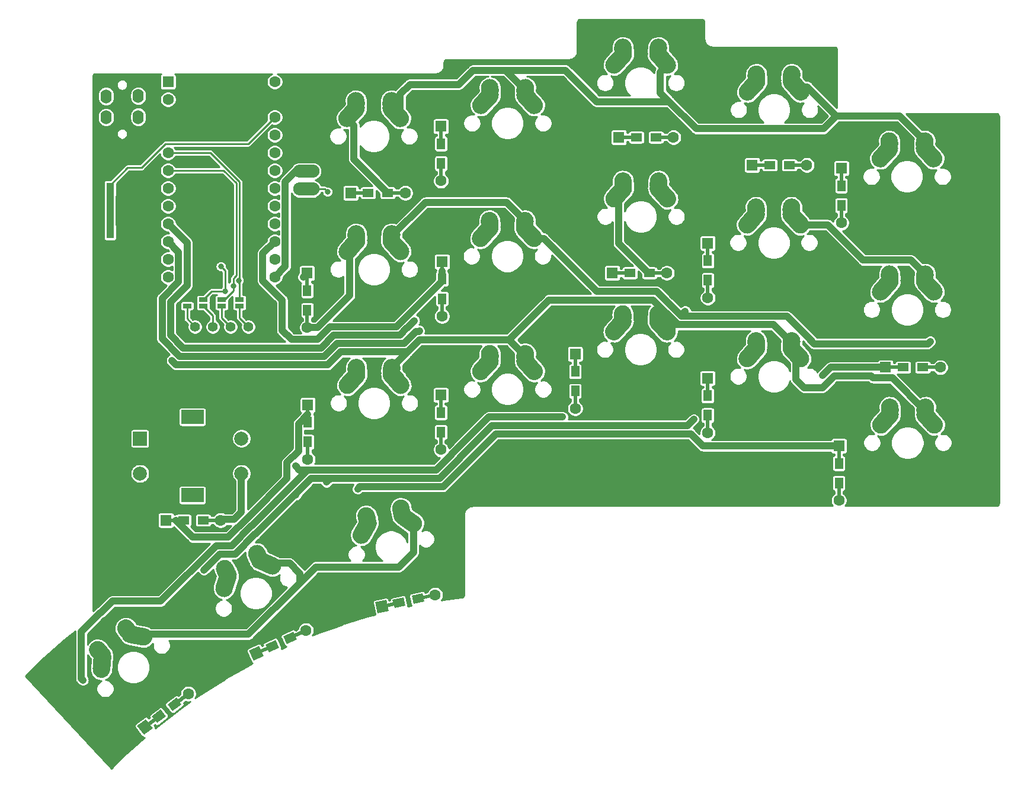
<source format=gbr>
%TF.GenerationSoftware,KiCad,Pcbnew,(5.1.7)-1*%
%TF.CreationDate,2021-04-17T14:31:44+05:30*%
%TF.ProjectId,Pteron36v0,50746572-6f6e-4333-9676-302e6b696361,rev?*%
%TF.SameCoordinates,Original*%
%TF.FileFunction,Copper,L2,Bot*%
%TF.FilePolarity,Positive*%
%FSLAX46Y46*%
G04 Gerber Fmt 4.6, Leading zero omitted, Abs format (unit mm)*
G04 Created by KiCad (PCBNEW (5.1.7)-1) date 2021-04-17 14:31:44*
%MOMM*%
%LPD*%
G01*
G04 APERTURE LIST*
%TA.AperFunction,ComponentPad*%
%ADD10O,1.600000X2.000000*%
%TD*%
%TA.AperFunction,ComponentPad*%
%ADD11C,1.600000*%
%TD*%
%TA.AperFunction,ComponentPad*%
%ADD12R,1.600000X1.600000*%
%TD*%
%TA.AperFunction,ComponentPad*%
%ADD13R,2.000000X2.000000*%
%TD*%
%TA.AperFunction,ComponentPad*%
%ADD14C,2.000000*%
%TD*%
%TA.AperFunction,ComponentPad*%
%ADD15R,3.200000X2.000000*%
%TD*%
%TA.AperFunction,SMDPad,CuDef*%
%ADD16R,2.900000X0.500000*%
%TD*%
%TA.AperFunction,SMDPad,CuDef*%
%ADD17R,1.600000X1.200000*%
%TD*%
%TA.AperFunction,SMDPad,CuDef*%
%ADD18R,1.100000X1.800000*%
%TD*%
%TA.AperFunction,SMDPad,CuDef*%
%ADD19O,3.759200X1.879600*%
%TD*%
%TA.AperFunction,SMDPad,CuDef*%
%ADD20R,0.500000X2.900000*%
%TD*%
%TA.AperFunction,SMDPad,CuDef*%
%ADD21R,1.200000X1.600000*%
%TD*%
%TA.AperFunction,SMDPad,CuDef*%
%ADD22C,0.100000*%
%TD*%
%TA.AperFunction,ComponentPad*%
%ADD23C,0.100000*%
%TD*%
%TA.AperFunction,SMDPad,CuDef*%
%ADD24R,1.270000X0.635000*%
%TD*%
%TA.AperFunction,ComponentPad*%
%ADD25C,1.397000*%
%TD*%
%TA.AperFunction,ViaPad*%
%ADD26C,0.800000*%
%TD*%
%TA.AperFunction,Conductor*%
%ADD27C,1.000000*%
%TD*%
%TA.AperFunction,Conductor*%
%ADD28C,0.250000*%
%TD*%
%TA.AperFunction,Conductor*%
%ADD29C,0.254000*%
%TD*%
%TA.AperFunction,Conductor*%
%ADD30C,0.100000*%
%TD*%
G04 APERTURE END LIST*
D10*
%TO.P,J2,3*%
%TO.N,VCC*%
X83171000Y-50305000D03*
%TO.P,J2,4*%
%TO.N,/Serial*%
X83171000Y-47305000D03*
%TO.P,J2,2*%
%TO.N,GND*%
X83171000Y-54305000D03*
%TO.P,J2,1*%
X87771000Y-55405000D03*
%TD*%
D11*
%TO.P,U1,24*%
%TO.N,N/C*%
X107264200Y-45224700D03*
%TO.P,U1,23*%
%TO.N,GND*%
X107264200Y-47764700D03*
%TO.P,U1,22*%
%TO.N,Net-(RST1-Pad1)*%
X107264200Y-50304700D03*
%TO.P,U1,21*%
%TO.N,VCC*%
X107264200Y-52844700D03*
%TO.P,U1,20*%
%TO.N,/RotA*%
X107264200Y-55384700D03*
%TO.P,U1,19*%
%TO.N,/RotB*%
X107264200Y-57924700D03*
%TO.P,U1,18*%
%TO.N,/Col1*%
X107264200Y-60464700D03*
%TO.P,U1,17*%
%TO.N,/Col2*%
X107264200Y-63004700D03*
%TO.P,U1,16*%
%TO.N,/Col3*%
X107264200Y-65544700D03*
%TO.P,U1,15*%
%TO.N,/Col4*%
X107264200Y-68084700D03*
%TO.P,U1,14*%
%TO.N,/Col5*%
X107264200Y-70624700D03*
%TO.P,U1,13*%
%TO.N,/PWM*%
X107264200Y-73164700D03*
%TO.P,U1,12*%
%TO.N,/Row4*%
X92024200Y-73164700D03*
%TO.P,U1,11*%
%TO.N,/Row3*%
X92024200Y-70624700D03*
%TO.P,U1,10*%
%TO.N,/Row1*%
X92024200Y-68084700D03*
%TO.P,U1,9*%
%TO.N,/Row2*%
X92024200Y-65544700D03*
%TO.P,U1,8*%
%TO.N,N/C*%
X92024200Y-63004700D03*
%TO.P,U1,7*%
X92024200Y-60464700D03*
%TO.P,U1,6*%
%TO.N,SCL*%
X92024200Y-57924700D03*
%TO.P,U1,5*%
%TO.N,SDA*%
X92024200Y-55384700D03*
%TO.P,U1,4*%
%TO.N,GND*%
X92024200Y-52844700D03*
%TO.P,U1,3*%
X92024200Y-50304700D03*
%TO.P,U1,2*%
%TO.N,N/C*%
X92024200Y-47764700D03*
D12*
%TO.P,U1,1*%
%TO.N,/Serial*%
X92024200Y-45224700D03*
%TD*%
D13*
%TO.P,RE1,A*%
%TO.N,/RotA*%
X88011000Y-96266000D03*
D14*
%TO.P,RE1,C*%
%TO.N,GND*%
X88011000Y-98766000D03*
%TO.P,RE1,B*%
%TO.N,/RotB*%
X88011000Y-101266000D03*
D15*
%TO.P,RE1,MP*%
%TO.N,N/C*%
X95511000Y-93166000D03*
X95511000Y-104366000D03*
D14*
%TO.P,RE1,S2*%
%TO.N,/Row4*%
X102511000Y-96266000D03*
%TO.P,RE1,S1*%
%TO.N,Net-(D_RE1-Pad2)*%
X102511000Y-101266000D03*
%TD*%
D12*
%TO.P,D_RE1,1*%
%TO.N,/Col5*%
X91731000Y-107950000D03*
D11*
%TO.P,D_RE1,2*%
%TO.N,Net-(D_RE1-Pad2)*%
X99531000Y-107950000D03*
D16*
%TO.P,D_RE1,1*%
%TO.N,/Col5*%
X93131000Y-107950000D03*
D17*
X94231000Y-107950000D03*
%TO.P,D_RE1,2*%
%TO.N,Net-(D_RE1-Pad2)*%
X97031000Y-107950000D03*
D16*
X98131000Y-107950000D03*
%TD*%
D18*
%TO.P,RST2,2*%
%TO.N,GND*%
X87448000Y-66727000D03*
X87448000Y-60527000D03*
%TO.P,RST2,1*%
%TO.N,Net-(RST1-Pad1)*%
X83748000Y-66727000D03*
X83748000Y-60527000D03*
%TD*%
D19*
%TO.P,PWM_PAD1,3*%
%TO.N,VCC*%
X111760000Y-60579000D03*
%TO.P,PWM_PAD1,2*%
%TO.N,/PWM*%
X111760000Y-58039000D03*
%TO.P,PWM_PAD1,1*%
%TO.N,GND*%
X111760000Y-55499000D03*
%TD*%
D10*
%TO.P,J1,3*%
%TO.N,VCC*%
X87771000Y-50269000D03*
%TO.P,J1,4*%
%TO.N,/Serial*%
X87771000Y-47269000D03*
%TO.P,J1,2*%
%TO.N,GND*%
X87771000Y-54269000D03*
%TO.P,J1,1*%
X83171000Y-55369000D03*
%TD*%
D12*
%TO.P,D8,1*%
%TO.N,/Col1*%
X194550200Y-86080600D03*
D11*
%TO.P,D8,2*%
%TO.N,Net-(D8-Pad2)*%
X202350200Y-86080600D03*
D16*
%TO.P,D8,1*%
%TO.N,/Col1*%
X195950200Y-86080600D03*
D17*
X197050200Y-86080600D03*
%TO.P,D8,2*%
%TO.N,Net-(D8-Pad2)*%
X199850200Y-86080600D03*
D16*
X200950200Y-86080600D03*
%TD*%
D12*
%TO.P,D28,1*%
%TO.N,/Col5*%
X111995245Y-91446640D03*
D11*
%TO.P,D28,2*%
%TO.N,Net-(D28-Pad2)*%
X111995245Y-99246640D03*
D20*
%TO.P,D28,1*%
%TO.N,/Col5*%
X111995245Y-92846640D03*
D21*
X111995245Y-93946640D03*
%TO.P,D28,2*%
%TO.N,Net-(D28-Pad2)*%
X111995245Y-96746640D03*
D20*
X111995245Y-97846640D03*
%TD*%
D12*
%TO.P,D27,1*%
%TO.N,/Col5*%
X111903079Y-72592861D03*
D11*
%TO.P,D27,2*%
%TO.N,Net-(D27-Pad2)*%
X111903079Y-80392861D03*
D20*
%TO.P,D27,1*%
%TO.N,/Col5*%
X111903079Y-73992861D03*
D21*
X111903079Y-75092861D03*
%TO.P,D27,2*%
%TO.N,Net-(D27-Pad2)*%
X111903079Y-77892861D03*
D20*
X111903079Y-78992861D03*
%TD*%
D12*
%TO.P,D26,1*%
%TO.N,/Col5*%
X118121600Y-61137800D03*
D11*
%TO.P,D26,2*%
%TO.N,Net-(D26-Pad2)*%
X125921600Y-61137800D03*
D16*
%TO.P,D26,1*%
%TO.N,/Col5*%
X119521600Y-61137800D03*
D17*
X120621600Y-61137800D03*
%TO.P,D26,2*%
%TO.N,Net-(D26-Pad2)*%
X123421600Y-61137800D03*
D16*
X124521600Y-61137800D03*
%TD*%
D12*
%TO.P,D24,1*%
%TO.N,/Col4*%
X131007609Y-90038162D03*
D11*
%TO.P,D24,2*%
%TO.N,Net-(D24-Pad2)*%
X131007609Y-97838162D03*
D20*
%TO.P,D24,1*%
%TO.N,/Col4*%
X131007609Y-91438162D03*
D21*
X131007609Y-92538162D03*
%TO.P,D24,2*%
%TO.N,Net-(D24-Pad2)*%
X131007609Y-95338162D03*
D20*
X131007609Y-96438162D03*
%TD*%
D12*
%TO.P,D23,1*%
%TO.N,/Col4*%
X131169349Y-70961240D03*
D11*
%TO.P,D23,2*%
%TO.N,Net-(D23-Pad2)*%
X131169349Y-78761240D03*
D20*
%TO.P,D23,1*%
%TO.N,/Col4*%
X131169349Y-72361240D03*
D21*
X131169349Y-73461240D03*
%TO.P,D23,2*%
%TO.N,Net-(D23-Pad2)*%
X131169349Y-76261240D03*
D20*
X131169349Y-77361240D03*
%TD*%
D12*
%TO.P,D22,1*%
%TO.N,/Col4*%
X131017392Y-51606155D03*
D11*
%TO.P,D22,2*%
%TO.N,Net-(D22-Pad2)*%
X131017392Y-59406155D03*
D20*
%TO.P,D22,1*%
%TO.N,/Col4*%
X131017392Y-53006155D03*
D21*
X131017392Y-54106155D03*
%TO.P,D22,2*%
%TO.N,Net-(D22-Pad2)*%
X131017392Y-56906155D03*
D20*
X131017392Y-58006155D03*
%TD*%
%TA.AperFunction,SMDPad,CuDef*%
D22*
%TO.P,D20,1*%
%TO.N,/Col3*%
G36*
X90843409Y-135568862D02*
G01*
X91147790Y-135965538D01*
X88847065Y-137730946D01*
X88542684Y-137334270D01*
X90843409Y-135568862D01*
G37*
%TD.AperFunction*%
%TA.AperFunction,SMDPad,CuDef*%
%TO.P,D20,2*%
%TO.N,Net-(D20-Pad2)*%
G36*
X94810175Y-132525054D02*
G01*
X95114556Y-132921730D01*
X92813831Y-134687138D01*
X92509450Y-134290462D01*
X94810175Y-132525054D01*
G37*
%TD.AperFunction*%
%TA.AperFunction,ComponentPad*%
D23*
%TO.P,D20,1*%
%TO.N,/Col3*%
G36*
X88882216Y-136380478D02*
G01*
X89856234Y-137649844D01*
X88586868Y-138623862D01*
X87612850Y-137354496D01*
X88882216Y-136380478D01*
G37*
%TD.AperFunction*%
D11*
%TO.P,D20,2*%
%TO.N,Net-(D20-Pad2)*%
X94922698Y-132753830D03*
%TA.AperFunction,SMDPad,CuDef*%
D22*
G36*
X93208741Y-133312713D02*
G01*
X93939255Y-134264737D01*
X92669889Y-135238755D01*
X91939375Y-134286731D01*
X93208741Y-133312713D01*
G37*
%TD.AperFunction*%
%TA.AperFunction,SMDPad,CuDef*%
%TO.P,D20,1*%
%TO.N,/Col3*%
G36*
X90987351Y-135017245D02*
G01*
X91717865Y-135969269D01*
X90448499Y-136943287D01*
X89717985Y-135991263D01*
X90987351Y-135017245D01*
G37*
%TD.AperFunction*%
%TD*%
D12*
%TO.P,D19,1*%
%TO.N,/Col3*%
X150192403Y-84165988D03*
D11*
%TO.P,D19,2*%
%TO.N,Net-(D19-Pad2)*%
X150192403Y-91965988D03*
D20*
%TO.P,D19,1*%
%TO.N,/Col3*%
X150192403Y-85565988D03*
D21*
X150192403Y-86665988D03*
%TO.P,D19,2*%
%TO.N,Net-(D19-Pad2)*%
X150192403Y-89465988D03*
D20*
X150192403Y-90565988D03*
%TD*%
D12*
%TO.P,D18,1*%
%TO.N,/Col3*%
X155497700Y-72580500D03*
D11*
%TO.P,D18,2*%
%TO.N,Net-(D18-Pad2)*%
X163297700Y-72580500D03*
D16*
%TO.P,D18,1*%
%TO.N,/Col3*%
X156897700Y-72580500D03*
D17*
X157997700Y-72580500D03*
%TO.P,D18,2*%
%TO.N,Net-(D18-Pad2)*%
X160797700Y-72580500D03*
D16*
X161897700Y-72580500D03*
%TD*%
D12*
%TO.P,D17,1*%
%TO.N,/Col3*%
X156437500Y-53181250D03*
D11*
%TO.P,D17,2*%
%TO.N,Net-(D17-Pad2)*%
X164237500Y-53181250D03*
D16*
%TO.P,D17,1*%
%TO.N,/Col3*%
X157837500Y-53181250D03*
D17*
X158937500Y-53181250D03*
%TO.P,D17,2*%
%TO.N,Net-(D17-Pad2)*%
X161737500Y-53181250D03*
D16*
X162837500Y-53181250D03*
%TD*%
%TA.AperFunction,SMDPad,CuDef*%
D22*
%TO.P,D15,1*%
%TO.N,/Col2*%
G36*
X107128943Y-125566173D02*
G01*
X107340252Y-126019326D01*
X104711959Y-127244919D01*
X104500650Y-126791766D01*
X107128943Y-125566173D01*
G37*
%TD.AperFunction*%
%TA.AperFunction,SMDPad,CuDef*%
%TO.P,D15,2*%
%TO.N,Net-(D15-Pad2)*%
G36*
X111660481Y-123453081D02*
G01*
X111871790Y-123906234D01*
X109243497Y-125131827D01*
X109032188Y-124678674D01*
X111660481Y-123453081D01*
G37*
%TD.AperFunction*%
%TA.AperFunction,ComponentPad*%
D23*
%TO.P,D15,1*%
%TO.N,/Col2*%
G36*
X105038572Y-125934070D02*
G01*
X105714761Y-127384163D01*
X104264668Y-128060352D01*
X103588479Y-126610259D01*
X105038572Y-125934070D01*
G37*
%TD.AperFunction*%
D11*
%TO.P,D15,2*%
%TO.N,Net-(D15-Pad2)*%
X111720820Y-123700789D03*
%TA.AperFunction,SMDPad,CuDef*%
D22*
G36*
X109926526Y-123875455D02*
G01*
X110433668Y-124963024D01*
X108983576Y-125639213D01*
X108476434Y-124551644D01*
X109926526Y-123875455D01*
G37*
%TD.AperFunction*%
%TA.AperFunction,SMDPad,CuDef*%
%TO.P,D15,1*%
%TO.N,/Col2*%
G36*
X107388864Y-125058787D02*
G01*
X107896006Y-126146356D01*
X106445914Y-126822545D01*
X105938772Y-125734976D01*
X107388864Y-125058787D01*
G37*
%TD.AperFunction*%
%TD*%
D12*
%TO.P,D14,1*%
%TO.N,/Col2*%
X169116409Y-87631959D03*
D11*
%TO.P,D14,2*%
%TO.N,Net-(D14-Pad2)*%
X169116409Y-95431959D03*
D20*
%TO.P,D14,1*%
%TO.N,/Col2*%
X169116409Y-89031959D03*
D21*
X169116409Y-90131959D03*
%TO.P,D14,2*%
%TO.N,Net-(D14-Pad2)*%
X169116409Y-92931959D03*
D20*
X169116409Y-94031959D03*
%TD*%
D12*
%TO.P,D13,1*%
%TO.N,/Col2*%
X169145564Y-68325398D03*
D11*
%TO.P,D13,2*%
%TO.N,Net-(D13-Pad2)*%
X169145564Y-76125398D03*
D20*
%TO.P,D13,1*%
%TO.N,/Col2*%
X169145564Y-69725398D03*
D21*
X169145564Y-70825398D03*
%TO.P,D13,2*%
%TO.N,Net-(D13-Pad2)*%
X169145564Y-73625398D03*
D20*
X169145564Y-74725398D03*
%TD*%
D12*
%TO.P,D12,1*%
%TO.N,/Col2*%
X175487500Y-57150000D03*
D11*
%TO.P,D12,2*%
%TO.N,Net-(D12-Pad2)*%
X183287500Y-57150000D03*
D16*
%TO.P,D12,1*%
%TO.N,/Col2*%
X176887500Y-57150000D03*
D17*
X177987500Y-57150000D03*
%TO.P,D12,2*%
%TO.N,Net-(D12-Pad2)*%
X180787500Y-57150000D03*
D16*
X181887500Y-57150000D03*
%TD*%
%TA.AperFunction,SMDPad,CuDef*%
D22*
%TO.P,D10,1*%
%TO.N,/Col1*%
G36*
X125303559Y-119436848D02*
G01*
X125411779Y-119924996D01*
X122580521Y-120552670D01*
X122472301Y-120064522D01*
X125303559Y-119436848D01*
G37*
%TD.AperFunction*%
%TA.AperFunction,SMDPad,CuDef*%
%TO.P,D10,2*%
%TO.N,Net-(D10-Pad2)*%
G36*
X130185039Y-118354650D02*
G01*
X130293259Y-118842798D01*
X127462001Y-119470472D01*
X127353781Y-118982324D01*
X130185039Y-118354650D01*
G37*
%TD.AperFunction*%
%TA.AperFunction,ComponentPad*%
D23*
%TO.P,D10,1*%
%TO.N,/Col1*%
G36*
X123183111Y-119343586D02*
G01*
X123529414Y-120905659D01*
X121967341Y-121251962D01*
X121621038Y-119689889D01*
X123183111Y-119343586D01*
G37*
%TD.AperFunction*%
D11*
%TO.P,D10,2*%
%TO.N,Net-(D10-Pad2)*%
X130190334Y-118609546D03*
%TA.AperFunction,SMDPad,CuDef*%
D22*
G36*
X128400767Y-118391716D02*
G01*
X128660495Y-119563271D01*
X127098421Y-119909574D01*
X126838693Y-118738019D01*
X128400767Y-118391716D01*
G37*
%TD.AperFunction*%
%TA.AperFunction,SMDPad,CuDef*%
%TO.P,D10,1*%
%TO.N,/Col1*%
G36*
X125667139Y-118997746D02*
G01*
X125926867Y-120169301D01*
X124364793Y-120515604D01*
X124105065Y-119344049D01*
X125667139Y-118997746D01*
G37*
%TD.AperFunction*%
%TD*%
D12*
%TO.P,D9,1*%
%TO.N,/Col1*%
X187873952Y-97316766D03*
D11*
%TO.P,D9,2*%
%TO.N,Net-(D9-Pad2)*%
X187873952Y-105116766D03*
D20*
%TO.P,D9,1*%
%TO.N,/Col1*%
X187873952Y-98716766D03*
D21*
X187873952Y-99816766D03*
%TO.P,D9,2*%
%TO.N,Net-(D9-Pad2)*%
X187873952Y-102616766D03*
D20*
X187873952Y-103716766D03*
%TD*%
D12*
%TO.P,D7,1*%
%TO.N,/Col1*%
X188223421Y-57616973D03*
D11*
%TO.P,D7,2*%
%TO.N,Net-(D7-Pad2)*%
X188223421Y-65416973D03*
D20*
%TO.P,D7,1*%
%TO.N,/Col1*%
X188223421Y-59016973D03*
D21*
X188223421Y-60116973D03*
%TO.P,D7,2*%
%TO.N,Net-(D7-Pad2)*%
X188223421Y-62916973D03*
D20*
X188223421Y-64016973D03*
%TD*%
D24*
%TO.P,JP5,2*%
%TO.N,Net-(J3-Pad1)*%
X102235000Y-77284580D03*
%TO.P,JP5,1*%
%TO.N,SDA*%
X102235000Y-76385420D03*
%TD*%
%TO.P,JP8,2*%
%TO.N,Net-(J3-Pad4)*%
X94742000Y-77284580D03*
%TO.P,JP8,1*%
%TO.N,GND*%
X94742000Y-76385420D03*
%TD*%
%TO.P,JP7,2*%
%TO.N,Net-(J3-Pad3)*%
X97028000Y-77284580D03*
%TO.P,JP7,1*%
%TO.N,VCC*%
X97028000Y-76385420D03*
%TD*%
%TO.P,JP6,2*%
%TO.N,Net-(J3-Pad2)*%
X99695000Y-77284580D03*
%TO.P,JP6,1*%
%TO.N,SCL*%
X99695000Y-76385420D03*
%TD*%
D25*
%TO.P,J3,4*%
%TO.N,Net-(J3-Pad4)*%
X95885000Y-80264000D03*
%TO.P,J3,3*%
%TO.N,Net-(J3-Pad3)*%
X98425000Y-80264000D03*
%TO.P,J3,2*%
%TO.N,Net-(J3-Pad2)*%
X100965000Y-80264000D03*
%TO.P,J3,1*%
%TO.N,Net-(J3-Pad1)*%
X103505000Y-80264000D03*
%TD*%
%TO.P,SW17,1*%
%TO.N,/Row1*%
%TA.AperFunction,SMDPad,CuDef*%
G36*
G01*
X160798570Y-40801591D02*
X160838485Y-40222788D01*
G75*
G02*
X162171522Y-39061749I1247038J-85999D01*
G01*
X162171522Y-39061749D01*
G75*
G02*
X163332561Y-40394786I-85999J-1247038D01*
G01*
X163292563Y-40974786D01*
G75*
G02*
X161959526Y-42135825I-1247038J85999D01*
G01*
X161959526Y-42135825D01*
G75*
G02*
X160798487Y-40802788I85999J1247038D01*
G01*
G37*
%TD.AperFunction*%
D14*
%TO.P,SW17,2*%
%TO.N,Net-(D17-Pad2)*%
X157005524Y-40308787D03*
X157045524Y-40888787D03*
%TA.AperFunction,SMDPad,CuDef*%
G36*
G01*
X155798568Y-40975983D02*
X155758487Y-40394786D01*
G75*
G02*
X156919526Y-39061749I1247038J85999D01*
G01*
X156919526Y-39061749D01*
G75*
G02*
X158252563Y-40222788I85999J-1247038D01*
G01*
X158292561Y-40802788D01*
G75*
G02*
X157131522Y-42135825I-1247038J-85999D01*
G01*
X157131522Y-42135825D01*
G75*
G02*
X155798485Y-40974786I-85999J1247038D01*
G01*
G37*
%TD.AperFunction*%
%TO.P,SW17,1*%
%TO.N,/Row1*%
X163355524Y-42848787D03*
X162045524Y-41388787D03*
%TO.P,SW17,2*%
%TO.N,Net-(D17-Pad2)*%
%TA.AperFunction,SMDPad,CuDef*%
G36*
G01*
X157975908Y-42223574D02*
X156665918Y-43683582D01*
G75*
G02*
X154900738Y-43779180I-930389J834791D01*
G01*
X154900738Y-43779180D01*
G75*
G02*
X154805140Y-42014000I834791J930389D01*
G01*
X156115130Y-40553992D01*
G75*
G02*
X157880310Y-40458394I930389J-834791D01*
G01*
X157880310Y-40458394D01*
G75*
G02*
X157975908Y-42223574I-834791J-930389D01*
G01*
G37*
%TD.AperFunction*%
%TO.P,SW17,1*%
%TO.N,/Row1*%
%TA.AperFunction,SMDPad,CuDef*%
G36*
G01*
X162975918Y-40553992D02*
X164285908Y-42014000D01*
G75*
G02*
X164190310Y-43779180I-930389J-834791D01*
G01*
X164190310Y-43779180D01*
G75*
G02*
X162425130Y-43683582I-834791J930389D01*
G01*
X161115140Y-42223574D01*
G75*
G02*
X161210738Y-40458394I930389J834791D01*
G01*
X161210738Y-40458394D01*
G75*
G02*
X162975918Y-40553992I834791J-930389D01*
G01*
G37*
%TD.AperFunction*%
%TO.P,SW17,2*%
%TO.N,Net-(D17-Pad2)*%
X155735524Y-42848787D03*
X157045524Y-41388787D03*
%TO.P,SW17,1*%
%TO.N,/Row1*%
X162085524Y-40308787D03*
X162045524Y-40888787D03*
%TD*%
%TO.P,SW28,1*%
%TO.N,/Row3*%
%TA.AperFunction,SMDPad,CuDef*%
G36*
G01*
X122710300Y-86597839D02*
X122750215Y-86019036D01*
G75*
G02*
X124083252Y-84857997I1247038J-85999D01*
G01*
X124083252Y-84857997D01*
G75*
G02*
X125244291Y-86191034I-85999J-1247038D01*
G01*
X125204293Y-86771034D01*
G75*
G02*
X123871256Y-87932073I-1247038J85999D01*
G01*
X123871256Y-87932073D01*
G75*
G02*
X122710217Y-86599036I85999J1247038D01*
G01*
G37*
%TD.AperFunction*%
%TO.P,SW28,2*%
%TO.N,Net-(D28-Pad2)*%
X118917254Y-86105035D03*
X118957254Y-86685035D03*
%TA.AperFunction,SMDPad,CuDef*%
G36*
G01*
X117710298Y-86772231D02*
X117670217Y-86191034D01*
G75*
G02*
X118831256Y-84857997I1247038J85999D01*
G01*
X118831256Y-84857997D01*
G75*
G02*
X120164293Y-86019036I85999J-1247038D01*
G01*
X120204291Y-86599036D01*
G75*
G02*
X119043252Y-87932073I-1247038J-85999D01*
G01*
X119043252Y-87932073D01*
G75*
G02*
X117710215Y-86771034I-85999J1247038D01*
G01*
G37*
%TD.AperFunction*%
%TO.P,SW28,1*%
%TO.N,/Row3*%
X125267254Y-88645035D03*
X123957254Y-87185035D03*
%TO.P,SW28,2*%
%TO.N,Net-(D28-Pad2)*%
%TA.AperFunction,SMDPad,CuDef*%
G36*
G01*
X119887638Y-88019822D02*
X118577648Y-89479830D01*
G75*
G02*
X116812468Y-89575428I-930389J834791D01*
G01*
X116812468Y-89575428D01*
G75*
G02*
X116716870Y-87810248I834791J930389D01*
G01*
X118026860Y-86350240D01*
G75*
G02*
X119792040Y-86254642I930389J-834791D01*
G01*
X119792040Y-86254642D01*
G75*
G02*
X119887638Y-88019822I-834791J-930389D01*
G01*
G37*
%TD.AperFunction*%
%TO.P,SW28,1*%
%TO.N,/Row3*%
%TA.AperFunction,SMDPad,CuDef*%
G36*
G01*
X124887648Y-86350240D02*
X126197638Y-87810248D01*
G75*
G02*
X126102040Y-89575428I-930389J-834791D01*
G01*
X126102040Y-89575428D01*
G75*
G02*
X124336860Y-89479830I-834791J930389D01*
G01*
X123026870Y-88019822D01*
G75*
G02*
X123122468Y-86254642I930389J834791D01*
G01*
X123122468Y-86254642D01*
G75*
G02*
X124887648Y-86350240I834791J-930389D01*
G01*
G37*
%TD.AperFunction*%
%TO.P,SW28,2*%
%TO.N,Net-(D28-Pad2)*%
X117647254Y-88645035D03*
X118957254Y-87185035D03*
%TO.P,SW28,1*%
%TO.N,/Row3*%
X123997254Y-86105035D03*
X123957254Y-86685035D03*
%TD*%
%TO.P,SW27,1*%
%TO.N,/Row2*%
%TA.AperFunction,SMDPad,CuDef*%
G36*
G01*
X122690921Y-67472389D02*
X122730836Y-66893586D01*
G75*
G02*
X124063873Y-65732547I1247038J-85999D01*
G01*
X124063873Y-65732547D01*
G75*
G02*
X125224912Y-67065584I-85999J-1247038D01*
G01*
X125184914Y-67645584D01*
G75*
G02*
X123851877Y-68806623I-1247038J85999D01*
G01*
X123851877Y-68806623D01*
G75*
G02*
X122690838Y-67473586I85999J1247038D01*
G01*
G37*
%TD.AperFunction*%
%TO.P,SW27,2*%
%TO.N,Net-(D27-Pad2)*%
X118897875Y-66979585D03*
X118937875Y-67559585D03*
%TA.AperFunction,SMDPad,CuDef*%
G36*
G01*
X117690919Y-67646781D02*
X117650838Y-67065584D01*
G75*
G02*
X118811877Y-65732547I1247038J85999D01*
G01*
X118811877Y-65732547D01*
G75*
G02*
X120144914Y-66893586I85999J-1247038D01*
G01*
X120184912Y-67473586D01*
G75*
G02*
X119023873Y-68806623I-1247038J-85999D01*
G01*
X119023873Y-68806623D01*
G75*
G02*
X117690836Y-67645584I-85999J1247038D01*
G01*
G37*
%TD.AperFunction*%
%TO.P,SW27,1*%
%TO.N,/Row2*%
X125247875Y-69519585D03*
X123937875Y-68059585D03*
%TO.P,SW27,2*%
%TO.N,Net-(D27-Pad2)*%
%TA.AperFunction,SMDPad,CuDef*%
G36*
G01*
X119868259Y-68894372D02*
X118558269Y-70354380D01*
G75*
G02*
X116793089Y-70449978I-930389J834791D01*
G01*
X116793089Y-70449978D01*
G75*
G02*
X116697491Y-68684798I834791J930389D01*
G01*
X118007481Y-67224790D01*
G75*
G02*
X119772661Y-67129192I930389J-834791D01*
G01*
X119772661Y-67129192D01*
G75*
G02*
X119868259Y-68894372I-834791J-930389D01*
G01*
G37*
%TD.AperFunction*%
%TO.P,SW27,1*%
%TO.N,/Row2*%
%TA.AperFunction,SMDPad,CuDef*%
G36*
G01*
X124868269Y-67224790D02*
X126178259Y-68684798D01*
G75*
G02*
X126082661Y-70449978I-930389J-834791D01*
G01*
X126082661Y-70449978D01*
G75*
G02*
X124317481Y-70354380I-834791J930389D01*
G01*
X123007491Y-68894372D01*
G75*
G02*
X123103089Y-67129192I930389J834791D01*
G01*
X123103089Y-67129192D01*
G75*
G02*
X124868269Y-67224790I834791J-930389D01*
G01*
G37*
%TD.AperFunction*%
%TO.P,SW27,2*%
%TO.N,Net-(D27-Pad2)*%
X117627875Y-69519585D03*
X118937875Y-68059585D03*
%TO.P,SW27,1*%
%TO.N,/Row2*%
X123977875Y-66979585D03*
X123937875Y-67559585D03*
%TD*%
%TO.P,SW26,1*%
%TO.N,/Row1*%
%TA.AperFunction,SMDPad,CuDef*%
G36*
G01*
X122647278Y-48437494D02*
X122687193Y-47858691D01*
G75*
G02*
X124020230Y-46697652I1247038J-85999D01*
G01*
X124020230Y-46697652D01*
G75*
G02*
X125181269Y-48030689I-85999J-1247038D01*
G01*
X125141271Y-48610689D01*
G75*
G02*
X123808234Y-49771728I-1247038J85999D01*
G01*
X123808234Y-49771728D01*
G75*
G02*
X122647195Y-48438691I85999J1247038D01*
G01*
G37*
%TD.AperFunction*%
%TO.P,SW26,2*%
%TO.N,Net-(D26-Pad2)*%
X118854232Y-47944690D03*
X118894232Y-48524690D03*
%TA.AperFunction,SMDPad,CuDef*%
G36*
G01*
X117647276Y-48611886D02*
X117607195Y-48030689D01*
G75*
G02*
X118768234Y-46697652I1247038J85999D01*
G01*
X118768234Y-46697652D01*
G75*
G02*
X120101271Y-47858691I85999J-1247038D01*
G01*
X120141269Y-48438691D01*
G75*
G02*
X118980230Y-49771728I-1247038J-85999D01*
G01*
X118980230Y-49771728D01*
G75*
G02*
X117647193Y-48610689I-85999J1247038D01*
G01*
G37*
%TD.AperFunction*%
%TO.P,SW26,1*%
%TO.N,/Row1*%
X125204232Y-50484690D03*
X123894232Y-49024690D03*
%TO.P,SW26,2*%
%TO.N,Net-(D26-Pad2)*%
%TA.AperFunction,SMDPad,CuDef*%
G36*
G01*
X119824616Y-49859477D02*
X118514626Y-51319485D01*
G75*
G02*
X116749446Y-51415083I-930389J834791D01*
G01*
X116749446Y-51415083D01*
G75*
G02*
X116653848Y-49649903I834791J930389D01*
G01*
X117963838Y-48189895D01*
G75*
G02*
X119729018Y-48094297I930389J-834791D01*
G01*
X119729018Y-48094297D01*
G75*
G02*
X119824616Y-49859477I-834791J-930389D01*
G01*
G37*
%TD.AperFunction*%
%TO.P,SW26,1*%
%TO.N,/Row1*%
%TA.AperFunction,SMDPad,CuDef*%
G36*
G01*
X124824626Y-48189895D02*
X126134616Y-49649903D01*
G75*
G02*
X126039018Y-51415083I-930389J-834791D01*
G01*
X126039018Y-51415083D01*
G75*
G02*
X124273838Y-51319485I-834791J930389D01*
G01*
X122963848Y-49859477D01*
G75*
G02*
X123059446Y-48094297I930389J834791D01*
G01*
X123059446Y-48094297D01*
G75*
G02*
X124824626Y-48189895I834791J-930389D01*
G01*
G37*
%TD.AperFunction*%
%TO.P,SW26,2*%
%TO.N,Net-(D26-Pad2)*%
X117584232Y-50484690D03*
X118894232Y-49024690D03*
%TO.P,SW26,1*%
%TO.N,/Row1*%
X123934232Y-47944690D03*
X123894232Y-48524690D03*
%TD*%
%TO.P,SW24,1*%
%TO.N,/Row3*%
%TA.AperFunction,SMDPad,CuDef*%
G36*
G01*
X141777705Y-84621764D02*
X141817620Y-84042961D01*
G75*
G02*
X143150657Y-82881922I1247038J-85999D01*
G01*
X143150657Y-82881922D01*
G75*
G02*
X144311696Y-84214959I-85999J-1247038D01*
G01*
X144271698Y-84794959D01*
G75*
G02*
X142938661Y-85955998I-1247038J85999D01*
G01*
X142938661Y-85955998D01*
G75*
G02*
X141777622Y-84622961I85999J1247038D01*
G01*
G37*
%TD.AperFunction*%
%TO.P,SW24,2*%
%TO.N,Net-(D24-Pad2)*%
X137984659Y-84128960D03*
X138024659Y-84708960D03*
%TA.AperFunction,SMDPad,CuDef*%
G36*
G01*
X136777703Y-84796156D02*
X136737622Y-84214959D01*
G75*
G02*
X137898661Y-82881922I1247038J85999D01*
G01*
X137898661Y-82881922D01*
G75*
G02*
X139231698Y-84042961I85999J-1247038D01*
G01*
X139271696Y-84622961D01*
G75*
G02*
X138110657Y-85955998I-1247038J-85999D01*
G01*
X138110657Y-85955998D01*
G75*
G02*
X136777620Y-84794959I-85999J1247038D01*
G01*
G37*
%TD.AperFunction*%
%TO.P,SW24,1*%
%TO.N,/Row3*%
X144334659Y-86668960D03*
X143024659Y-85208960D03*
%TO.P,SW24,2*%
%TO.N,Net-(D24-Pad2)*%
%TA.AperFunction,SMDPad,CuDef*%
G36*
G01*
X138955043Y-86043747D02*
X137645053Y-87503755D01*
G75*
G02*
X135879873Y-87599353I-930389J834791D01*
G01*
X135879873Y-87599353D01*
G75*
G02*
X135784275Y-85834173I834791J930389D01*
G01*
X137094265Y-84374165D01*
G75*
G02*
X138859445Y-84278567I930389J-834791D01*
G01*
X138859445Y-84278567D01*
G75*
G02*
X138955043Y-86043747I-834791J-930389D01*
G01*
G37*
%TD.AperFunction*%
%TO.P,SW24,1*%
%TO.N,/Row3*%
%TA.AperFunction,SMDPad,CuDef*%
G36*
G01*
X143955053Y-84374165D02*
X145265043Y-85834173D01*
G75*
G02*
X145169445Y-87599353I-930389J-834791D01*
G01*
X145169445Y-87599353D01*
G75*
G02*
X143404265Y-87503755I-834791J930389D01*
G01*
X142094275Y-86043747D01*
G75*
G02*
X142189873Y-84278567I930389J834791D01*
G01*
X142189873Y-84278567D01*
G75*
G02*
X143955053Y-84374165I834791J-930389D01*
G01*
G37*
%TD.AperFunction*%
%TO.P,SW24,2*%
%TO.N,Net-(D24-Pad2)*%
X136714659Y-86668960D03*
X138024659Y-85208960D03*
%TO.P,SW24,1*%
%TO.N,/Row3*%
X143064659Y-84128960D03*
X143024659Y-84708960D03*
%TD*%
%TO.P,SW23,1*%
%TO.N,/Row2*%
%TA.AperFunction,SMDPad,CuDef*%
G36*
G01*
X141734061Y-65586868D02*
X141773976Y-65008065D01*
G75*
G02*
X143107013Y-63847026I1247038J-85999D01*
G01*
X143107013Y-63847026D01*
G75*
G02*
X144268052Y-65180063I-85999J-1247038D01*
G01*
X144228054Y-65760063D01*
G75*
G02*
X142895017Y-66921102I-1247038J85999D01*
G01*
X142895017Y-66921102D01*
G75*
G02*
X141733978Y-65588065I85999J1247038D01*
G01*
G37*
%TD.AperFunction*%
%TO.P,SW23,2*%
%TO.N,Net-(D23-Pad2)*%
X137941015Y-65094064D03*
X137981015Y-65674064D03*
%TA.AperFunction,SMDPad,CuDef*%
G36*
G01*
X136734059Y-65761260D02*
X136693978Y-65180063D01*
G75*
G02*
X137855017Y-63847026I1247038J85999D01*
G01*
X137855017Y-63847026D01*
G75*
G02*
X139188054Y-65008065I85999J-1247038D01*
G01*
X139228052Y-65588065D01*
G75*
G02*
X138067013Y-66921102I-1247038J-85999D01*
G01*
X138067013Y-66921102D01*
G75*
G02*
X136733976Y-65760063I-85999J1247038D01*
G01*
G37*
%TD.AperFunction*%
%TO.P,SW23,1*%
%TO.N,/Row2*%
X144291015Y-67634064D03*
X142981015Y-66174064D03*
%TO.P,SW23,2*%
%TO.N,Net-(D23-Pad2)*%
%TA.AperFunction,SMDPad,CuDef*%
G36*
G01*
X138911399Y-67008851D02*
X137601409Y-68468859D01*
G75*
G02*
X135836229Y-68564457I-930389J834791D01*
G01*
X135836229Y-68564457D01*
G75*
G02*
X135740631Y-66799277I834791J930389D01*
G01*
X137050621Y-65339269D01*
G75*
G02*
X138815801Y-65243671I930389J-834791D01*
G01*
X138815801Y-65243671D01*
G75*
G02*
X138911399Y-67008851I-834791J-930389D01*
G01*
G37*
%TD.AperFunction*%
%TO.P,SW23,1*%
%TO.N,/Row2*%
%TA.AperFunction,SMDPad,CuDef*%
G36*
G01*
X143911409Y-65339269D02*
X145221399Y-66799277D01*
G75*
G02*
X145125801Y-68564457I-930389J-834791D01*
G01*
X145125801Y-68564457D01*
G75*
G02*
X143360621Y-68468859I-834791J930389D01*
G01*
X142050631Y-67008851D01*
G75*
G02*
X142146229Y-65243671I930389J834791D01*
G01*
X142146229Y-65243671D01*
G75*
G02*
X143911409Y-65339269I834791J-930389D01*
G01*
G37*
%TD.AperFunction*%
%TO.P,SW23,2*%
%TO.N,Net-(D23-Pad2)*%
X136671015Y-67634064D03*
X137981015Y-66174064D03*
%TO.P,SW23,1*%
%TO.N,/Row2*%
X143021015Y-65094064D03*
X142981015Y-65674064D03*
%TD*%
%TO.P,SW22,1*%
%TO.N,/Row1*%
%TA.AperFunction,SMDPad,CuDef*%
G36*
G01*
X141780972Y-46576242D02*
X141820887Y-45997439D01*
G75*
G02*
X143153924Y-44836400I1247038J-85999D01*
G01*
X143153924Y-44836400D01*
G75*
G02*
X144314963Y-46169437I-85999J-1247038D01*
G01*
X144274965Y-46749437D01*
G75*
G02*
X142941928Y-47910476I-1247038J85999D01*
G01*
X142941928Y-47910476D01*
G75*
G02*
X141780889Y-46577439I85999J1247038D01*
G01*
G37*
%TD.AperFunction*%
%TO.P,SW22,2*%
%TO.N,Net-(D22-Pad2)*%
X137987926Y-46083438D03*
X138027926Y-46663438D03*
%TA.AperFunction,SMDPad,CuDef*%
G36*
G01*
X136780970Y-46750634D02*
X136740889Y-46169437D01*
G75*
G02*
X137901928Y-44836400I1247038J85999D01*
G01*
X137901928Y-44836400D01*
G75*
G02*
X139234965Y-45997439I85999J-1247038D01*
G01*
X139274963Y-46577439D01*
G75*
G02*
X138113924Y-47910476I-1247038J-85999D01*
G01*
X138113924Y-47910476D01*
G75*
G02*
X136780887Y-46749437I-85999J1247038D01*
G01*
G37*
%TD.AperFunction*%
%TO.P,SW22,1*%
%TO.N,/Row1*%
X144337926Y-48623438D03*
X143027926Y-47163438D03*
%TO.P,SW22,2*%
%TO.N,Net-(D22-Pad2)*%
%TA.AperFunction,SMDPad,CuDef*%
G36*
G01*
X138958310Y-47998225D02*
X137648320Y-49458233D01*
G75*
G02*
X135883140Y-49553831I-930389J834791D01*
G01*
X135883140Y-49553831D01*
G75*
G02*
X135787542Y-47788651I834791J930389D01*
G01*
X137097532Y-46328643D01*
G75*
G02*
X138862712Y-46233045I930389J-834791D01*
G01*
X138862712Y-46233045D01*
G75*
G02*
X138958310Y-47998225I-834791J-930389D01*
G01*
G37*
%TD.AperFunction*%
%TO.P,SW22,1*%
%TO.N,/Row1*%
%TA.AperFunction,SMDPad,CuDef*%
G36*
G01*
X143958320Y-46328643D02*
X145268310Y-47788651D01*
G75*
G02*
X145172712Y-49553831I-930389J-834791D01*
G01*
X145172712Y-49553831D01*
G75*
G02*
X143407532Y-49458233I-834791J930389D01*
G01*
X142097542Y-47998225D01*
G75*
G02*
X142193140Y-46233045I930389J834791D01*
G01*
X142193140Y-46233045D01*
G75*
G02*
X143958320Y-46328643I834791J-930389D01*
G01*
G37*
%TD.AperFunction*%
%TO.P,SW22,2*%
%TO.N,Net-(D22-Pad2)*%
X136717926Y-48623438D03*
X138027926Y-47163438D03*
%TO.P,SW22,1*%
%TO.N,/Row1*%
X143067926Y-46083438D03*
X143027926Y-46663438D03*
%TD*%
%TO.P,SW20,1*%
%TO.N,/Row4*%
%TA.AperFunction,SMDPad,CuDef*%
G36*
G01*
X85277261Y-124547594D02*
X84955368Y-124062283D01*
G75*
G02*
X85306141Y-122329666I1041695J690922D01*
G01*
X85306141Y-122329666D01*
G75*
G02*
X87038758Y-122680439I690922J-1041695D01*
G01*
X87360108Y-123164933D01*
G75*
G02*
X87009335Y-124897550I-1041695J-690922D01*
G01*
X87009335Y-124897550D01*
G75*
G02*
X85276718Y-124546777I-690922J1041695D01*
G01*
G37*
%TD.AperFunction*%
%TO.P,SW20,2*%
%TO.N,Net-(D20-Pad2)*%
X81966829Y-126463868D03*
X82351645Y-126899663D03*
%TA.AperFunction,SMDPad,CuDef*%
G36*
G01*
X81415449Y-127727938D02*
X81029841Y-127291243D01*
G75*
G02*
X81139454Y-125526878I936989J827376D01*
G01*
X81139454Y-125526878D01*
G75*
G02*
X82903819Y-125636491I827376J-936989D01*
G01*
X83288633Y-126072287D01*
G75*
G02*
X83179020Y-127836652I-936989J-827376D01*
G01*
X83179020Y-127836652D01*
G75*
G02*
X81414655Y-127727039I-827376J936989D01*
G01*
G37*
%TD.AperFunction*%
%TO.P,SW20,1*%
%TO.N,/Row4*%
X88550877Y-124613350D03*
X86622793Y-124252532D03*
%TO.P,SW20,2*%
%TO.N,Net-(D20-Pad2)*%
%TA.AperFunction,SMDPad,CuDef*%
G36*
G01*
X83902335Y-127392238D02*
X83751847Y-129348012D01*
G75*
G02*
X82409632Y-130498429I-1246316J95899D01*
G01*
X82409632Y-130498429D01*
G75*
G02*
X81259215Y-129156214I95899J1246316D01*
G01*
X81409703Y-127200440D01*
G75*
G02*
X82751918Y-126050023I1246316J-95899D01*
G01*
X82751918Y-126050023D01*
G75*
G02*
X83902335Y-127392238I-95899J-1246316D01*
G01*
G37*
%TD.AperFunction*%
%TO.P,SW20,1*%
%TO.N,/Row4*%
%TA.AperFunction,SMDPad,CuDef*%
G36*
G01*
X86852733Y-123023857D02*
X88780815Y-123384687D01*
G75*
G02*
X89779545Y-124843295I-229939J-1228669D01*
G01*
X89779545Y-124843295D01*
G75*
G02*
X88320937Y-125842025I-1228669J229939D01*
G01*
X86392855Y-125481195D01*
G75*
G02*
X85394125Y-124022587I229939J1228669D01*
G01*
X85394125Y-124022587D01*
G75*
G02*
X86852733Y-123023857I1228669J-229939D01*
G01*
G37*
%TD.AperFunction*%
%TO.P,SW20,2*%
%TO.N,Net-(D20-Pad2)*%
X82505525Y-129252113D03*
X82656026Y-127296339D03*
%TO.P,SW20,1*%
%TO.N,/Row4*%
X85997064Y-123371360D03*
X86318412Y-123855855D03*
%TD*%
%TO.P,SW19,1*%
%TO.N,/Row3*%
%TA.AperFunction,SMDPad,CuDef*%
G36*
G01*
X160771037Y-78937669D02*
X160810952Y-78358866D01*
G75*
G02*
X162143989Y-77197827I1247038J-85999D01*
G01*
X162143989Y-77197827D01*
G75*
G02*
X163305028Y-78530864I-85999J-1247038D01*
G01*
X163265030Y-79110864D01*
G75*
G02*
X161931993Y-80271903I-1247038J85999D01*
G01*
X161931993Y-80271903D01*
G75*
G02*
X160770954Y-78938866I85999J1247038D01*
G01*
G37*
%TD.AperFunction*%
%TO.P,SW19,2*%
%TO.N,Net-(D19-Pad2)*%
X156977991Y-78444865D03*
X157017991Y-79024865D03*
%TA.AperFunction,SMDPad,CuDef*%
G36*
G01*
X155771035Y-79112061D02*
X155730954Y-78530864D01*
G75*
G02*
X156891993Y-77197827I1247038J85999D01*
G01*
X156891993Y-77197827D01*
G75*
G02*
X158225030Y-78358866I85999J-1247038D01*
G01*
X158265028Y-78938866D01*
G75*
G02*
X157103989Y-80271903I-1247038J-85999D01*
G01*
X157103989Y-80271903D01*
G75*
G02*
X155770952Y-79110864I-85999J1247038D01*
G01*
G37*
%TD.AperFunction*%
%TO.P,SW19,1*%
%TO.N,/Row3*%
X163327991Y-80984865D03*
X162017991Y-79524865D03*
%TO.P,SW19,2*%
%TO.N,Net-(D19-Pad2)*%
%TA.AperFunction,SMDPad,CuDef*%
G36*
G01*
X157948375Y-80359652D02*
X156638385Y-81819660D01*
G75*
G02*
X154873205Y-81915258I-930389J834791D01*
G01*
X154873205Y-81915258D01*
G75*
G02*
X154777607Y-80150078I834791J930389D01*
G01*
X156087597Y-78690070D01*
G75*
G02*
X157852777Y-78594472I930389J-834791D01*
G01*
X157852777Y-78594472D01*
G75*
G02*
X157948375Y-80359652I-834791J-930389D01*
G01*
G37*
%TD.AperFunction*%
%TO.P,SW19,1*%
%TO.N,/Row3*%
%TA.AperFunction,SMDPad,CuDef*%
G36*
G01*
X162948385Y-78690070D02*
X164258375Y-80150078D01*
G75*
G02*
X164162777Y-81915258I-930389J-834791D01*
G01*
X164162777Y-81915258D01*
G75*
G02*
X162397597Y-81819660I-834791J930389D01*
G01*
X161087607Y-80359652D01*
G75*
G02*
X161183205Y-78594472I930389J834791D01*
G01*
X161183205Y-78594472D01*
G75*
G02*
X162948385Y-78690070I834791J-930389D01*
G01*
G37*
%TD.AperFunction*%
%TO.P,SW19,2*%
%TO.N,Net-(D19-Pad2)*%
X155707991Y-80984865D03*
X157017991Y-79524865D03*
%TO.P,SW19,1*%
%TO.N,/Row3*%
X162057991Y-78444865D03*
X162017991Y-79024865D03*
%TD*%
%TO.P,SW18,1*%
%TO.N,/Row2*%
%TA.AperFunction,SMDPad,CuDef*%
G36*
G01*
X160817954Y-59927041D02*
X160857869Y-59348238D01*
G75*
G02*
X162190906Y-58187199I1247038J-85999D01*
G01*
X162190906Y-58187199D01*
G75*
G02*
X163351945Y-59520236I-85999J-1247038D01*
G01*
X163311947Y-60100236D01*
G75*
G02*
X161978910Y-61261275I-1247038J85999D01*
G01*
X161978910Y-61261275D01*
G75*
G02*
X160817871Y-59928238I85999J1247038D01*
G01*
G37*
%TD.AperFunction*%
%TO.P,SW18,2*%
%TO.N,Net-(D18-Pad2)*%
X157024908Y-59434237D03*
X157064908Y-60014237D03*
%TA.AperFunction,SMDPad,CuDef*%
G36*
G01*
X155817952Y-60101433D02*
X155777871Y-59520236D01*
G75*
G02*
X156938910Y-58187199I1247038J85999D01*
G01*
X156938910Y-58187199D01*
G75*
G02*
X158271947Y-59348238I85999J-1247038D01*
G01*
X158311945Y-59928238D01*
G75*
G02*
X157150906Y-61261275I-1247038J-85999D01*
G01*
X157150906Y-61261275D01*
G75*
G02*
X155817869Y-60100236I-85999J1247038D01*
G01*
G37*
%TD.AperFunction*%
%TO.P,SW18,1*%
%TO.N,/Row2*%
X163374908Y-61974237D03*
X162064908Y-60514237D03*
%TO.P,SW18,2*%
%TO.N,Net-(D18-Pad2)*%
%TA.AperFunction,SMDPad,CuDef*%
G36*
G01*
X157995292Y-61349024D02*
X156685302Y-62809032D01*
G75*
G02*
X154920122Y-62904630I-930389J834791D01*
G01*
X154920122Y-62904630D01*
G75*
G02*
X154824524Y-61139450I834791J930389D01*
G01*
X156134514Y-59679442D01*
G75*
G02*
X157899694Y-59583844I930389J-834791D01*
G01*
X157899694Y-59583844D01*
G75*
G02*
X157995292Y-61349024I-834791J-930389D01*
G01*
G37*
%TD.AperFunction*%
%TO.P,SW18,1*%
%TO.N,/Row2*%
%TA.AperFunction,SMDPad,CuDef*%
G36*
G01*
X162995302Y-59679442D02*
X164305292Y-61139450D01*
G75*
G02*
X164209694Y-62904630I-930389J-834791D01*
G01*
X164209694Y-62904630D01*
G75*
G02*
X162444514Y-62809032I-834791J930389D01*
G01*
X161134524Y-61349024D01*
G75*
G02*
X161230122Y-59583844I930389J834791D01*
G01*
X161230122Y-59583844D01*
G75*
G02*
X162995302Y-59679442I834791J-930389D01*
G01*
G37*
%TD.AperFunction*%
%TO.P,SW18,2*%
%TO.N,Net-(D18-Pad2)*%
X155754908Y-61974237D03*
X157064908Y-60514237D03*
%TO.P,SW18,1*%
%TO.N,/Row2*%
X162104908Y-59434237D03*
X162064908Y-60014237D03*
%TD*%
%TO.P,SW15,1*%
%TO.N,/Row4*%
%TA.AperFunction,SMDPad,CuDef*%
G36*
G01*
X103755637Y-113709595D02*
X103546416Y-113166117D01*
G75*
G02*
X104263881Y-111550492I1166545J449080D01*
G01*
X104263881Y-111550492D01*
G75*
G02*
X105879506Y-112267957I449080J-1166545D01*
G01*
X106088374Y-112810519D01*
G75*
G02*
X105370909Y-114426144I-1166545J-449080D01*
G01*
X105370909Y-114426144D01*
G75*
G02*
X103755284Y-113708679I-449080J1166545D01*
G01*
G37*
%TD.AperFunction*%
%TO.P,SW15,2*%
%TO.N,Net-(D15-Pad2)*%
X100108918Y-114863937D03*
X100390289Y-115372691D03*
%TA.AperFunction,SMDPad,CuDef*%
G36*
G01*
X99297014Y-115978703D02*
X99015063Y-115468899D01*
G75*
G02*
X99503957Y-113770081I1093856J604962D01*
G01*
X99503957Y-113770081D01*
G75*
G02*
X101202775Y-114258975I604962J-1093856D01*
G01*
X101484145Y-114767729D01*
G75*
G02*
X100995251Y-116466547I-1093856J-604962D01*
G01*
X100995251Y-116466547D01*
G75*
G02*
X99296433Y-115977653I-604962J1093856D01*
G01*
G37*
%TD.AperFunction*%
%TO.P,SW15,1*%
%TO.N,/Row4*%
X106937423Y-114482333D03*
X105133137Y-113712753D03*
%TO.P,SW15,2*%
%TO.N,Net-(D15-Pad2)*%
%TA.AperFunction,SMDPad,CuDef*%
G36*
G01*
X101797609Y-116189220D02*
X101227381Y-118066064D01*
G75*
G02*
X99667986Y-118898703I-1196017J363378D01*
G01*
X99667986Y-118898703D01*
G75*
G02*
X98835347Y-117339308I363378J1196017D01*
G01*
X99405575Y-115462464D01*
G75*
G02*
X100964970Y-114629825I1196017J-363378D01*
G01*
X100964970Y-114629825D01*
G75*
G02*
X101797609Y-116189220I-363378J-1196017D01*
G01*
G37*
%TD.AperFunction*%
%TO.P,SW15,1*%
%TO.N,/Row4*%
%TA.AperFunction,SMDPad,CuDef*%
G36*
G01*
X105623560Y-112562970D02*
X107427842Y-113332562D01*
G75*
G02*
X108087198Y-114972760I-490421J-1149777D01*
G01*
X108087198Y-114972760D01*
G75*
G02*
X106447000Y-115632116I-1149777J490421D01*
G01*
X104642718Y-114862524D01*
G75*
G02*
X103983362Y-113222326I490421J1149777D01*
G01*
X103983362Y-113222326D01*
G75*
G02*
X105623560Y-112562970I1149777J-490421D01*
G01*
G37*
%TD.AperFunction*%
%TO.P,SW15,2*%
%TO.N,Net-(D15-Pad2)*%
X100031358Y-117702684D03*
X100601598Y-115825845D03*
%TO.P,SW15,1*%
%TO.N,/Row4*%
X104712962Y-112717036D03*
X104921828Y-113259599D03*
%TD*%
%TO.P,SW14,1*%
%TO.N,/Row3*%
%TA.AperFunction,SMDPad,CuDef*%
G36*
G01*
X179831470Y-82783152D02*
X179871385Y-82204349D01*
G75*
G02*
X181204422Y-81043310I1247038J-85999D01*
G01*
X181204422Y-81043310D01*
G75*
G02*
X182365461Y-82376347I-85999J-1247038D01*
G01*
X182325463Y-82956347D01*
G75*
G02*
X180992426Y-84117386I-1247038J85999D01*
G01*
X180992426Y-84117386D01*
G75*
G02*
X179831387Y-82784349I85999J1247038D01*
G01*
G37*
%TD.AperFunction*%
%TO.P,SW14,2*%
%TO.N,Net-(D14-Pad2)*%
X176038424Y-82290348D03*
X176078424Y-82870348D03*
%TA.AperFunction,SMDPad,CuDef*%
G36*
G01*
X174831468Y-82957544D02*
X174791387Y-82376347D01*
G75*
G02*
X175952426Y-81043310I1247038J85999D01*
G01*
X175952426Y-81043310D01*
G75*
G02*
X177285463Y-82204349I85999J-1247038D01*
G01*
X177325461Y-82784349D01*
G75*
G02*
X176164422Y-84117386I-1247038J-85999D01*
G01*
X176164422Y-84117386D01*
G75*
G02*
X174831385Y-82956347I-85999J1247038D01*
G01*
G37*
%TD.AperFunction*%
%TO.P,SW14,1*%
%TO.N,/Row3*%
X182388424Y-84830348D03*
X181078424Y-83370348D03*
%TO.P,SW14,2*%
%TO.N,Net-(D14-Pad2)*%
%TA.AperFunction,SMDPad,CuDef*%
G36*
G01*
X177008808Y-84205135D02*
X175698818Y-85665143D01*
G75*
G02*
X173933638Y-85760741I-930389J834791D01*
G01*
X173933638Y-85760741D01*
G75*
G02*
X173838040Y-83995561I834791J930389D01*
G01*
X175148030Y-82535553D01*
G75*
G02*
X176913210Y-82439955I930389J-834791D01*
G01*
X176913210Y-82439955D01*
G75*
G02*
X177008808Y-84205135I-834791J-930389D01*
G01*
G37*
%TD.AperFunction*%
%TO.P,SW14,1*%
%TO.N,/Row3*%
%TA.AperFunction,SMDPad,CuDef*%
G36*
G01*
X182008818Y-82535553D02*
X183318808Y-83995561D01*
G75*
G02*
X183223210Y-85760741I-930389J-834791D01*
G01*
X183223210Y-85760741D01*
G75*
G02*
X181458030Y-85665143I-834791J930389D01*
G01*
X180148040Y-84205135D01*
G75*
G02*
X180243638Y-82439955I930389J834791D01*
G01*
X180243638Y-82439955D01*
G75*
G02*
X182008818Y-82535553I834791J-930389D01*
G01*
G37*
%TD.AperFunction*%
%TO.P,SW14,2*%
%TO.N,Net-(D14-Pad2)*%
X174768424Y-84830348D03*
X176078424Y-83370348D03*
%TO.P,SW14,1*%
%TO.N,/Row3*%
X181118424Y-82290348D03*
X181078424Y-82870348D03*
%TD*%
%TO.P,SW13,1*%
%TO.N,/Row2*%
%TA.AperFunction,SMDPad,CuDef*%
G36*
G01*
X179812096Y-63657706D02*
X179852011Y-63078903D01*
G75*
G02*
X181185048Y-61917864I1247038J-85999D01*
G01*
X181185048Y-61917864D01*
G75*
G02*
X182346087Y-63250901I-85999J-1247038D01*
G01*
X182306089Y-63830901D01*
G75*
G02*
X180973052Y-64991940I-1247038J85999D01*
G01*
X180973052Y-64991940D01*
G75*
G02*
X179812013Y-63658903I85999J1247038D01*
G01*
G37*
%TD.AperFunction*%
%TO.P,SW13,2*%
%TO.N,Net-(D13-Pad2)*%
X176019050Y-63164902D03*
X176059050Y-63744902D03*
%TA.AperFunction,SMDPad,CuDef*%
G36*
G01*
X174812094Y-63832098D02*
X174772013Y-63250901D01*
G75*
G02*
X175933052Y-61917864I1247038J85999D01*
G01*
X175933052Y-61917864D01*
G75*
G02*
X177266089Y-63078903I85999J-1247038D01*
G01*
X177306087Y-63658903D01*
G75*
G02*
X176145048Y-64991940I-1247038J-85999D01*
G01*
X176145048Y-64991940D01*
G75*
G02*
X174812011Y-63830901I-85999J1247038D01*
G01*
G37*
%TD.AperFunction*%
%TO.P,SW13,1*%
%TO.N,/Row2*%
X182369050Y-65704902D03*
X181059050Y-64244902D03*
%TO.P,SW13,2*%
%TO.N,Net-(D13-Pad2)*%
%TA.AperFunction,SMDPad,CuDef*%
G36*
G01*
X176989434Y-65079689D02*
X175679444Y-66539697D01*
G75*
G02*
X173914264Y-66635295I-930389J834791D01*
G01*
X173914264Y-66635295D01*
G75*
G02*
X173818666Y-64870115I834791J930389D01*
G01*
X175128656Y-63410107D01*
G75*
G02*
X176893836Y-63314509I930389J-834791D01*
G01*
X176893836Y-63314509D01*
G75*
G02*
X176989434Y-65079689I-834791J-930389D01*
G01*
G37*
%TD.AperFunction*%
%TO.P,SW13,1*%
%TO.N,/Row2*%
%TA.AperFunction,SMDPad,CuDef*%
G36*
G01*
X181989444Y-63410107D02*
X183299434Y-64870115D01*
G75*
G02*
X183203836Y-66635295I-930389J-834791D01*
G01*
X183203836Y-66635295D01*
G75*
G02*
X181438656Y-66539697I-834791J930389D01*
G01*
X180128666Y-65079689D01*
G75*
G02*
X180224264Y-63314509I930389J834791D01*
G01*
X180224264Y-63314509D01*
G75*
G02*
X181989444Y-63410107I834791J-930389D01*
G01*
G37*
%TD.AperFunction*%
%TO.P,SW13,2*%
%TO.N,Net-(D13-Pad2)*%
X174749050Y-65704902D03*
X176059050Y-64244902D03*
%TO.P,SW13,1*%
%TO.N,/Row2*%
X181099050Y-63164902D03*
X181059050Y-63744902D03*
%TD*%
%TO.P,SW12,1*%
%TO.N,/Row1*%
%TA.AperFunction,SMDPad,CuDef*%
G36*
G01*
X179859006Y-44647079D02*
X179898921Y-44068276D01*
G75*
G02*
X181231958Y-42907237I1247038J-85999D01*
G01*
X181231958Y-42907237D01*
G75*
G02*
X182392997Y-44240274I-85999J-1247038D01*
G01*
X182352999Y-44820274D01*
G75*
G02*
X181019962Y-45981313I-1247038J85999D01*
G01*
X181019962Y-45981313D01*
G75*
G02*
X179858923Y-44648276I85999J1247038D01*
G01*
G37*
%TD.AperFunction*%
%TO.P,SW12,2*%
%TO.N,Net-(D12-Pad2)*%
X176065960Y-44154275D03*
X176105960Y-44734275D03*
%TA.AperFunction,SMDPad,CuDef*%
G36*
G01*
X174859004Y-44821471D02*
X174818923Y-44240274D01*
G75*
G02*
X175979962Y-42907237I1247038J85999D01*
G01*
X175979962Y-42907237D01*
G75*
G02*
X177312999Y-44068276I85999J-1247038D01*
G01*
X177352997Y-44648276D01*
G75*
G02*
X176191958Y-45981313I-1247038J-85999D01*
G01*
X176191958Y-45981313D01*
G75*
G02*
X174858921Y-44820274I-85999J1247038D01*
G01*
G37*
%TD.AperFunction*%
%TO.P,SW12,1*%
%TO.N,/Row1*%
X182415960Y-46694275D03*
X181105960Y-45234275D03*
%TO.P,SW12,2*%
%TO.N,Net-(D12-Pad2)*%
%TA.AperFunction,SMDPad,CuDef*%
G36*
G01*
X177036344Y-46069062D02*
X175726354Y-47529070D01*
G75*
G02*
X173961174Y-47624668I-930389J834791D01*
G01*
X173961174Y-47624668D01*
G75*
G02*
X173865576Y-45859488I834791J930389D01*
G01*
X175175566Y-44399480D01*
G75*
G02*
X176940746Y-44303882I930389J-834791D01*
G01*
X176940746Y-44303882D01*
G75*
G02*
X177036344Y-46069062I-834791J-930389D01*
G01*
G37*
%TD.AperFunction*%
%TO.P,SW12,1*%
%TO.N,/Row1*%
%TA.AperFunction,SMDPad,CuDef*%
G36*
G01*
X182036354Y-44399480D02*
X183346344Y-45859488D01*
G75*
G02*
X183250746Y-47624668I-930389J-834791D01*
G01*
X183250746Y-47624668D01*
G75*
G02*
X181485566Y-47529070I-834791J930389D01*
G01*
X180175576Y-46069062D01*
G75*
G02*
X180271174Y-44303882I930389J834791D01*
G01*
X180271174Y-44303882D01*
G75*
G02*
X182036354Y-44399480I834791J-930389D01*
G01*
G37*
%TD.AperFunction*%
%TO.P,SW12,2*%
%TO.N,Net-(D12-Pad2)*%
X174795960Y-46694275D03*
X176105960Y-45234275D03*
%TO.P,SW12,1*%
%TO.N,/Row1*%
X181145960Y-44154275D03*
X181105960Y-44734275D03*
%TD*%
%TO.P,SW10,1*%
%TO.N,/Row4*%
%TA.AperFunction,SMDPad,CuDef*%
G36*
G01*
X124139447Y-106991079D02*
X124052814Y-106415198D01*
G75*
G02*
X125102958Y-104993158I1236092J185948D01*
G01*
X125102958Y-104993158D01*
G75*
G02*
X126524998Y-106043302I185948J-1236092D01*
G01*
X126611484Y-106618212D01*
G75*
G02*
X125561340Y-108040252I-1236092J-185948D01*
G01*
X125561340Y-108040252D01*
G75*
G02*
X124139300Y-106990108I-185948J1236092D01*
G01*
G37*
%TD.AperFunction*%
%TO.P,SW10,2*%
%TO.N,Net-(D10-Pad2)*%
X120329324Y-107328764D03*
X120493911Y-107886358D03*
%TA.AperFunction,SMDPad,CuDef*%
G36*
G01*
X119295385Y-108241377D02*
X119130459Y-107682633D01*
G75*
G02*
X119975455Y-106129899I1198865J353869D01*
G01*
X119975455Y-106129899D01*
G75*
G02*
X121528189Y-106974895I353869J-1198865D01*
G01*
X121692775Y-107532489D01*
G75*
G02*
X120847779Y-109085223I-1198865J-353869D01*
G01*
X120847779Y-109085223D01*
G75*
G02*
X119295045Y-108240227I-353869J1198865D01*
G01*
G37*
%TD.AperFunction*%
%TO.P,SW10,1*%
%TO.N,/Row4*%
X127078560Y-108434164D03*
X125483611Y-107292308D03*
%TO.P,SW10,2*%
%TO.N,Net-(D10-Pad2)*%
%TA.AperFunction,SMDPad,CuDef*%
G36*
G01*
X121691143Y-108988133D02*
X120728207Y-110697067D01*
G75*
G02*
X119025560Y-111172454I-1089017J613630D01*
G01*
X119025560Y-111172454D01*
G75*
G02*
X118550173Y-109469807I613630J1089017D01*
G01*
X119513109Y-107760873D01*
G75*
G02*
X121215756Y-107285486I1089017J-613630D01*
G01*
X121215756Y-107285486D01*
G75*
G02*
X121691143Y-108988133I-613630J-1089017D01*
G01*
G37*
%TD.AperFunction*%
%TO.P,SW10,1*%
%TO.N,/Row4*%
%TA.AperFunction,SMDPad,CuDef*%
G36*
G01*
X126211268Y-106275927D02*
X127806210Y-107417793D01*
G75*
G02*
X128094932Y-109161823I-727654J-1016376D01*
G01*
X128094932Y-109161823D01*
G75*
G02*
X126350902Y-109450545I-1016376J727654D01*
G01*
X124755960Y-108308679D01*
G75*
G02*
X124467238Y-106564649I727654J1016376D01*
G01*
X124467238Y-106564649D01*
G75*
G02*
X126211268Y-106275927I1016376J-727654D01*
G01*
G37*
%TD.AperFunction*%
%TO.P,SW10,2*%
%TO.N,Net-(D10-Pad2)*%
X119639185Y-110083434D03*
X120602131Y-108374506D03*
%TO.P,SW10,1*%
%TO.N,/Row4*%
X125288908Y-106229251D03*
X125375391Y-106804160D03*
%TD*%
%TO.P,SW9,1*%
%TO.N,/Row3*%
%TA.AperFunction,SMDPad,CuDef*%
G36*
G01*
X198933469Y-92269095D02*
X198973384Y-91690292D01*
G75*
G02*
X200306421Y-90529253I1247038J-85999D01*
G01*
X200306421Y-90529253D01*
G75*
G02*
X201467460Y-91862290I-85999J-1247038D01*
G01*
X201427462Y-92442290D01*
G75*
G02*
X200094425Y-93603329I-1247038J85999D01*
G01*
X200094425Y-93603329D01*
G75*
G02*
X198933386Y-92270292I85999J1247038D01*
G01*
G37*
%TD.AperFunction*%
%TO.P,SW9,2*%
%TO.N,Net-(D9-Pad2)*%
X195140423Y-91776291D03*
X195180423Y-92356291D03*
%TA.AperFunction,SMDPad,CuDef*%
G36*
G01*
X193933467Y-92443487D02*
X193893386Y-91862290D01*
G75*
G02*
X195054425Y-90529253I1247038J85999D01*
G01*
X195054425Y-90529253D01*
G75*
G02*
X196387462Y-91690292I85999J-1247038D01*
G01*
X196427460Y-92270292D01*
G75*
G02*
X195266421Y-93603329I-1247038J-85999D01*
G01*
X195266421Y-93603329D01*
G75*
G02*
X193933384Y-92442290I-85999J1247038D01*
G01*
G37*
%TD.AperFunction*%
%TO.P,SW9,1*%
%TO.N,/Row3*%
X201490423Y-94316291D03*
X200180423Y-92856291D03*
%TO.P,SW9,2*%
%TO.N,Net-(D9-Pad2)*%
%TA.AperFunction,SMDPad,CuDef*%
G36*
G01*
X196110807Y-93691078D02*
X194800817Y-95151086D01*
G75*
G02*
X193035637Y-95246684I-930389J834791D01*
G01*
X193035637Y-95246684D01*
G75*
G02*
X192940039Y-93481504I834791J930389D01*
G01*
X194250029Y-92021496D01*
G75*
G02*
X196015209Y-91925898I930389J-834791D01*
G01*
X196015209Y-91925898D01*
G75*
G02*
X196110807Y-93691078I-834791J-930389D01*
G01*
G37*
%TD.AperFunction*%
%TO.P,SW9,1*%
%TO.N,/Row3*%
%TA.AperFunction,SMDPad,CuDef*%
G36*
G01*
X201110817Y-92021496D02*
X202420807Y-93481504D01*
G75*
G02*
X202325209Y-95246684I-930389J-834791D01*
G01*
X202325209Y-95246684D01*
G75*
G02*
X200560029Y-95151086I-834791J930389D01*
G01*
X199250039Y-93691078D01*
G75*
G02*
X199345637Y-91925898I930389J834791D01*
G01*
X199345637Y-91925898D01*
G75*
G02*
X201110817Y-92021496I834791J-930389D01*
G01*
G37*
%TD.AperFunction*%
%TO.P,SW9,2*%
%TO.N,Net-(D9-Pad2)*%
X193870423Y-94316291D03*
X195180423Y-92856291D03*
%TO.P,SW9,1*%
%TO.N,/Row3*%
X200220423Y-91776291D03*
X200180423Y-92356291D03*
%TD*%
%TO.P,SW8,1*%
%TO.N,/Row2*%
%TA.AperFunction,SMDPad,CuDef*%
G36*
G01*
X198889827Y-73234195D02*
X198929742Y-72655392D01*
G75*
G02*
X200262779Y-71494353I1247038J-85999D01*
G01*
X200262779Y-71494353D01*
G75*
G02*
X201423818Y-72827390I-85999J-1247038D01*
G01*
X201383820Y-73407390D01*
G75*
G02*
X200050783Y-74568429I-1247038J85999D01*
G01*
X200050783Y-74568429D01*
G75*
G02*
X198889744Y-73235392I85999J1247038D01*
G01*
G37*
%TD.AperFunction*%
%TO.P,SW8,2*%
%TO.N,Net-(D8-Pad2)*%
X195096781Y-72741391D03*
X195136781Y-73321391D03*
%TA.AperFunction,SMDPad,CuDef*%
G36*
G01*
X193889825Y-73408587D02*
X193849744Y-72827390D01*
G75*
G02*
X195010783Y-71494353I1247038J85999D01*
G01*
X195010783Y-71494353D01*
G75*
G02*
X196343820Y-72655392I85999J-1247038D01*
G01*
X196383818Y-73235392D01*
G75*
G02*
X195222779Y-74568429I-1247038J-85999D01*
G01*
X195222779Y-74568429D01*
G75*
G02*
X193889742Y-73407390I-85999J1247038D01*
G01*
G37*
%TD.AperFunction*%
%TO.P,SW8,1*%
%TO.N,/Row2*%
X201446781Y-75281391D03*
X200136781Y-73821391D03*
%TO.P,SW8,2*%
%TO.N,Net-(D8-Pad2)*%
%TA.AperFunction,SMDPad,CuDef*%
G36*
G01*
X196067165Y-74656178D02*
X194757175Y-76116186D01*
G75*
G02*
X192991995Y-76211784I-930389J834791D01*
G01*
X192991995Y-76211784D01*
G75*
G02*
X192896397Y-74446604I834791J930389D01*
G01*
X194206387Y-72986596D01*
G75*
G02*
X195971567Y-72890998I930389J-834791D01*
G01*
X195971567Y-72890998D01*
G75*
G02*
X196067165Y-74656178I-834791J-930389D01*
G01*
G37*
%TD.AperFunction*%
%TO.P,SW8,1*%
%TO.N,/Row2*%
%TA.AperFunction,SMDPad,CuDef*%
G36*
G01*
X201067175Y-72986596D02*
X202377165Y-74446604D01*
G75*
G02*
X202281567Y-76211784I-930389J-834791D01*
G01*
X202281567Y-76211784D01*
G75*
G02*
X200516387Y-76116186I-834791J930389D01*
G01*
X199206397Y-74656178D01*
G75*
G02*
X199301995Y-72890998I930389J834791D01*
G01*
X199301995Y-72890998D01*
G75*
G02*
X201067175Y-72986596I834791J-930389D01*
G01*
G37*
%TD.AperFunction*%
%TO.P,SW8,2*%
%TO.N,Net-(D8-Pad2)*%
X193826781Y-75281391D03*
X195136781Y-73821391D03*
%TO.P,SW8,1*%
%TO.N,/Row2*%
X200176781Y-72741391D03*
X200136781Y-73321391D03*
%TD*%
%TO.P,SW7,1*%
%TO.N,/Row1*%
%TA.AperFunction,SMDPad,CuDef*%
G36*
G01*
X198846179Y-54199294D02*
X198886094Y-53620491D01*
G75*
G02*
X200219131Y-52459452I1247038J-85999D01*
G01*
X200219131Y-52459452D01*
G75*
G02*
X201380170Y-53792489I-85999J-1247038D01*
G01*
X201340172Y-54372489D01*
G75*
G02*
X200007135Y-55533528I-1247038J85999D01*
G01*
X200007135Y-55533528D01*
G75*
G02*
X198846096Y-54200491I85999J1247038D01*
G01*
G37*
%TD.AperFunction*%
%TO.P,SW7,2*%
%TO.N,Net-(D7-Pad2)*%
X195053133Y-53706490D03*
X195093133Y-54286490D03*
%TA.AperFunction,SMDPad,CuDef*%
G36*
G01*
X193846177Y-54373686D02*
X193806096Y-53792489D01*
G75*
G02*
X194967135Y-52459452I1247038J85999D01*
G01*
X194967135Y-52459452D01*
G75*
G02*
X196300172Y-53620491I85999J-1247038D01*
G01*
X196340170Y-54200491D01*
G75*
G02*
X195179131Y-55533528I-1247038J-85999D01*
G01*
X195179131Y-55533528D01*
G75*
G02*
X193846094Y-54372489I-85999J1247038D01*
G01*
G37*
%TD.AperFunction*%
%TO.P,SW7,1*%
%TO.N,/Row1*%
X201403133Y-56246490D03*
X200093133Y-54786490D03*
%TO.P,SW7,2*%
%TO.N,Net-(D7-Pad2)*%
%TA.AperFunction,SMDPad,CuDef*%
G36*
G01*
X196023517Y-55621277D02*
X194713527Y-57081285D01*
G75*
G02*
X192948347Y-57176883I-930389J834791D01*
G01*
X192948347Y-57176883D01*
G75*
G02*
X192852749Y-55411703I834791J930389D01*
G01*
X194162739Y-53951695D01*
G75*
G02*
X195927919Y-53856097I930389J-834791D01*
G01*
X195927919Y-53856097D01*
G75*
G02*
X196023517Y-55621277I-834791J-930389D01*
G01*
G37*
%TD.AperFunction*%
%TO.P,SW7,1*%
%TO.N,/Row1*%
%TA.AperFunction,SMDPad,CuDef*%
G36*
G01*
X201023527Y-53951695D02*
X202333517Y-55411703D01*
G75*
G02*
X202237919Y-57176883I-930389J-834791D01*
G01*
X202237919Y-57176883D01*
G75*
G02*
X200472739Y-57081285I-834791J930389D01*
G01*
X199162749Y-55621277D01*
G75*
G02*
X199258347Y-53856097I930389J834791D01*
G01*
X199258347Y-53856097D01*
G75*
G02*
X201023527Y-53951695I834791J-930389D01*
G01*
G37*
%TD.AperFunction*%
%TO.P,SW7,2*%
%TO.N,Net-(D7-Pad2)*%
X193783133Y-56246490D03*
X195093133Y-54786490D03*
%TO.P,SW7,1*%
%TO.N,/Row1*%
X200133133Y-53706490D03*
X200093133Y-54286490D03*
%TD*%
D26*
%TO.N,/Col1*%
X185545699Y-87250301D03*
X119113300Y-103466900D03*
%TO.N,/Col2*%
X167119300Y-93510100D03*
X114681000Y-102489000D03*
X97142300Y-115049300D03*
%TO.N,/Col3*%
X148386800Y-93192600D03*
X110236000Y-100190300D03*
X79883000Y-130810000D03*
%TO.N,/Row1*%
X127939800Y-80848200D03*
%TO.N,/Row2*%
X200914000Y-82372200D03*
X127215900Y-79425800D03*
X165919290Y-78041002D03*
%TO.N,/Row3*%
X92583000Y-85090000D03*
%TO.N,VCC*%
X100203000Y-75184000D03*
X99568000Y-71628000D03*
X114808000Y-60960000D03*
%TO.N,GND*%
X104013000Y-77470000D03*
X112268000Y-52832000D03*
X87448000Y-63555000D03*
%TO.N,SCL*%
X101346000Y-74422000D03*
%TO.N,SDA*%
X102108000Y-73660000D03*
%TO.N,/PWM*%
X111760000Y-58039000D03*
%TO.N,Net-(RST1-Pad1)*%
X83748000Y-63953000D03*
%TD*%
D27*
%TO.N,/Col1*%
X194550200Y-86080600D02*
X186715400Y-86080600D01*
X186715400Y-86080600D02*
X185545699Y-87250301D01*
X119113300Y-103466900D02*
X119433541Y-103146659D01*
X119433541Y-103146659D02*
X131313254Y-103146659D01*
X131313254Y-103146659D02*
X138867293Y-95592620D01*
X138867293Y-95592620D02*
X166712620Y-95592620D01*
X168436766Y-97316766D02*
X187873952Y-97316766D01*
X166712620Y-95592620D02*
X168436766Y-97316766D01*
%TO.N,/Col2*%
X130816193Y-101946650D02*
X133707620Y-99055223D01*
X133707620Y-99055223D02*
X133707620Y-99007180D01*
X133707620Y-99007180D02*
X138322190Y-94392610D01*
X138322190Y-94392610D02*
X141719300Y-94392610D01*
X166236790Y-94392610D02*
X167119300Y-93510100D01*
X141719300Y-94392610D02*
X166236790Y-94392610D01*
X110286800Y-104330500D02*
X110176485Y-104220185D01*
X110176485Y-104220185D02*
X112450019Y-101946651D01*
X115223349Y-101946651D02*
X115350349Y-101946651D01*
X115350349Y-101946651D02*
X130816193Y-101946650D01*
X114681000Y-102489000D02*
X115223349Y-101946651D01*
X112450019Y-101946651D02*
X115350349Y-101946651D01*
X110176485Y-104220185D02*
X104471960Y-109924710D01*
X104471960Y-109924710D02*
X104451290Y-109924710D01*
X104451290Y-109924710D02*
X101600000Y-112776000D01*
X99415600Y-112776000D02*
X97142300Y-115049300D01*
X101600000Y-112776000D02*
X99415600Y-112776000D01*
%TO.N,/Col3*%
X137825129Y-93192601D02*
X132507611Y-98510119D01*
X130319132Y-100746641D02*
X111952959Y-100746641D01*
X132507611Y-98510119D02*
X132507611Y-98558161D01*
X132507611Y-98558161D02*
X130319132Y-100746641D01*
X148386800Y-93192600D02*
X137825129Y-93192601D01*
X110792341Y-100746641D02*
X111952959Y-100746641D01*
X110236000Y-100190300D02*
X110792341Y-100746641D01*
X103974900Y-108724700D02*
X111952959Y-100746641D01*
X98918539Y-111575991D02*
X101102940Y-111575990D01*
X90987530Y-119507000D02*
X98918539Y-111575991D01*
X84074000Y-119507000D02*
X90987530Y-119507000D01*
X82423000Y-121158000D02*
X84074000Y-119507000D01*
X101102940Y-111575990D02*
X103954229Y-108724701D01*
X82339949Y-121158000D02*
X82423000Y-121158000D01*
X79629000Y-123868949D02*
X82339949Y-121158000D01*
X79629000Y-130556000D02*
X79629000Y-123868949D01*
X103954229Y-108724701D02*
X103974900Y-108724700D01*
X79883000Y-130810000D02*
X79629000Y-130556000D01*
%TO.N,Net-(D18-Pad2)*%
X160657702Y-72580500D02*
X160797700Y-72580500D01*
X156409908Y-68332706D02*
X160657702Y-72580500D01*
X156409908Y-61244237D02*
X156409908Y-68332706D01*
%TO.N,/Col4*%
X105562400Y-73682902D02*
X105562400Y-69786500D01*
X113369380Y-82093080D02*
X109652080Y-82093080D01*
X115185478Y-80276982D02*
X113369380Y-82093080D01*
X108331000Y-76451502D02*
X105562400Y-73682902D01*
X124629548Y-80276982D02*
X115185478Y-80276982D01*
X125678914Y-79265716D02*
X125640814Y-79265716D01*
X105562400Y-69786500D02*
X107264200Y-68084700D01*
X109652080Y-82093080D02*
X108331000Y-80772000D01*
X131169349Y-73775281D02*
X125678914Y-79265716D01*
X108331000Y-80772000D02*
X108331000Y-76451502D01*
X125640814Y-79265716D02*
X124629548Y-80276982D01*
X131169349Y-72361240D02*
X131169349Y-73775281D01*
%TO.N,/Col5*%
X111331240Y-73164700D02*
X111903079Y-72592861D01*
X110695244Y-94146641D02*
X111995245Y-92846640D01*
X110695244Y-98033986D02*
X110695244Y-94146641D01*
X109035991Y-99693239D02*
X110695244Y-98033986D01*
X109035991Y-101966539D02*
X109035991Y-99693239D01*
X103560530Y-107442000D02*
X109035991Y-101966539D01*
X103539860Y-107442000D02*
X103560530Y-107442000D01*
X100605878Y-110375982D02*
X103539860Y-107442000D01*
X95556982Y-110375982D02*
X100605878Y-110375982D01*
X93131000Y-107950000D02*
X95556982Y-110375982D01*
%TO.N,Net-(D26-Pad2)*%
X118584231Y-56300431D02*
X123421600Y-61137800D01*
X118584231Y-51484689D02*
X118584231Y-56300431D01*
X117584232Y-50484690D02*
X118584231Y-51484689D01*
%TO.N,Net-(D27-Pad2)*%
X117957876Y-69849586D02*
X117957876Y-75807514D01*
X117627875Y-69519585D02*
X117957876Y-69849586D01*
X113372529Y-80392861D02*
X111903079Y-80392861D01*
X117957876Y-75807514D02*
X113372529Y-80392861D01*
%TO.N,/Row1*%
X140255508Y-43581020D02*
X143047926Y-46373438D01*
X183355965Y-45964275D02*
X187519700Y-50128010D01*
X181760960Y-45964275D02*
X183355965Y-45964275D01*
X196554653Y-50128010D02*
X200133133Y-53706490D01*
X187519700Y-50128010D02*
X196554653Y-50128010D01*
X140255508Y-43581020D02*
X148782434Y-43581020D01*
X153284102Y-48082688D02*
X148782434Y-43581020D01*
X163626312Y-48082688D02*
X153284102Y-48082688D01*
X167486624Y-51943000D02*
X163626312Y-48082688D01*
X185704710Y-51943000D02*
X167486624Y-51943000D01*
X187519700Y-50128010D02*
X185704710Y-51943000D01*
X162355525Y-46811901D02*
X163626312Y-48082688D01*
X162355525Y-43848786D02*
X162355525Y-46811901D01*
X163355524Y-42848787D02*
X162355525Y-43848786D01*
X127860009Y-80927991D02*
X127939800Y-80848200D01*
X127477227Y-80927992D02*
X127860009Y-80927991D01*
X125728219Y-82677000D02*
X127477227Y-80927992D01*
X114363500Y-84493100D02*
X116179600Y-82677000D01*
X116179600Y-82677000D02*
X125728219Y-82677000D01*
X93683169Y-84493099D02*
X114363500Y-84493100D01*
X91186000Y-81995930D02*
X93683169Y-84493099D01*
X91186000Y-76200000D02*
X91186000Y-81995930D01*
X93524201Y-73861799D02*
X91186000Y-76200000D01*
X93524201Y-69584701D02*
X93524201Y-73861799D01*
X92024200Y-68084700D02*
X93524201Y-69584701D01*
X135615980Y-43581020D02*
X140255508Y-43581020D01*
X133583980Y-45613020D02*
X135615980Y-43581020D01*
X126568200Y-45613020D02*
X133583980Y-45613020D01*
X125204232Y-46976988D02*
X126568200Y-45613020D01*
X125204232Y-50484690D02*
X125204232Y-46976988D01*
%TO.N,/Row2*%
X191326878Y-70740432D02*
X198175822Y-70740432D01*
X186291348Y-65704902D02*
X191326878Y-70740432D01*
X198175822Y-70740432D02*
X200176781Y-72741391D01*
X182369050Y-65704902D02*
X186291348Y-65704902D01*
X123957875Y-67269585D02*
X124005115Y-67269585D01*
X124005115Y-67269585D02*
X128790700Y-62484000D01*
X140410951Y-62484000D02*
X143021015Y-65094064D01*
X128790700Y-62484000D02*
X140410951Y-62484000D01*
X183734429Y-82134429D02*
X184277000Y-82677000D01*
X183734429Y-82076571D02*
X183734429Y-82134429D01*
X200574629Y-82711571D02*
X200914000Y-82372200D01*
X184369429Y-82711571D02*
X200574629Y-82711571D01*
X183734429Y-82076571D02*
X184369429Y-82711571D01*
X126137874Y-80465726D02*
X126175974Y-80465726D01*
X113866440Y-83293090D02*
X115682539Y-81476991D01*
X126175974Y-80465726D02*
X127215900Y-79425800D01*
X94180230Y-83293090D02*
X113866440Y-83293090D01*
X92386010Y-81498870D02*
X94180230Y-83293090D01*
X115682539Y-81476991D02*
X125126610Y-81476990D01*
X92386010Y-76697060D02*
X92386010Y-81498870D01*
X94742000Y-74341070D02*
X92386010Y-76697060D01*
X94742000Y-68262500D02*
X94742000Y-74341070D01*
X125126610Y-81476990D02*
X126137874Y-80465726D01*
X92024200Y-65544700D02*
X94742000Y-68262500D01*
X180442715Y-78784857D02*
X183734429Y-82076571D01*
X161827235Y-75243897D02*
X165368194Y-78784856D01*
X165368194Y-78784856D02*
X180442715Y-78784857D01*
X153315060Y-75243896D02*
X161827235Y-75243897D01*
X145705228Y-67634064D02*
X153315060Y-75243896D01*
X144291015Y-67634064D02*
X145705228Y-67634064D01*
X165368194Y-78592098D02*
X165919290Y-78041002D01*
X165368194Y-78784856D02*
X165368194Y-78592098D01*
%TO.N,/Row3*%
X125267254Y-87375035D02*
X123997254Y-86105035D01*
X125267254Y-88645035D02*
X125267254Y-87375035D01*
X140753700Y-82128001D02*
X143044659Y-84418960D01*
X127974288Y-82128001D02*
X140753700Y-82128001D01*
X123997254Y-86105035D02*
X127974288Y-82128001D01*
X178502942Y-79984866D02*
X181098424Y-82580348D01*
X163327991Y-80984865D02*
X164327990Y-79984866D01*
X185522721Y-88970349D02*
X187212460Y-87280610D01*
X182890423Y-88970349D02*
X185522721Y-88970349D01*
X181733424Y-87813350D02*
X182890423Y-88970349D01*
X181733424Y-84100348D02*
X181733424Y-87813350D01*
X187212460Y-87280610D02*
X192455800Y-87280610D01*
X192755791Y-87580601D02*
X195492501Y-87580601D01*
X192455800Y-87280610D02*
X192755791Y-87580601D01*
X200180423Y-92268523D02*
X200180423Y-92856291D01*
X195492501Y-87580601D02*
X200180423Y-92268523D01*
X114860561Y-85693109D02*
X98863009Y-85693109D01*
X116676660Y-83877010D02*
X114860561Y-85693109D01*
X126225279Y-83877010D02*
X116676660Y-83877010D01*
X123997254Y-86105035D02*
X126225279Y-83877010D01*
X93186109Y-85693109D02*
X92583000Y-85090000D01*
X98863009Y-85693109D02*
X93186109Y-85693109D01*
X146437795Y-76443906D02*
X161330174Y-76443906D01*
X140753700Y-82128001D02*
X146437795Y-76443906D01*
X164871134Y-79984866D02*
X178502942Y-79984866D01*
X161330174Y-76443906D02*
X164871134Y-79984866D01*
X164327990Y-79984866D02*
X164871134Y-79984866D01*
%TO.N,/Row4*%
X127078560Y-112555634D02*
X127078560Y-108434164D01*
X125003994Y-114630200D02*
X127078560Y-112555634D01*
X113147316Y-114630200D02*
X125003994Y-114630200D01*
X87764436Y-124255340D02*
X103522176Y-124255340D01*
X87586835Y-124432941D02*
X87764436Y-124255340D01*
X110840758Y-115558500D02*
X110840758Y-116936758D01*
X109379801Y-114097543D02*
X110840758Y-115558500D01*
X106035280Y-114097543D02*
X109379801Y-114097543D01*
X110840758Y-116936758D02*
X113147316Y-114630200D01*
X103522176Y-124255340D02*
X110840758Y-116936758D01*
D28*
%TO.N,VCC*%
X100203000Y-72263000D02*
X99568000Y-71628000D01*
X100203000Y-75184000D02*
X100203000Y-72263000D01*
X114427000Y-60579000D02*
X114808000Y-60960000D01*
X111760000Y-60579000D02*
X114427000Y-60579000D01*
X98229420Y-75184000D02*
X97028000Y-76385420D01*
X100203000Y-75184000D02*
X98229420Y-75184000D01*
D27*
%TO.N,GND*%
X87448000Y-60527000D02*
X87448000Y-63555000D01*
X87448000Y-63555000D02*
X87448000Y-66727000D01*
D28*
%TO.N,Net-(J3-Pad4)*%
X94742000Y-79121000D02*
X95885000Y-80264000D01*
X94742000Y-77284580D02*
X94742000Y-79121000D01*
%TO.N,Net-(J3-Pad3)*%
X98425000Y-78681580D02*
X98425000Y-80264000D01*
X97028000Y-77284580D02*
X98425000Y-78681580D01*
%TO.N,Net-(J3-Pad2)*%
X100584000Y-79883000D02*
X100965000Y-80264000D01*
X99695000Y-78994000D02*
X100965000Y-80264000D01*
X99695000Y-77284580D02*
X99695000Y-78994000D01*
%TO.N,Net-(J3-Pad1)*%
X102235000Y-78994000D02*
X103505000Y-80264000D01*
X102235000Y-77284580D02*
X102235000Y-78994000D01*
%TO.N,SCL*%
X101473000Y-73279000D02*
X101346000Y-73406000D01*
X101784990Y-72934999D02*
X101473000Y-73246989D01*
X101784990Y-59749400D02*
X101784990Y-72934999D01*
X101473000Y-73246989D02*
X101473000Y-73279000D01*
X99960290Y-57924700D02*
X101784990Y-59749400D01*
X92024200Y-57924700D02*
X99960290Y-57924700D01*
X101346000Y-73406000D02*
X101346000Y-74422000D01*
X100074582Y-76385420D02*
X99695000Y-76385420D01*
X101346000Y-75114002D02*
X100074582Y-76385420D01*
X101346000Y-74422000D02*
X101346000Y-75114002D01*
%TO.N,SDA*%
X92024200Y-55384700D02*
X98056700Y-55384700D01*
X98056700Y-55384700D02*
X102235000Y-59563000D01*
X102108000Y-74041000D02*
X102235000Y-74168000D01*
X102108000Y-73660000D02*
X102108000Y-74041000D01*
X102235000Y-74168000D02*
X102235000Y-76385420D01*
X102235000Y-59563000D02*
X102235000Y-74168000D01*
D27*
%TO.N,/PWM*%
X108764201Y-71664699D02*
X108764201Y-59510799D01*
X107264200Y-73164700D02*
X108764201Y-71664699D01*
X110236000Y-58039000D02*
X111760000Y-58039000D01*
X108764201Y-59510799D02*
X110236000Y-58039000D01*
X111760000Y-58039000D02*
X111760000Y-58039000D01*
%TO.N,Net-(RST1-Pad1)*%
X83748000Y-60527000D02*
X83748000Y-63953000D01*
X83748000Y-63953000D02*
X83748000Y-66727000D01*
D28*
X83748000Y-60527000D02*
X83748000Y-60016000D01*
X83748000Y-60016000D02*
X86233000Y-57531000D01*
X88212898Y-57531000D02*
X91641898Y-54102000D01*
X86233000Y-57531000D02*
X88212898Y-57531000D01*
X103466900Y-54102000D02*
X107264200Y-50304700D01*
X91641898Y-54102000D02*
X103466900Y-54102000D01*
D27*
%TO.N,Net-(D_RE1-Pad2)*%
X102503001Y-106781789D02*
X101461790Y-107823000D01*
X99658000Y-107823000D02*
X99531000Y-107950000D01*
X101461790Y-107823000D02*
X99658000Y-107823000D01*
X102503001Y-101273999D02*
X102511000Y-101266000D01*
X102503001Y-106781789D02*
X102503001Y-101273999D01*
%TD*%
D29*
%TO.N,GND*%
X168343766Y-36355689D02*
X168409919Y-36375661D01*
X168470929Y-36408102D01*
X168524477Y-36451774D01*
X168568526Y-36505020D01*
X168601386Y-36565793D01*
X168621821Y-36631809D01*
X168631000Y-36719140D01*
X168631001Y-39135941D01*
X168632723Y-39153422D01*
X168632690Y-39158116D01*
X168633243Y-39163758D01*
X168648788Y-39311660D01*
X168656192Y-39347729D01*
X168663082Y-39383849D01*
X168664720Y-39389277D01*
X168708696Y-39531343D01*
X168722976Y-39565314D01*
X168736742Y-39599385D01*
X168739403Y-39604390D01*
X168810136Y-39735208D01*
X168830724Y-39765731D01*
X168850863Y-39796507D01*
X168854445Y-39800900D01*
X168949241Y-39915488D01*
X168975341Y-39941406D01*
X169001097Y-39967707D01*
X169005465Y-39971321D01*
X169120712Y-40065313D01*
X169151359Y-40085675D01*
X169181723Y-40106466D01*
X169186702Y-40109158D01*
X169186710Y-40109163D01*
X169186718Y-40109166D01*
X169318018Y-40178981D01*
X169352093Y-40193026D01*
X169385861Y-40207499D01*
X169391276Y-40209176D01*
X169533645Y-40252159D01*
X169569743Y-40259307D01*
X169605737Y-40266957D01*
X169611371Y-40267550D01*
X169611375Y-40267550D01*
X169759382Y-40282062D01*
X169779059Y-40284000D01*
X187178148Y-40284000D01*
X187266766Y-40292689D01*
X187332919Y-40312661D01*
X187393929Y-40345102D01*
X187447477Y-40388774D01*
X187491526Y-40442020D01*
X187524386Y-40502793D01*
X187544821Y-40568809D01*
X187554001Y-40656149D01*
X187554000Y-48660940D01*
X187555723Y-48678431D01*
X187555690Y-48683116D01*
X187556243Y-48688758D01*
X187571788Y-48836660D01*
X187579192Y-48872729D01*
X187586082Y-48908849D01*
X187587720Y-48914277D01*
X187603784Y-48966171D01*
X184009531Y-45371920D01*
X183981940Y-45338300D01*
X183847790Y-45228207D01*
X183694740Y-45146400D01*
X183528671Y-45096023D01*
X183399238Y-45083275D01*
X183399235Y-45083275D01*
X183355965Y-45079013D01*
X183312695Y-45083275D01*
X183161770Y-45083275D01*
X182748528Y-44622710D01*
X182778606Y-44186557D01*
X182771547Y-43945888D01*
X182699658Y-43632756D01*
X182568060Y-43339665D01*
X182381812Y-43077879D01*
X182148071Y-42857458D01*
X181875819Y-42686874D01*
X181575520Y-42572681D01*
X181258712Y-42519267D01*
X180937572Y-42528687D01*
X180624440Y-42600576D01*
X180331349Y-42732173D01*
X180069563Y-42918421D01*
X179849143Y-43152162D01*
X179678558Y-43424414D01*
X179564365Y-43724714D01*
X179524336Y-43962136D01*
X179473314Y-44701993D01*
X179480373Y-44942662D01*
X179492510Y-44995529D01*
X179469473Y-45145642D01*
X179483627Y-45466608D01*
X179560127Y-45778647D01*
X179696032Y-46069764D01*
X179838488Y-46263873D01*
X181255488Y-47843146D01*
X181433076Y-48005733D01*
X181707813Y-48172284D01*
X182009764Y-48282036D01*
X182327325Y-48330772D01*
X182648292Y-48316617D01*
X182838687Y-48269940D01*
X182690942Y-48417685D01*
X182550753Y-48627494D01*
X182454188Y-48860621D01*
X182404960Y-49108108D01*
X182404960Y-49360442D01*
X182454188Y-49607929D01*
X182550753Y-49841056D01*
X182690942Y-50050865D01*
X182869370Y-50229293D01*
X183079179Y-50369482D01*
X183312306Y-50466047D01*
X183559793Y-50515275D01*
X183812127Y-50515275D01*
X184059614Y-50466047D01*
X184292741Y-50369482D01*
X184502550Y-50229293D01*
X184680978Y-50050865D01*
X184821167Y-49841056D01*
X184917732Y-49607929D01*
X184966960Y-49360442D01*
X184966960Y-49108108D01*
X184917732Y-48860621D01*
X184855041Y-48709273D01*
X186273778Y-50128011D01*
X185339789Y-51062000D01*
X180136850Y-51062000D01*
X180450665Y-50748185D01*
X180710569Y-50359212D01*
X180889594Y-49927008D01*
X180980860Y-49468182D01*
X180980860Y-49000368D01*
X180889594Y-48541542D01*
X180710569Y-48109338D01*
X180450665Y-47720365D01*
X180119870Y-47389570D01*
X179730897Y-47129666D01*
X179298693Y-46950641D01*
X178839867Y-46859375D01*
X178372053Y-46859375D01*
X177913227Y-46950641D01*
X177481023Y-47129666D01*
X177092050Y-47389570D01*
X176761255Y-47720365D01*
X176501351Y-48109338D01*
X176322326Y-48541542D01*
X176231060Y-49000368D01*
X176231060Y-49468182D01*
X176322326Y-49927008D01*
X176501351Y-50359212D01*
X176761255Y-50748185D01*
X177075070Y-51062000D01*
X167851546Y-51062000D01*
X165897654Y-49108108D01*
X172244960Y-49108108D01*
X172244960Y-49360442D01*
X172294188Y-49607929D01*
X172390753Y-49841056D01*
X172530942Y-50050865D01*
X172709370Y-50229293D01*
X172919179Y-50369482D01*
X173152306Y-50466047D01*
X173399793Y-50515275D01*
X173652127Y-50515275D01*
X173899614Y-50466047D01*
X174132741Y-50369482D01*
X174342550Y-50229293D01*
X174520978Y-50050865D01*
X174661167Y-49841056D01*
X174757732Y-49607929D01*
X174806960Y-49360442D01*
X174806960Y-49108108D01*
X174757732Y-48860621D01*
X174661167Y-48627494D01*
X174520978Y-48417685D01*
X174373232Y-48269939D01*
X174563628Y-48316617D01*
X174884594Y-48330771D01*
X175202155Y-48282036D01*
X175504106Y-48172283D01*
X175778844Y-48005733D01*
X175956431Y-47843146D01*
X177373432Y-46263873D01*
X177515889Y-46069765D01*
X177651794Y-45778647D01*
X177728293Y-45466609D01*
X177742447Y-45145642D01*
X177719410Y-44995529D01*
X177731547Y-44942662D01*
X177738606Y-44701993D01*
X177687584Y-43962137D01*
X177647555Y-43724714D01*
X177533362Y-43424415D01*
X177362777Y-43152163D01*
X177142357Y-42918422D01*
X176880571Y-42732174D01*
X176587480Y-42600576D01*
X176274348Y-42528687D01*
X175953208Y-42519268D01*
X175636400Y-42572681D01*
X175336101Y-42686874D01*
X175063849Y-42857459D01*
X174830108Y-43077879D01*
X174643860Y-43339665D01*
X174512262Y-43632756D01*
X174440373Y-43945888D01*
X174433314Y-44186557D01*
X174463392Y-44622709D01*
X173528488Y-45664677D01*
X173386032Y-45858786D01*
X173250127Y-46149903D01*
X173173627Y-46461942D01*
X173159473Y-46782908D01*
X173208208Y-47100469D01*
X173317961Y-47402420D01*
X173484511Y-47677158D01*
X173701461Y-47914124D01*
X173792985Y-47981293D01*
X173652127Y-47953275D01*
X173399793Y-47953275D01*
X173152306Y-48002503D01*
X172919179Y-48099068D01*
X172709370Y-48239257D01*
X172530942Y-48417685D01*
X172390753Y-48627494D01*
X172294188Y-48860621D01*
X172244960Y-49108108D01*
X165897654Y-49108108D01*
X164279878Y-47490333D01*
X164252287Y-47456713D01*
X164218673Y-47429127D01*
X163236525Y-46446980D01*
X163236525Y-44480624D01*
X163266889Y-44485284D01*
X163587856Y-44471129D01*
X163778251Y-44424452D01*
X163630506Y-44572197D01*
X163490317Y-44782006D01*
X163393752Y-45015133D01*
X163344524Y-45262620D01*
X163344524Y-45514954D01*
X163393752Y-45762441D01*
X163490317Y-45995568D01*
X163630506Y-46205377D01*
X163808934Y-46383805D01*
X164018743Y-46523994D01*
X164251870Y-46620559D01*
X164499357Y-46669787D01*
X164751691Y-46669787D01*
X164999178Y-46620559D01*
X165232305Y-46523994D01*
X165442114Y-46383805D01*
X165620542Y-46205377D01*
X165760731Y-45995568D01*
X165857296Y-45762441D01*
X165906524Y-45514954D01*
X165906524Y-45262620D01*
X165857296Y-45015133D01*
X165760731Y-44782006D01*
X165620542Y-44572197D01*
X165442114Y-44393769D01*
X165232305Y-44253580D01*
X164999178Y-44157015D01*
X164751691Y-44107787D01*
X164499357Y-44107787D01*
X164358500Y-44135805D01*
X164450023Y-44068636D01*
X164666973Y-43831670D01*
X164833524Y-43556933D01*
X164943276Y-43254981D01*
X164992011Y-42937420D01*
X164977857Y-42616453D01*
X164901358Y-42304415D01*
X164765453Y-42013297D01*
X164622996Y-41819189D01*
X163688092Y-40777222D01*
X163718170Y-40341069D01*
X163711111Y-40100400D01*
X163639222Y-39787268D01*
X163507624Y-39494177D01*
X163321376Y-39232391D01*
X163087635Y-39011970D01*
X162815383Y-38841386D01*
X162515084Y-38727193D01*
X162198276Y-38673779D01*
X161877136Y-38683199D01*
X161564004Y-38755088D01*
X161270913Y-38886685D01*
X161009127Y-39072933D01*
X160788707Y-39306674D01*
X160618122Y-39578926D01*
X160503929Y-39879226D01*
X160463900Y-40116648D01*
X160412878Y-40856505D01*
X160419937Y-41097174D01*
X160432074Y-41150041D01*
X160409037Y-41300154D01*
X160423191Y-41621120D01*
X160499691Y-41933159D01*
X160635596Y-42224276D01*
X160778052Y-42418385D01*
X161619806Y-43356536D01*
X161619457Y-43356961D01*
X161555109Y-43477348D01*
X161537650Y-43510012D01*
X161487273Y-43676081D01*
X161474540Y-43805366D01*
X161470263Y-43848786D01*
X161474525Y-43892056D01*
X161474525Y-44001035D01*
X161390229Y-43874877D01*
X161059434Y-43544082D01*
X160670461Y-43284178D01*
X160238257Y-43105153D01*
X159779431Y-43013887D01*
X159311617Y-43013887D01*
X158852791Y-43105153D01*
X158420587Y-43284178D01*
X158031614Y-43544082D01*
X157700819Y-43874877D01*
X157440915Y-44263850D01*
X157261890Y-44696054D01*
X157170624Y-45154880D01*
X157170624Y-45622694D01*
X157261890Y-46081520D01*
X157440915Y-46513724D01*
X157700819Y-46902697D01*
X157999810Y-47201688D01*
X153649024Y-47201688D01*
X151709956Y-45262620D01*
X153184524Y-45262620D01*
X153184524Y-45514954D01*
X153233752Y-45762441D01*
X153330317Y-45995568D01*
X153470506Y-46205377D01*
X153648934Y-46383805D01*
X153858743Y-46523994D01*
X154091870Y-46620559D01*
X154339357Y-46669787D01*
X154591691Y-46669787D01*
X154839178Y-46620559D01*
X155072305Y-46523994D01*
X155282114Y-46383805D01*
X155460542Y-46205377D01*
X155600731Y-45995568D01*
X155697296Y-45762441D01*
X155746524Y-45514954D01*
X155746524Y-45262620D01*
X155697296Y-45015133D01*
X155600731Y-44782006D01*
X155460542Y-44572197D01*
X155312796Y-44424451D01*
X155503192Y-44471129D01*
X155824158Y-44485283D01*
X156141719Y-44436548D01*
X156443670Y-44326795D01*
X156718408Y-44160245D01*
X156895995Y-43997658D01*
X158312996Y-42418385D01*
X158455453Y-42224277D01*
X158591358Y-41933159D01*
X158667857Y-41621121D01*
X158682011Y-41300154D01*
X158658974Y-41150041D01*
X158671111Y-41097174D01*
X158678170Y-40856505D01*
X158627148Y-40116649D01*
X158587119Y-39879226D01*
X158472926Y-39578927D01*
X158302341Y-39306675D01*
X158081921Y-39072934D01*
X157820135Y-38886686D01*
X157527044Y-38755088D01*
X157213912Y-38683199D01*
X156892772Y-38673780D01*
X156575964Y-38727193D01*
X156275665Y-38841386D01*
X156003413Y-39011971D01*
X155769672Y-39232391D01*
X155583424Y-39494177D01*
X155451826Y-39787268D01*
X155379937Y-40100400D01*
X155372878Y-40341069D01*
X155402956Y-40777221D01*
X154468052Y-41819189D01*
X154325596Y-42013298D01*
X154189691Y-42304415D01*
X154113191Y-42616454D01*
X154099037Y-42937420D01*
X154147772Y-43254981D01*
X154257525Y-43556932D01*
X154424075Y-43831670D01*
X154641025Y-44068636D01*
X154732549Y-44135805D01*
X154591691Y-44107787D01*
X154339357Y-44107787D01*
X154091870Y-44157015D01*
X153858743Y-44253580D01*
X153648934Y-44393769D01*
X153470506Y-44572197D01*
X153330317Y-44782006D01*
X153233752Y-45015133D01*
X153184524Y-45262620D01*
X151709956Y-45262620D01*
X149436000Y-42988665D01*
X149408409Y-42955045D01*
X149274259Y-42844952D01*
X149121209Y-42763145D01*
X148955140Y-42712768D01*
X148825707Y-42700020D01*
X148825704Y-42700020D01*
X148782434Y-42695758D01*
X148739164Y-42700020D01*
X140298778Y-42700020D01*
X140255508Y-42695758D01*
X140212238Y-42700020D01*
X135659250Y-42700020D01*
X135615980Y-42695758D01*
X135572710Y-42700020D01*
X135572707Y-42700020D01*
X135443274Y-42712768D01*
X135295501Y-42757595D01*
X135277205Y-42763145D01*
X135124154Y-42844952D01*
X135080542Y-42880744D01*
X134990005Y-42955045D01*
X134962419Y-42988659D01*
X133219059Y-44732020D01*
X126611469Y-44732020D01*
X126568199Y-44727758D01*
X126524929Y-44732020D01*
X126524927Y-44732020D01*
X126395494Y-44744768D01*
X126229425Y-44795145D01*
X126076374Y-44876952D01*
X126019046Y-44924000D01*
X125942225Y-44987045D01*
X125914640Y-45020658D01*
X124611872Y-46323427D01*
X124578258Y-46351013D01*
X124550673Y-46384626D01*
X124519690Y-46422379D01*
X124363792Y-46363096D01*
X124046984Y-46309682D01*
X123725844Y-46319102D01*
X123412712Y-46390991D01*
X123119621Y-46522588D01*
X122857835Y-46708836D01*
X122637415Y-46942577D01*
X122466830Y-47214829D01*
X122352637Y-47515129D01*
X122312608Y-47752551D01*
X122261586Y-48492408D01*
X122268645Y-48733077D01*
X122280782Y-48785944D01*
X122257745Y-48936057D01*
X122271899Y-49257023D01*
X122348399Y-49569062D01*
X122484304Y-49860179D01*
X122626760Y-50054288D01*
X124043760Y-51633561D01*
X124221348Y-51796148D01*
X124496085Y-51962699D01*
X124798036Y-52072451D01*
X125115597Y-52121187D01*
X125436564Y-52107032D01*
X125626959Y-52060355D01*
X125479214Y-52208100D01*
X125339025Y-52417909D01*
X125242460Y-52651036D01*
X125193232Y-52898523D01*
X125193232Y-53150857D01*
X125242460Y-53398344D01*
X125339025Y-53631471D01*
X125479214Y-53841280D01*
X125657642Y-54019708D01*
X125867451Y-54159897D01*
X126100578Y-54256462D01*
X126348065Y-54305690D01*
X126600399Y-54305690D01*
X126847886Y-54256462D01*
X127081013Y-54159897D01*
X127290822Y-54019708D01*
X127469250Y-53841280D01*
X127609439Y-53631471D01*
X127706004Y-53398344D01*
X127755232Y-53150857D01*
X127755232Y-52898523D01*
X127706004Y-52651036D01*
X127609439Y-52417909D01*
X127469250Y-52208100D01*
X127290822Y-52029672D01*
X127081013Y-51889483D01*
X126847886Y-51792918D01*
X126600399Y-51743690D01*
X126348065Y-51743690D01*
X126207208Y-51771708D01*
X126298731Y-51704539D01*
X126515681Y-51467573D01*
X126682232Y-51192836D01*
X126791984Y-50890884D01*
X126804987Y-50806155D01*
X129834549Y-50806155D01*
X129834549Y-52406155D01*
X129841905Y-52480844D01*
X129863691Y-52552663D01*
X129899070Y-52618851D01*
X129946681Y-52676866D01*
X130004696Y-52724477D01*
X130070884Y-52759856D01*
X130142703Y-52781642D01*
X130217392Y-52788998D01*
X130384549Y-52788998D01*
X130384549Y-52926547D01*
X130342703Y-52930668D01*
X130270884Y-52952454D01*
X130204696Y-52987833D01*
X130146681Y-53035444D01*
X130099070Y-53093459D01*
X130063691Y-53159647D01*
X130041905Y-53231466D01*
X130034549Y-53306155D01*
X130034549Y-54906155D01*
X130041905Y-54980844D01*
X130063691Y-55052663D01*
X130099070Y-55118851D01*
X130146681Y-55176866D01*
X130204696Y-55224477D01*
X130270884Y-55259856D01*
X130342703Y-55281642D01*
X130417392Y-55288998D01*
X131617392Y-55288998D01*
X131692081Y-55281642D01*
X131763900Y-55259856D01*
X131830088Y-55224477D01*
X131888103Y-55176866D01*
X131935714Y-55118851D01*
X131971093Y-55052663D01*
X131992879Y-54980844D01*
X132000235Y-54906155D01*
X132000235Y-53306155D01*
X131992879Y-53231466D01*
X131971093Y-53159647D01*
X131935714Y-53093459D01*
X131888103Y-53035444D01*
X131830088Y-52987833D01*
X131763900Y-52952454D01*
X131692081Y-52930668D01*
X131650235Y-52926547D01*
X131650235Y-52788998D01*
X131817392Y-52788998D01*
X131892081Y-52781642D01*
X131963900Y-52759856D01*
X132030088Y-52724477D01*
X132088103Y-52676866D01*
X132135714Y-52618851D01*
X132171093Y-52552663D01*
X132192879Y-52480844D01*
X132200235Y-52406155D01*
X132200235Y-50806155D01*
X132192879Y-50731466D01*
X132171093Y-50659647D01*
X132135714Y-50593459D01*
X132088103Y-50535444D01*
X132030088Y-50487833D01*
X131963900Y-50452454D01*
X131892081Y-50430668D01*
X131817392Y-50423312D01*
X130217392Y-50423312D01*
X130142703Y-50430668D01*
X130070884Y-50452454D01*
X130004696Y-50487833D01*
X129946681Y-50535444D01*
X129899070Y-50593459D01*
X129863691Y-50659647D01*
X129841905Y-50731466D01*
X129834549Y-50806155D01*
X126804987Y-50806155D01*
X126840719Y-50573323D01*
X126826565Y-50252356D01*
X126750066Y-49940318D01*
X126614161Y-49649200D01*
X126471704Y-49455092D01*
X126085232Y-49024362D01*
X126085232Y-47341909D01*
X126933122Y-46494020D01*
X133540710Y-46494020D01*
X133583980Y-46498282D01*
X133627250Y-46494020D01*
X133627253Y-46494020D01*
X133756686Y-46481272D01*
X133922755Y-46430895D01*
X134075805Y-46349088D01*
X134209955Y-46238995D01*
X134237546Y-46205375D01*
X135980902Y-44462020D01*
X137794574Y-44462020D01*
X137558366Y-44501844D01*
X137258067Y-44616037D01*
X136985815Y-44786622D01*
X136752074Y-45007042D01*
X136565826Y-45268828D01*
X136434228Y-45561919D01*
X136362339Y-45875051D01*
X136355280Y-46115720D01*
X136385358Y-46551872D01*
X135450454Y-47593840D01*
X135307998Y-47787949D01*
X135172093Y-48079066D01*
X135095593Y-48391105D01*
X135081439Y-48712071D01*
X135130174Y-49029632D01*
X135239927Y-49331583D01*
X135406477Y-49606321D01*
X135623427Y-49843287D01*
X135714951Y-49910456D01*
X135574093Y-49882438D01*
X135321759Y-49882438D01*
X135074272Y-49931666D01*
X134841145Y-50028231D01*
X134631336Y-50168420D01*
X134452908Y-50346848D01*
X134312719Y-50556657D01*
X134216154Y-50789784D01*
X134166926Y-51037271D01*
X134166926Y-51289605D01*
X134216154Y-51537092D01*
X134312719Y-51770219D01*
X134452908Y-51980028D01*
X134631336Y-52158456D01*
X134841145Y-52298645D01*
X135074272Y-52395210D01*
X135321759Y-52444438D01*
X135574093Y-52444438D01*
X135821580Y-52395210D01*
X136054707Y-52298645D01*
X136264516Y-52158456D01*
X136442944Y-51980028D01*
X136583133Y-51770219D01*
X136679698Y-51537092D01*
X136728926Y-51289605D01*
X136728926Y-51037271D01*
X136707496Y-50929531D01*
X138153026Y-50929531D01*
X138153026Y-51397345D01*
X138244292Y-51856171D01*
X138423317Y-52288375D01*
X138683221Y-52677348D01*
X139014016Y-53008143D01*
X139402989Y-53268047D01*
X139835193Y-53447072D01*
X140294019Y-53538338D01*
X140761833Y-53538338D01*
X141220659Y-53447072D01*
X141652863Y-53268047D01*
X142041836Y-53008143D01*
X142372631Y-52677348D01*
X142632535Y-52288375D01*
X142811560Y-51856171D01*
X142902826Y-51397345D01*
X142902826Y-50929531D01*
X142811560Y-50470705D01*
X142632535Y-50038501D01*
X142372631Y-49649528D01*
X142041836Y-49318733D01*
X141652863Y-49058829D01*
X141220659Y-48879804D01*
X140761833Y-48788538D01*
X140294019Y-48788538D01*
X139835193Y-48879804D01*
X139402989Y-49058829D01*
X139014016Y-49318733D01*
X138683221Y-49649528D01*
X138423317Y-50038501D01*
X138244292Y-50470705D01*
X138153026Y-50929531D01*
X136707496Y-50929531D01*
X136679698Y-50789784D01*
X136583133Y-50556657D01*
X136442944Y-50346848D01*
X136295198Y-50199102D01*
X136485594Y-50245780D01*
X136806560Y-50259934D01*
X137124121Y-50211199D01*
X137426072Y-50101446D01*
X137700810Y-49934896D01*
X137878397Y-49772309D01*
X139295398Y-48193036D01*
X139437855Y-47998928D01*
X139573760Y-47707810D01*
X139650259Y-47395772D01*
X139664413Y-47074805D01*
X139641376Y-46924692D01*
X139653513Y-46871825D01*
X139660572Y-46631156D01*
X139609550Y-45891300D01*
X139569521Y-45653877D01*
X139455328Y-45353578D01*
X139284743Y-45081326D01*
X139064323Y-44847585D01*
X138802537Y-44661337D01*
X138509446Y-44529739D01*
X138214478Y-44462020D01*
X139890587Y-44462020D01*
X141438145Y-46009579D01*
X141395280Y-46631156D01*
X141402339Y-46871825D01*
X141414476Y-46924692D01*
X141391439Y-47074805D01*
X141405593Y-47395771D01*
X141482093Y-47707810D01*
X141617998Y-47998927D01*
X141760454Y-48193036D01*
X143177454Y-49772309D01*
X143355042Y-49934896D01*
X143629779Y-50101447D01*
X143931730Y-50211199D01*
X144249291Y-50259935D01*
X144570258Y-50245780D01*
X144760653Y-50199103D01*
X144612908Y-50346848D01*
X144472719Y-50556657D01*
X144376154Y-50789784D01*
X144326926Y-51037271D01*
X144326926Y-51289605D01*
X144376154Y-51537092D01*
X144472719Y-51770219D01*
X144612908Y-51980028D01*
X144791336Y-52158456D01*
X145001145Y-52298645D01*
X145234272Y-52395210D01*
X145481759Y-52444438D01*
X145734093Y-52444438D01*
X145981580Y-52395210D01*
X146015282Y-52381250D01*
X155254657Y-52381250D01*
X155254657Y-53981250D01*
X155262013Y-54055939D01*
X155283799Y-54127758D01*
X155319178Y-54193946D01*
X155366789Y-54251961D01*
X155424804Y-54299572D01*
X155490992Y-54334951D01*
X155562811Y-54356737D01*
X155637500Y-54364093D01*
X157237500Y-54364093D01*
X157312189Y-54356737D01*
X157384008Y-54334951D01*
X157450196Y-54299572D01*
X157508211Y-54251961D01*
X157555822Y-54193946D01*
X157591201Y-54127758D01*
X157612987Y-54055939D01*
X157620343Y-53981250D01*
X157620343Y-53814093D01*
X157757892Y-53814093D01*
X157762013Y-53855939D01*
X157783799Y-53927758D01*
X157819178Y-53993946D01*
X157866789Y-54051961D01*
X157924804Y-54099572D01*
X157990992Y-54134951D01*
X158062811Y-54156737D01*
X158137500Y-54164093D01*
X159737500Y-54164093D01*
X159812189Y-54156737D01*
X159884008Y-54134951D01*
X159950196Y-54099572D01*
X160008211Y-54051961D01*
X160055822Y-53993946D01*
X160091201Y-53927758D01*
X160112987Y-53855939D01*
X160120343Y-53781250D01*
X160120343Y-52581250D01*
X160554657Y-52581250D01*
X160554657Y-53781250D01*
X160562013Y-53855939D01*
X160583799Y-53927758D01*
X160619178Y-53993946D01*
X160666789Y-54051961D01*
X160724804Y-54099572D01*
X160790992Y-54134951D01*
X160862811Y-54156737D01*
X160937500Y-54164093D01*
X162537500Y-54164093D01*
X162612189Y-54156737D01*
X162684008Y-54134951D01*
X162750196Y-54099572D01*
X162808211Y-54051961D01*
X162855822Y-53993946D01*
X162891201Y-53927758D01*
X162912987Y-53855939D01*
X162917108Y-53814093D01*
X163239976Y-53814093D01*
X163320158Y-53934093D01*
X163484657Y-54098592D01*
X163678087Y-54227838D01*
X163893015Y-54316864D01*
X164121182Y-54362250D01*
X164353818Y-54362250D01*
X164581985Y-54316864D01*
X164796913Y-54227838D01*
X164990343Y-54098592D01*
X165154842Y-53934093D01*
X165284088Y-53740663D01*
X165373114Y-53525735D01*
X165418500Y-53297568D01*
X165418500Y-53064932D01*
X165373114Y-52836765D01*
X165284088Y-52621837D01*
X165154842Y-52428407D01*
X164990343Y-52263908D01*
X164796913Y-52134662D01*
X164581985Y-52045636D01*
X164353818Y-52000250D01*
X164121182Y-52000250D01*
X163893015Y-52045636D01*
X163678087Y-52134662D01*
X163484657Y-52263908D01*
X163320158Y-52428407D01*
X163239976Y-52548407D01*
X162917108Y-52548407D01*
X162912987Y-52506561D01*
X162891201Y-52434742D01*
X162855822Y-52368554D01*
X162808211Y-52310539D01*
X162750196Y-52262928D01*
X162684008Y-52227549D01*
X162612189Y-52205763D01*
X162537500Y-52198407D01*
X160937500Y-52198407D01*
X160862811Y-52205763D01*
X160790992Y-52227549D01*
X160724804Y-52262928D01*
X160666789Y-52310539D01*
X160619178Y-52368554D01*
X160583799Y-52434742D01*
X160562013Y-52506561D01*
X160554657Y-52581250D01*
X160120343Y-52581250D01*
X160112987Y-52506561D01*
X160091201Y-52434742D01*
X160055822Y-52368554D01*
X160008211Y-52310539D01*
X159950196Y-52262928D01*
X159884008Y-52227549D01*
X159812189Y-52205763D01*
X159737500Y-52198407D01*
X158137500Y-52198407D01*
X158062811Y-52205763D01*
X157990992Y-52227549D01*
X157924804Y-52262928D01*
X157866789Y-52310539D01*
X157819178Y-52368554D01*
X157783799Y-52434742D01*
X157762013Y-52506561D01*
X157757892Y-52548407D01*
X157620343Y-52548407D01*
X157620343Y-52381250D01*
X157612987Y-52306561D01*
X157591201Y-52234742D01*
X157555822Y-52168554D01*
X157508211Y-52110539D01*
X157450196Y-52062928D01*
X157384008Y-52027549D01*
X157312189Y-52005763D01*
X157237500Y-51998407D01*
X155637500Y-51998407D01*
X155562811Y-52005763D01*
X155490992Y-52027549D01*
X155424804Y-52062928D01*
X155366789Y-52110539D01*
X155319178Y-52168554D01*
X155283799Y-52234742D01*
X155262013Y-52306561D01*
X155254657Y-52381250D01*
X146015282Y-52381250D01*
X146214707Y-52298645D01*
X146424516Y-52158456D01*
X146602944Y-51980028D01*
X146743133Y-51770219D01*
X146839698Y-51537092D01*
X146888926Y-51289605D01*
X146888926Y-51037271D01*
X146839698Y-50789784D01*
X146743133Y-50556657D01*
X146602944Y-50346848D01*
X146424516Y-50168420D01*
X146214707Y-50028231D01*
X145981580Y-49931666D01*
X145734093Y-49882438D01*
X145481759Y-49882438D01*
X145340902Y-49910456D01*
X145432425Y-49843287D01*
X145649375Y-49606321D01*
X145815926Y-49331584D01*
X145925678Y-49029632D01*
X145974413Y-48712071D01*
X145960259Y-48391104D01*
X145883760Y-48079066D01*
X145747855Y-47787948D01*
X145605398Y-47593840D01*
X144670494Y-46551873D01*
X144700572Y-46115720D01*
X144693513Y-45875051D01*
X144621624Y-45561919D01*
X144490026Y-45268828D01*
X144303778Y-45007042D01*
X144070037Y-44786621D01*
X143797785Y-44616037D01*
X143497486Y-44501844D01*
X143261283Y-44462020D01*
X148417513Y-44462020D01*
X152630541Y-48675049D01*
X152658127Y-48708663D01*
X152717544Y-48757425D01*
X152792276Y-48818756D01*
X152923082Y-48888673D01*
X152945327Y-48900563D01*
X153111396Y-48950940D01*
X153240829Y-48963688D01*
X153240832Y-48963688D01*
X153284102Y-48967950D01*
X153327372Y-48963688D01*
X163261391Y-48963688D01*
X166833063Y-52535361D01*
X166860649Y-52568975D01*
X166921424Y-52618851D01*
X166994798Y-52679068D01*
X167068672Y-52718554D01*
X167147849Y-52760875D01*
X167313918Y-52811252D01*
X167443351Y-52824000D01*
X167443354Y-52824000D01*
X167486624Y-52828262D01*
X167529894Y-52824000D01*
X185661440Y-52824000D01*
X185704710Y-52828262D01*
X185747980Y-52824000D01*
X185747983Y-52824000D01*
X185877416Y-52811252D01*
X186043485Y-52760875D01*
X186196535Y-52679068D01*
X186330685Y-52568975D01*
X186358276Y-52535355D01*
X187884622Y-51009010D01*
X196189732Y-51009010D01*
X198537992Y-53357271D01*
X198511509Y-53514351D01*
X198460487Y-54254208D01*
X198467546Y-54494877D01*
X198479683Y-54547744D01*
X198456646Y-54697857D01*
X198470800Y-55018823D01*
X198547300Y-55330862D01*
X198683205Y-55621979D01*
X198825661Y-55816088D01*
X200242661Y-57395361D01*
X200420249Y-57557948D01*
X200694986Y-57724499D01*
X200996937Y-57834251D01*
X201314498Y-57882987D01*
X201635465Y-57868832D01*
X201825860Y-57822155D01*
X201678115Y-57969900D01*
X201537926Y-58179709D01*
X201441361Y-58412836D01*
X201392133Y-58660323D01*
X201392133Y-58912657D01*
X201441361Y-59160144D01*
X201537926Y-59393271D01*
X201678115Y-59603080D01*
X201856543Y-59781508D01*
X202066352Y-59921697D01*
X202299479Y-60018262D01*
X202546966Y-60067490D01*
X202799300Y-60067490D01*
X203046787Y-60018262D01*
X203279914Y-59921697D01*
X203489723Y-59781508D01*
X203668151Y-59603080D01*
X203808340Y-59393271D01*
X203904905Y-59160144D01*
X203954133Y-58912657D01*
X203954133Y-58660323D01*
X203904905Y-58412836D01*
X203808340Y-58179709D01*
X203668151Y-57969900D01*
X203489723Y-57791472D01*
X203279914Y-57651283D01*
X203046787Y-57554718D01*
X202799300Y-57505490D01*
X202546966Y-57505490D01*
X202406109Y-57533508D01*
X202497632Y-57466339D01*
X202714582Y-57229373D01*
X202881133Y-56954636D01*
X202990885Y-56652684D01*
X203039620Y-56335123D01*
X203025466Y-56014156D01*
X202948967Y-55702118D01*
X202813062Y-55411000D01*
X202670605Y-55216892D01*
X201735701Y-54174925D01*
X201765779Y-53738772D01*
X201758720Y-53498103D01*
X201686831Y-53184971D01*
X201555233Y-52891880D01*
X201368985Y-52630094D01*
X201135244Y-52409673D01*
X200862992Y-52239089D01*
X200562693Y-52124896D01*
X200245885Y-52071482D01*
X199924745Y-52080902D01*
X199785447Y-52112882D01*
X197481564Y-49809000D01*
X210355148Y-49809000D01*
X210443766Y-49817689D01*
X210509919Y-49837661D01*
X210570929Y-49870102D01*
X210624477Y-49913774D01*
X210668526Y-49967020D01*
X210701386Y-50027793D01*
X210721821Y-50093809D01*
X210731000Y-50181140D01*
X210731001Y-105517137D01*
X210722311Y-105605766D01*
X210702337Y-105671923D01*
X210669900Y-105732928D01*
X210626225Y-105786478D01*
X210572982Y-105830525D01*
X210512205Y-105863387D01*
X210446191Y-105883821D01*
X210358861Y-105893000D01*
X188767903Y-105893000D01*
X188791294Y-105869609D01*
X188920540Y-105676179D01*
X189009566Y-105461251D01*
X189054952Y-105233084D01*
X189054952Y-105000448D01*
X189009566Y-104772281D01*
X188920540Y-104557353D01*
X188791294Y-104363923D01*
X188626795Y-104199424D01*
X188506795Y-104119242D01*
X188506795Y-103796374D01*
X188548641Y-103792253D01*
X188620460Y-103770467D01*
X188686648Y-103735088D01*
X188744663Y-103687477D01*
X188792274Y-103629462D01*
X188827653Y-103563274D01*
X188849439Y-103491455D01*
X188856795Y-103416766D01*
X188856795Y-101816766D01*
X188849439Y-101742077D01*
X188827653Y-101670258D01*
X188792274Y-101604070D01*
X188744663Y-101546055D01*
X188686648Y-101498444D01*
X188620460Y-101463065D01*
X188548641Y-101441279D01*
X188473952Y-101433923D01*
X187273952Y-101433923D01*
X187199263Y-101441279D01*
X187127444Y-101463065D01*
X187061256Y-101498444D01*
X187003241Y-101546055D01*
X186955630Y-101604070D01*
X186920251Y-101670258D01*
X186898465Y-101742077D01*
X186891109Y-101816766D01*
X186891109Y-103416766D01*
X186898465Y-103491455D01*
X186920251Y-103563274D01*
X186955630Y-103629462D01*
X187003241Y-103687477D01*
X187061256Y-103735088D01*
X187127444Y-103770467D01*
X187199263Y-103792253D01*
X187241109Y-103796374D01*
X187241109Y-104119242D01*
X187121109Y-104199424D01*
X186956610Y-104363923D01*
X186827364Y-104557353D01*
X186738338Y-104772281D01*
X186692952Y-105000448D01*
X186692952Y-105233084D01*
X186738338Y-105461251D01*
X186827364Y-105676179D01*
X186956610Y-105869609D01*
X186980001Y-105893000D01*
X135472059Y-105893000D01*
X135454568Y-105894723D01*
X135449884Y-105894690D01*
X135444242Y-105895243D01*
X135296341Y-105910788D01*
X135260286Y-105918189D01*
X135224151Y-105925082D01*
X135218724Y-105926720D01*
X135076657Y-105970696D01*
X135042657Y-105984988D01*
X135008615Y-105998742D01*
X135003619Y-106001397D01*
X135003611Y-106001401D01*
X135003604Y-106001406D01*
X134872792Y-106072136D01*
X134842251Y-106092736D01*
X134811494Y-106112863D01*
X134807100Y-106116445D01*
X134692512Y-106211241D01*
X134666575Y-106237360D01*
X134640293Y-106263098D01*
X134636679Y-106267466D01*
X134542686Y-106382712D01*
X134522310Y-106413381D01*
X134501535Y-106443723D01*
X134498838Y-106448710D01*
X134429020Y-106580018D01*
X134414988Y-106614061D01*
X134400501Y-106647861D01*
X134398824Y-106653277D01*
X134355840Y-106795645D01*
X134348687Y-106831774D01*
X134341043Y-106867737D01*
X134340450Y-106873375D01*
X134325938Y-107021382D01*
X134324000Y-107041060D01*
X134324001Y-117963059D01*
X134324000Y-118598147D01*
X134315311Y-118686766D01*
X134295337Y-118752923D01*
X134262900Y-118813928D01*
X134219225Y-118867478D01*
X134165982Y-118911525D01*
X134105205Y-118944387D01*
X134039191Y-118964821D01*
X133945296Y-118974690D01*
X133930588Y-118975728D01*
X133912990Y-118977745D01*
X131354386Y-119327649D01*
X131346996Y-119328824D01*
X131339509Y-119329965D01*
X131097876Y-119372189D01*
X131107676Y-119362389D01*
X131236922Y-119168959D01*
X131325948Y-118954031D01*
X131371334Y-118725864D01*
X131371334Y-118493228D01*
X131325948Y-118265061D01*
X131236922Y-118050133D01*
X131107676Y-117856703D01*
X130943177Y-117692204D01*
X130749747Y-117562958D01*
X130534819Y-117473932D01*
X130306652Y-117428546D01*
X130074016Y-117428546D01*
X129845849Y-117473932D01*
X129630921Y-117562958D01*
X129437491Y-117692204D01*
X129272992Y-117856703D01*
X129143746Y-118050133D01*
X129078420Y-118207843D01*
X128764269Y-118277489D01*
X128751188Y-118237527D01*
X128714374Y-118172126D01*
X128665508Y-118115164D01*
X128606468Y-118068830D01*
X128539524Y-118034903D01*
X128467247Y-118014689D01*
X128392415Y-118008964D01*
X128317905Y-118017948D01*
X126755831Y-118364251D01*
X126684504Y-118387598D01*
X126619103Y-118424412D01*
X126562141Y-118473278D01*
X126515806Y-118532318D01*
X126481880Y-118599262D01*
X126461666Y-118671539D01*
X126455941Y-118746371D01*
X126464925Y-118820882D01*
X126724653Y-119992437D01*
X126748000Y-120063763D01*
X126784814Y-120129164D01*
X126812272Y-120161171D01*
X126292785Y-120275503D01*
X126303894Y-120235781D01*
X126309619Y-120160949D01*
X126300635Y-120086438D01*
X126040907Y-118914883D01*
X126017560Y-118843557D01*
X125980746Y-118778156D01*
X125931880Y-118721194D01*
X125872840Y-118674860D01*
X125805896Y-118640933D01*
X125733619Y-118620719D01*
X125658787Y-118614994D01*
X125584277Y-118623978D01*
X124022203Y-118970281D01*
X123950876Y-118993628D01*
X123885475Y-119030442D01*
X123828513Y-119079308D01*
X123782178Y-119138348D01*
X123748252Y-119205292D01*
X123728038Y-119277569D01*
X123722313Y-119352401D01*
X123727346Y-119394147D01*
X123593058Y-119423918D01*
X123556879Y-119260724D01*
X123533532Y-119189397D01*
X123496718Y-119123996D01*
X123447852Y-119067034D01*
X123388812Y-119020700D01*
X123321868Y-118986773D01*
X123249591Y-118966559D01*
X123174759Y-118960834D01*
X123100249Y-118969818D01*
X121538176Y-119316121D01*
X121466849Y-119339468D01*
X121401448Y-119376282D01*
X121344486Y-119425148D01*
X121298152Y-119484188D01*
X121264225Y-119551132D01*
X121244011Y-119623409D01*
X121238286Y-119698241D01*
X121247270Y-119772751D01*
X121593573Y-121334824D01*
X121616920Y-121406151D01*
X121622844Y-121416675D01*
X120502263Y-121715092D01*
X120485250Y-121720023D01*
X116964904Y-122824051D01*
X116948122Y-122829719D01*
X113479284Y-124086250D01*
X113462765Y-124092644D01*
X113462726Y-124092661D01*
X112657445Y-124424774D01*
X112767408Y-124260202D01*
X112856434Y-124045274D01*
X112901820Y-123817107D01*
X112901820Y-123584471D01*
X112856434Y-123356304D01*
X112767408Y-123141376D01*
X112638162Y-122947946D01*
X112473663Y-122783447D01*
X112280233Y-122654201D01*
X112065305Y-122565175D01*
X111837138Y-122519789D01*
X111604502Y-122519789D01*
X111376335Y-122565175D01*
X111161407Y-122654201D01*
X110967977Y-122783447D01*
X110803478Y-122947946D01*
X110674232Y-123141376D01*
X110585206Y-123356304D01*
X110546669Y-123550039D01*
X110256688Y-123685259D01*
X110235268Y-123649076D01*
X110185171Y-123593194D01*
X110125135Y-123548158D01*
X110057466Y-123515700D01*
X109984765Y-123497068D01*
X109909827Y-123492976D01*
X109835530Y-123503583D01*
X109764730Y-123528481D01*
X108314638Y-124204670D01*
X108250055Y-124242902D01*
X108194172Y-124292999D01*
X108149137Y-124353035D01*
X108116679Y-124420704D01*
X108098047Y-124493405D01*
X108093955Y-124568343D01*
X108104563Y-124642640D01*
X108129460Y-124713441D01*
X108636602Y-125801010D01*
X108674834Y-125865592D01*
X108724931Y-125921474D01*
X108784967Y-125966510D01*
X108852636Y-125998968D01*
X108925337Y-126017600D01*
X108934104Y-126018079D01*
X108219573Y-126349937D01*
X108223303Y-126344965D01*
X108255761Y-126277296D01*
X108274393Y-126204595D01*
X108278485Y-126129657D01*
X108267877Y-126055360D01*
X108242980Y-125984559D01*
X107735838Y-124896990D01*
X107697606Y-124832408D01*
X107647509Y-124776526D01*
X107587473Y-124731490D01*
X107519804Y-124699032D01*
X107447103Y-124680400D01*
X107372165Y-124676308D01*
X107297868Y-124686915D01*
X107227068Y-124711813D01*
X105776976Y-125388002D01*
X105712393Y-125426234D01*
X105656510Y-125476331D01*
X105611475Y-125536367D01*
X105579017Y-125604036D01*
X105560385Y-125676737D01*
X105556293Y-125751675D01*
X105566901Y-125825972D01*
X105580850Y-125865640D01*
X105456190Y-125923770D01*
X105385546Y-125772274D01*
X105347314Y-125707691D01*
X105297217Y-125651809D01*
X105237181Y-125606773D01*
X105169512Y-125574315D01*
X105096811Y-125555683D01*
X105021873Y-125551591D01*
X104947576Y-125562198D01*
X104876776Y-125587096D01*
X103426683Y-126263285D01*
X103362100Y-126301517D01*
X103306218Y-126351614D01*
X103261182Y-126411650D01*
X103228724Y-126479319D01*
X103210092Y-126552020D01*
X103206000Y-126626958D01*
X103216607Y-126701255D01*
X103241505Y-126772055D01*
X103917694Y-128222148D01*
X103955926Y-128286731D01*
X104006023Y-128342613D01*
X104066059Y-128387649D01*
X104099177Y-128403534D01*
X103398695Y-128766818D01*
X103398640Y-128766845D01*
X103386621Y-128773416D01*
X103383098Y-128775341D01*
X103383084Y-128775350D01*
X100185188Y-130615122D01*
X100185153Y-130615141D01*
X100177575Y-130619724D01*
X100169996Y-130624307D01*
X100169964Y-130624328D01*
X97055367Y-132601836D01*
X97055346Y-132601849D01*
X97049453Y-132605774D01*
X97040603Y-132611667D01*
X97040573Y-132611689D01*
X95911537Y-133399671D01*
X95969286Y-133313243D01*
X96058312Y-133098315D01*
X96103698Y-132870148D01*
X96103698Y-132637512D01*
X96058312Y-132409345D01*
X95969286Y-132194417D01*
X95840040Y-132000987D01*
X95675541Y-131836488D01*
X95482111Y-131707242D01*
X95267183Y-131618216D01*
X95039016Y-131572830D01*
X94806380Y-131572830D01*
X94578213Y-131618216D01*
X94363285Y-131707242D01*
X94169855Y-131836488D01*
X94005356Y-132000987D01*
X93876110Y-132194417D01*
X93787084Y-132409345D01*
X93741698Y-132637512D01*
X93741698Y-132862362D01*
X93489910Y-133055565D01*
X93461167Y-133024876D01*
X93400163Y-132981161D01*
X93331802Y-132950187D01*
X93258712Y-132933145D01*
X93183702Y-132930690D01*
X93109654Y-132942915D01*
X93039414Y-132969351D01*
X92975681Y-133008983D01*
X91706315Y-133983001D01*
X91651538Y-134034305D01*
X91607823Y-134095310D01*
X91576849Y-134163670D01*
X91559807Y-134236760D01*
X91557352Y-134311770D01*
X91569577Y-134385818D01*
X91596014Y-134456058D01*
X91635645Y-134519791D01*
X92366159Y-135471815D01*
X92417463Y-135526592D01*
X92478467Y-135570307D01*
X92546828Y-135601281D01*
X92619918Y-135618323D01*
X92694928Y-135620778D01*
X92768976Y-135608553D01*
X92839216Y-135582117D01*
X92902949Y-135542485D01*
X94172315Y-134568467D01*
X94227092Y-134517163D01*
X94270807Y-134456158D01*
X94301781Y-134387798D01*
X94318823Y-134314708D01*
X94321278Y-134239698D01*
X94309053Y-134165650D01*
X94282616Y-134095410D01*
X94260411Y-134059701D01*
X94515921Y-133863642D01*
X94578213Y-133889444D01*
X94806380Y-133934830D01*
X95039016Y-133934830D01*
X95186898Y-133905414D01*
X94015209Y-134723164D01*
X94015178Y-134723185D01*
X94009941Y-134727013D01*
X94000877Y-134733637D01*
X94000827Y-134733677D01*
X91070434Y-136975113D01*
X91056603Y-136986178D01*
X91056577Y-136986201D01*
X90236712Y-137672009D01*
X90238257Y-137624805D01*
X90226032Y-137550757D01*
X90199596Y-137480517D01*
X90159964Y-137416784D01*
X90058205Y-137284169D01*
X90167330Y-137200435D01*
X90196073Y-137231124D01*
X90257077Y-137274839D01*
X90325438Y-137305813D01*
X90398528Y-137322855D01*
X90473538Y-137325310D01*
X90547586Y-137313085D01*
X90617826Y-137286649D01*
X90681559Y-137247017D01*
X91950925Y-136272999D01*
X92005702Y-136221695D01*
X92049417Y-136160690D01*
X92080391Y-136092330D01*
X92097433Y-136019240D01*
X92099888Y-135944230D01*
X92087663Y-135870182D01*
X92061226Y-135799942D01*
X92021595Y-135736209D01*
X91291081Y-134784185D01*
X91239777Y-134729408D01*
X91178773Y-134685693D01*
X91110412Y-134654719D01*
X91037322Y-134637677D01*
X90962312Y-134635222D01*
X90888264Y-134647447D01*
X90818024Y-134673883D01*
X90754291Y-134713515D01*
X89484925Y-135687533D01*
X89430148Y-135738837D01*
X89386433Y-135799842D01*
X89355459Y-135868202D01*
X89338417Y-135941292D01*
X89335962Y-136016302D01*
X89348187Y-136090350D01*
X89374624Y-136160590D01*
X89396829Y-136196299D01*
X89287705Y-136280033D01*
X89185946Y-136147418D01*
X89134642Y-136092641D01*
X89073638Y-136048926D01*
X89005277Y-136017952D01*
X88932187Y-136000910D01*
X88857177Y-135998455D01*
X88783129Y-136010680D01*
X88712889Y-136037116D01*
X88649156Y-136076748D01*
X87379790Y-137050766D01*
X87325013Y-137102070D01*
X87281298Y-137163074D01*
X87250324Y-137231435D01*
X87233282Y-137304525D01*
X87230827Y-137379535D01*
X87243052Y-137453583D01*
X87269488Y-137523823D01*
X87309120Y-137587556D01*
X88283138Y-138856922D01*
X88334442Y-138911699D01*
X88395446Y-138955414D01*
X88463807Y-138986388D01*
X88536897Y-139003430D01*
X88611907Y-139005885D01*
X88649524Y-138999675D01*
X88226743Y-139353327D01*
X88226720Y-139353345D01*
X88220500Y-139358783D01*
X88213385Y-139365003D01*
X88213361Y-139365026D01*
X85489451Y-141853355D01*
X85483753Y-141858792D01*
X85478387Y-141863852D01*
X83891828Y-143426476D01*
X71628341Y-130205672D01*
X74196079Y-127736398D01*
X77149397Y-125106928D01*
X78751817Y-123786929D01*
X78743738Y-123868949D01*
X78748001Y-123912229D01*
X78748000Y-130512730D01*
X78743738Y-130556000D01*
X78748000Y-130599270D01*
X78748000Y-130599272D01*
X78760748Y-130728705D01*
X78806580Y-130879792D01*
X78811125Y-130894774D01*
X78892932Y-131047825D01*
X78926356Y-131088552D01*
X79003025Y-131181975D01*
X79036645Y-131209566D01*
X79290638Y-131463559D01*
X79391175Y-131546068D01*
X79544225Y-131627874D01*
X79710293Y-131678251D01*
X79882999Y-131695262D01*
X80055705Y-131678251D01*
X80221774Y-131627874D01*
X80374825Y-131546068D01*
X80508974Y-131435974D01*
X80619068Y-131301825D01*
X80700874Y-131148774D01*
X80751251Y-130982705D01*
X80768262Y-130809999D01*
X80751251Y-130637293D01*
X80700874Y-130471225D01*
X80619068Y-130318175D01*
X80536559Y-130217638D01*
X80510000Y-130191079D01*
X80510000Y-127199978D01*
X80550306Y-127288136D01*
X80691216Y-127483370D01*
X80980591Y-127811083D01*
X80873192Y-129206867D01*
X80878339Y-129447585D01*
X80947740Y-129761277D01*
X81077006Y-130055404D01*
X81261169Y-130318661D01*
X81493152Y-130540931D01*
X81764041Y-130713672D01*
X82063424Y-130830246D01*
X82379798Y-130886173D01*
X82488884Y-130883841D01*
X82437439Y-130905150D01*
X82227630Y-131045339D01*
X82049202Y-131223767D01*
X81909013Y-131433576D01*
X81812448Y-131666703D01*
X81763220Y-131914190D01*
X81763220Y-132166524D01*
X81812448Y-132414011D01*
X81909013Y-132647138D01*
X82049202Y-132856947D01*
X82227630Y-133035375D01*
X82437439Y-133175564D01*
X82670566Y-133272129D01*
X82918053Y-133321357D01*
X83170387Y-133321357D01*
X83417874Y-133272129D01*
X83651001Y-133175564D01*
X83860810Y-133035375D01*
X84039238Y-132856947D01*
X84179427Y-132647138D01*
X84275992Y-132414011D01*
X84325220Y-132166524D01*
X84325220Y-131914190D01*
X84275992Y-131666703D01*
X84179427Y-131433576D01*
X84039238Y-131223767D01*
X83860810Y-131045339D01*
X83651001Y-130905150D01*
X83417874Y-130808585D01*
X83170387Y-130759357D01*
X83129708Y-130759357D01*
X83308822Y-130680638D01*
X83572079Y-130496475D01*
X83794349Y-130264492D01*
X83967090Y-129993603D01*
X84083664Y-129694220D01*
X84125577Y-129457123D01*
X84182761Y-128713942D01*
X84699555Y-128713942D01*
X84699555Y-129181756D01*
X84790821Y-129640582D01*
X84969846Y-130072786D01*
X85229750Y-130461759D01*
X85560545Y-130792554D01*
X85949518Y-131052458D01*
X86381722Y-131231483D01*
X86840548Y-131322749D01*
X87308362Y-131322749D01*
X87767188Y-131231483D01*
X88199392Y-131052458D01*
X88588365Y-130792554D01*
X88919160Y-130461759D01*
X89179064Y-130072786D01*
X89358089Y-129640582D01*
X89449355Y-129181756D01*
X89449355Y-128713942D01*
X89358089Y-128255116D01*
X89179064Y-127822912D01*
X88919160Y-127433939D01*
X88588365Y-127103144D01*
X88199392Y-126843240D01*
X87767188Y-126664215D01*
X87308362Y-126572949D01*
X86840548Y-126572949D01*
X86381722Y-126664215D01*
X85949518Y-126843240D01*
X85560545Y-127103144D01*
X85229750Y-127433939D01*
X84969846Y-127822912D01*
X84790821Y-128255116D01*
X84699555Y-128713942D01*
X84182761Y-128713942D01*
X84288358Y-127341586D01*
X84283211Y-127100868D01*
X84213810Y-126787175D01*
X84084544Y-126493048D01*
X83900381Y-126229791D01*
X83790723Y-126124725D01*
X83768169Y-126075394D01*
X83627258Y-125880160D01*
X83136384Y-125324252D01*
X82960093Y-125160261D01*
X82686687Y-124991533D01*
X82385617Y-124879386D01*
X82068453Y-124828130D01*
X81747385Y-124839735D01*
X81434748Y-124913754D01*
X81142561Y-125047343D01*
X80882048Y-125235368D01*
X80663224Y-125470604D01*
X80510000Y-125718887D01*
X80510000Y-124233870D01*
X82775139Y-121968732D01*
X82914825Y-121894068D01*
X83048975Y-121783975D01*
X83076566Y-121750355D01*
X84438922Y-120388000D01*
X90944260Y-120388000D01*
X90987530Y-120392262D01*
X91030800Y-120388000D01*
X91030803Y-120388000D01*
X91160236Y-120375252D01*
X91326305Y-120324875D01*
X91479355Y-120243068D01*
X91613505Y-120132975D01*
X91641096Y-120099355D01*
X96334162Y-115406290D01*
X96406232Y-115541125D01*
X96516326Y-115675274D01*
X96650475Y-115785368D01*
X96803526Y-115867175D01*
X96969595Y-115917551D01*
X97142300Y-115934562D01*
X97315005Y-115917551D01*
X97481074Y-115867175D01*
X97634125Y-115785368D01*
X97734662Y-115702859D01*
X98479106Y-114958415D01*
X98480387Y-115047904D01*
X98547569Y-115362080D01*
X98642883Y-115583184D01*
X98854468Y-115965757D01*
X98447511Y-117305210D01*
X98400435Y-117541336D01*
X98400295Y-117862613D01*
X98462836Y-118177747D01*
X98585655Y-118474623D01*
X98764032Y-118741835D01*
X98991111Y-118969112D01*
X99258166Y-119147721D01*
X99554936Y-119270799D01*
X99665095Y-119292761D01*
X99580143Y-119309659D01*
X99347016Y-119406224D01*
X99137207Y-119546413D01*
X98958779Y-119724841D01*
X98818590Y-119934650D01*
X98722025Y-120167777D01*
X98672797Y-120415264D01*
X98672797Y-120667598D01*
X98722025Y-120915085D01*
X98818590Y-121148212D01*
X98958779Y-121358021D01*
X99137207Y-121536449D01*
X99347016Y-121676638D01*
X99580143Y-121773203D01*
X99827630Y-121822431D01*
X100079964Y-121822431D01*
X100327451Y-121773203D01*
X100560578Y-121676638D01*
X100770387Y-121536449D01*
X100948815Y-121358021D01*
X101089004Y-121148212D01*
X101185569Y-120915085D01*
X101234797Y-120667598D01*
X101234797Y-120415264D01*
X101185569Y-120167777D01*
X101089004Y-119934650D01*
X100948815Y-119724841D01*
X100770387Y-119546413D01*
X100560578Y-119406224D01*
X100327451Y-119309659D01*
X100320087Y-119308194D01*
X100506425Y-119271214D01*
X100803301Y-119148395D01*
X101070513Y-118970018D01*
X101297790Y-118742939D01*
X101476399Y-118475884D01*
X101568636Y-118253478D01*
X101596847Y-118160623D01*
X102182941Y-118160623D01*
X102182941Y-118628437D01*
X102274207Y-119087263D01*
X102453232Y-119519467D01*
X102713136Y-119908440D01*
X103043931Y-120239235D01*
X103432904Y-120499139D01*
X103865108Y-120678164D01*
X104323934Y-120769430D01*
X104791748Y-120769430D01*
X105250574Y-120678164D01*
X105682778Y-120499139D01*
X106071751Y-120239235D01*
X106402546Y-119908440D01*
X106662450Y-119519467D01*
X106841475Y-119087263D01*
X106932741Y-118628437D01*
X106932741Y-118160623D01*
X106841475Y-117701797D01*
X106662450Y-117269593D01*
X106402546Y-116880620D01*
X106071751Y-116549825D01*
X105682778Y-116289921D01*
X105250574Y-116110896D01*
X104791748Y-116019630D01*
X104323934Y-116019630D01*
X103865108Y-116110896D01*
X103432904Y-116289921D01*
X103043931Y-116549825D01*
X102713136Y-116880620D01*
X102453232Y-117269593D01*
X102274207Y-117701797D01*
X102182941Y-118160623D01*
X101596847Y-118160623D01*
X102185445Y-116223320D01*
X102232520Y-115987193D01*
X102232661Y-115665915D01*
X102170119Y-115350782D01*
X102047301Y-115053905D01*
X101962983Y-114927595D01*
X101951639Y-114874547D01*
X101856325Y-114653444D01*
X101497405Y-114004470D01*
X101360787Y-113806210D01*
X101207243Y-113657000D01*
X101556730Y-113657000D01*
X101600000Y-113661262D01*
X101643270Y-113657000D01*
X101643273Y-113657000D01*
X101772706Y-113644252D01*
X101938775Y-113593875D01*
X102091825Y-113512068D01*
X102225975Y-113401975D01*
X102253566Y-113368355D01*
X103092768Y-112529153D01*
X103074592Y-112675710D01*
X103098010Y-112996132D01*
X103162070Y-113228227D01*
X103428505Y-113920327D01*
X103536614Y-114135465D01*
X103569956Y-114178248D01*
X103612517Y-114324032D01*
X103760991Y-114608945D01*
X103962197Y-114859418D01*
X104208400Y-115065825D01*
X104419543Y-115181542D01*
X106371213Y-116014001D01*
X106600874Y-116086302D01*
X106920258Y-116121140D01*
X107240302Y-116092999D01*
X107548707Y-116002961D01*
X107833620Y-115854487D01*
X107990329Y-115728602D01*
X107930113Y-115873975D01*
X107880885Y-116121462D01*
X107880885Y-116373796D01*
X107930113Y-116621283D01*
X108026678Y-116854410D01*
X108166867Y-117064219D01*
X108345295Y-117242647D01*
X108555104Y-117382836D01*
X108788231Y-117479401D01*
X109008399Y-117523195D01*
X103157255Y-123374340D01*
X89612879Y-123374340D01*
X89445876Y-123240426D01*
X89160834Y-123092201D01*
X88929650Y-123024927D01*
X87553631Y-122767412D01*
X87311980Y-122403078D01*
X87159869Y-122216439D01*
X86912212Y-122011779D01*
X86629386Y-121859366D01*
X86322260Y-121765058D01*
X86002638Y-121732480D01*
X85682801Y-121762883D01*
X85375042Y-121855099D01*
X85091185Y-122005584D01*
X84842141Y-122208555D01*
X84637481Y-122456212D01*
X84485068Y-122739038D01*
X84390760Y-123046164D01*
X84358182Y-123365786D01*
X84388585Y-123685623D01*
X84480801Y-123993382D01*
X84593578Y-124206110D01*
X85003496Y-124824138D01*
X85155607Y-125010777D01*
X85197418Y-125045329D01*
X85270524Y-125178445D01*
X85477145Y-125424469D01*
X85727794Y-125625456D01*
X86012836Y-125773681D01*
X86244020Y-125840955D01*
X88329602Y-126231261D01*
X88569468Y-126252141D01*
X88888822Y-126217025D01*
X89195189Y-126120281D01*
X89476795Y-125965626D01*
X89722819Y-125759005D01*
X89849076Y-125601552D01*
X89823690Y-125729174D01*
X89823690Y-125981508D01*
X89872918Y-126228995D01*
X89969483Y-126462122D01*
X90109672Y-126671931D01*
X90288100Y-126850359D01*
X90497909Y-126990548D01*
X90731036Y-127087113D01*
X90978523Y-127136341D01*
X91230857Y-127136341D01*
X91478344Y-127087113D01*
X91711471Y-126990548D01*
X91921280Y-126850359D01*
X92099708Y-126671931D01*
X92239897Y-126462122D01*
X92336462Y-126228995D01*
X92385690Y-125981508D01*
X92385690Y-125729174D01*
X92336462Y-125481687D01*
X92239897Y-125248560D01*
X92164914Y-125136340D01*
X103478906Y-125136340D01*
X103522176Y-125140602D01*
X103565446Y-125136340D01*
X103565449Y-125136340D01*
X103694882Y-125123592D01*
X103860951Y-125073215D01*
X104014001Y-124991408D01*
X104148151Y-124881315D01*
X104175742Y-124847695D01*
X111433121Y-117590317D01*
X111466733Y-117562733D01*
X111494324Y-117529113D01*
X113512238Y-115511200D01*
X124960724Y-115511200D01*
X125003994Y-115515462D01*
X125047264Y-115511200D01*
X125047267Y-115511200D01*
X125176700Y-115498452D01*
X125342769Y-115448075D01*
X125495819Y-115366268D01*
X125629969Y-115256175D01*
X125657560Y-115222555D01*
X127670922Y-113209194D01*
X127704535Y-113181609D01*
X127770415Y-113101333D01*
X127814628Y-113047460D01*
X127896434Y-112894410D01*
X127896435Y-112894409D01*
X127946812Y-112728340D01*
X127959560Y-112598907D01*
X127959560Y-112598905D01*
X127963822Y-112555635D01*
X127959560Y-112512365D01*
X127959560Y-111542033D01*
X128051623Y-111634096D01*
X128261432Y-111774285D01*
X128494559Y-111870850D01*
X128742046Y-111920078D01*
X128994380Y-111920078D01*
X129241867Y-111870850D01*
X129474994Y-111774285D01*
X129684803Y-111634096D01*
X129863231Y-111455668D01*
X130003420Y-111245859D01*
X130099985Y-111012732D01*
X130149213Y-110765245D01*
X130149213Y-110512911D01*
X130099985Y-110265424D01*
X130003420Y-110032297D01*
X129863231Y-109822488D01*
X129684803Y-109644060D01*
X129474994Y-109503871D01*
X129241867Y-109407306D01*
X128994380Y-109358078D01*
X128742046Y-109358078D01*
X128494559Y-109407306D01*
X128337341Y-109472428D01*
X128411139Y-109388204D01*
X128571657Y-109109898D01*
X128674796Y-108805626D01*
X128716592Y-108487077D01*
X128695440Y-108166495D01*
X128612151Y-107856200D01*
X128469927Y-107568115D01*
X128274234Y-107313314D01*
X128093142Y-107154641D01*
X126954876Y-106339723D01*
X126889839Y-105907396D01*
X126830857Y-105673959D01*
X126692897Y-105383810D01*
X126500982Y-105126149D01*
X126262488Y-104910880D01*
X125986580Y-104746276D01*
X125683860Y-104638661D01*
X125365963Y-104592172D01*
X125045105Y-104608595D01*
X124733615Y-104687299D01*
X124443466Y-104825259D01*
X124185805Y-105017174D01*
X123970536Y-105255668D01*
X123805932Y-105531576D01*
X123698317Y-105834296D01*
X123651828Y-106152193D01*
X123664136Y-106392651D01*
X123774459Y-107126014D01*
X123833441Y-107359451D01*
X123856731Y-107408434D01*
X123866730Y-107559976D01*
X123950019Y-107870271D01*
X124092243Y-108158356D01*
X124287936Y-108413157D01*
X124469028Y-108571831D01*
X126194257Y-109806974D01*
X126197561Y-109808879D01*
X126197560Y-111072490D01*
X126192263Y-111045858D01*
X126013238Y-110613654D01*
X125753334Y-110224681D01*
X125422539Y-109893886D01*
X125033566Y-109633982D01*
X124601362Y-109454957D01*
X124142536Y-109363691D01*
X123674722Y-109363691D01*
X123215896Y-109454957D01*
X122783692Y-109633982D01*
X122394719Y-109893886D01*
X122063924Y-110224681D01*
X121804020Y-110613654D01*
X121624995Y-111045858D01*
X121533729Y-111504684D01*
X121533729Y-111972498D01*
X121624995Y-112431324D01*
X121804020Y-112863528D01*
X122063924Y-113252501D01*
X122394719Y-113583296D01*
X122643011Y-113749200D01*
X119849557Y-113749200D01*
X119944063Y-113654694D01*
X120084252Y-113444885D01*
X120180817Y-113211758D01*
X120230045Y-112964271D01*
X120230045Y-112711937D01*
X120180817Y-112464450D01*
X120084252Y-112231323D01*
X119944063Y-112021514D01*
X119765635Y-111843086D01*
X119571442Y-111713331D01*
X119763497Y-111717606D01*
X120079919Y-111661955D01*
X120379404Y-111545642D01*
X120650444Y-111373137D01*
X120882620Y-111151071D01*
X121020809Y-110953901D01*
X122062405Y-109105368D01*
X122159472Y-108885028D01*
X122229146Y-108571396D01*
X122236295Y-108250196D01*
X122180644Y-107933774D01*
X122125661Y-107792203D01*
X122126068Y-107737960D01*
X122080869Y-107501467D01*
X121870920Y-106790193D01*
X121780452Y-106567063D01*
X121603969Y-106298598D01*
X121378501Y-106069721D01*
X121112714Y-105889229D01*
X120816822Y-105764057D01*
X120502195Y-105699016D01*
X120180927Y-105696606D01*
X119865360Y-105756918D01*
X119567623Y-105877636D01*
X119299158Y-106054119D01*
X119070281Y-106279587D01*
X118889789Y-106545374D01*
X118764617Y-106841266D01*
X118699576Y-107155893D01*
X118697166Y-107477161D01*
X118742365Y-107713654D01*
X118866131Y-108132955D01*
X118178911Y-109352573D01*
X118081844Y-109572913D01*
X118012170Y-109886545D01*
X118005021Y-110207744D01*
X118060672Y-110524166D01*
X118176985Y-110823651D01*
X118349490Y-111094691D01*
X118571556Y-111326867D01*
X118834652Y-111511261D01*
X118938715Y-111557104D01*
X118822878Y-111557104D01*
X118575391Y-111606332D01*
X118342264Y-111702897D01*
X118132455Y-111843086D01*
X117954027Y-112021514D01*
X117813838Y-112231323D01*
X117717273Y-112464450D01*
X117668045Y-112711937D01*
X117668045Y-112964271D01*
X117717273Y-113211758D01*
X117813838Y-113444885D01*
X117954027Y-113654694D01*
X118048533Y-113749200D01*
X113190586Y-113749200D01*
X113147316Y-113744938D01*
X113104046Y-113749200D01*
X113104043Y-113749200D01*
X112974610Y-113761948D01*
X112808541Y-113812325D01*
X112655490Y-113894132D01*
X112618076Y-113924837D01*
X112521341Y-114004225D01*
X112493756Y-114037838D01*
X111526384Y-115005210D01*
X111520895Y-114998522D01*
X111466733Y-114932525D01*
X111433120Y-114904940D01*
X110033367Y-113505188D01*
X110005776Y-113471568D01*
X109871626Y-113361475D01*
X109718576Y-113279668D01*
X109552507Y-113229291D01*
X109423074Y-113216543D01*
X109423071Y-113216543D01*
X109379801Y-113212281D01*
X109336531Y-113216543D01*
X107966270Y-113216543D01*
X107862160Y-113129261D01*
X107651017Y-113013544D01*
X106363351Y-112464308D01*
X106206285Y-112056309D01*
X106098176Y-111841171D01*
X105900687Y-111587759D01*
X105657553Y-111377743D01*
X105378120Y-111219197D01*
X105073124Y-111118211D01*
X104754288Y-111078668D01*
X104526614Y-111095308D01*
X104958111Y-110663811D01*
X104963785Y-110660778D01*
X105097935Y-110550685D01*
X105125526Y-110517065D01*
X110442129Y-105200462D01*
X110459505Y-105198751D01*
X110625574Y-105148375D01*
X110778625Y-105066568D01*
X110912774Y-104956474D01*
X111022868Y-104822325D01*
X111104675Y-104669274D01*
X111155051Y-104503205D01*
X111156763Y-104485829D01*
X112814941Y-102827651D01*
X113863088Y-102827651D01*
X113863125Y-102827774D01*
X113944932Y-102980825D01*
X114055026Y-103114974D01*
X114189175Y-103225068D01*
X114342226Y-103306875D01*
X114508295Y-103357251D01*
X114681000Y-103374262D01*
X114853705Y-103357251D01*
X115019774Y-103306875D01*
X115172825Y-103225068D01*
X115273362Y-103142559D01*
X115588270Y-102827651D01*
X118506628Y-102827651D01*
X118459741Y-102874538D01*
X118377232Y-102975075D01*
X118295425Y-103128126D01*
X118245049Y-103294195D01*
X118228038Y-103466900D01*
X118245049Y-103639605D01*
X118295425Y-103805674D01*
X118377232Y-103958725D01*
X118487326Y-104092874D01*
X118621475Y-104202968D01*
X118774526Y-104284775D01*
X118940595Y-104335151D01*
X119113300Y-104352162D01*
X119286005Y-104335151D01*
X119452074Y-104284775D01*
X119605125Y-104202968D01*
X119705662Y-104120459D01*
X119798462Y-104027659D01*
X131269984Y-104027659D01*
X131313254Y-104031921D01*
X131356524Y-104027659D01*
X131356527Y-104027659D01*
X131485960Y-104014911D01*
X131652029Y-103964534D01*
X131805079Y-103882727D01*
X131939229Y-103772634D01*
X131966820Y-103739014D01*
X139232215Y-96473620D01*
X166347699Y-96473620D01*
X167783205Y-97909127D01*
X167810791Y-97942741D01*
X167844403Y-97970325D01*
X167944940Y-98052834D01*
X168053810Y-98111026D01*
X168097991Y-98134641D01*
X168264060Y-98185018D01*
X168393493Y-98197766D01*
X168393496Y-98197766D01*
X168436766Y-98202028D01*
X168480036Y-98197766D01*
X186700379Y-98197766D01*
X186720251Y-98263274D01*
X186755630Y-98329462D01*
X186803241Y-98387477D01*
X186861256Y-98435088D01*
X186927444Y-98470467D01*
X186999263Y-98492253D01*
X187073952Y-98499609D01*
X187241109Y-98499609D01*
X187241109Y-98637158D01*
X187199263Y-98641279D01*
X187127444Y-98663065D01*
X187061256Y-98698444D01*
X187003241Y-98746055D01*
X186955630Y-98804070D01*
X186920251Y-98870258D01*
X186898465Y-98942077D01*
X186891109Y-99016766D01*
X186891109Y-100616766D01*
X186898465Y-100691455D01*
X186920251Y-100763274D01*
X186955630Y-100829462D01*
X187003241Y-100887477D01*
X187061256Y-100935088D01*
X187127444Y-100970467D01*
X187199263Y-100992253D01*
X187273952Y-100999609D01*
X188473952Y-100999609D01*
X188548641Y-100992253D01*
X188620460Y-100970467D01*
X188686648Y-100935088D01*
X188744663Y-100887477D01*
X188792274Y-100829462D01*
X188827653Y-100763274D01*
X188849439Y-100691455D01*
X188856795Y-100616766D01*
X188856795Y-99016766D01*
X188849439Y-98942077D01*
X188827653Y-98870258D01*
X188792274Y-98804070D01*
X188744663Y-98746055D01*
X188686648Y-98698444D01*
X188620460Y-98663065D01*
X188548641Y-98641279D01*
X188506795Y-98637158D01*
X188506795Y-98499609D01*
X188673952Y-98499609D01*
X188748641Y-98492253D01*
X188820460Y-98470467D01*
X188886648Y-98435088D01*
X188944663Y-98387477D01*
X188992274Y-98329462D01*
X189027653Y-98263274D01*
X189049439Y-98191455D01*
X189056795Y-98116766D01*
X189056795Y-96730124D01*
X191319423Y-96730124D01*
X191319423Y-96982458D01*
X191368651Y-97229945D01*
X191465216Y-97463072D01*
X191605405Y-97672881D01*
X191783833Y-97851309D01*
X191993642Y-97991498D01*
X192226769Y-98088063D01*
X192474256Y-98137291D01*
X192726590Y-98137291D01*
X192974077Y-98088063D01*
X193207204Y-97991498D01*
X193417013Y-97851309D01*
X193595441Y-97672881D01*
X193735630Y-97463072D01*
X193832195Y-97229945D01*
X193881423Y-96982458D01*
X193881423Y-96730124D01*
X193859993Y-96622384D01*
X195305523Y-96622384D01*
X195305523Y-97090198D01*
X195396789Y-97549024D01*
X195575814Y-97981228D01*
X195835718Y-98370201D01*
X196166513Y-98700996D01*
X196555486Y-98960900D01*
X196987690Y-99139925D01*
X197446516Y-99231191D01*
X197914330Y-99231191D01*
X198373156Y-99139925D01*
X198805360Y-98960900D01*
X199194333Y-98700996D01*
X199525128Y-98370201D01*
X199785032Y-97981228D01*
X199964057Y-97549024D01*
X200055323Y-97090198D01*
X200055323Y-96622384D01*
X199964057Y-96163558D01*
X199785032Y-95731354D01*
X199525128Y-95342381D01*
X199194333Y-95011586D01*
X198805360Y-94751682D01*
X198373156Y-94572657D01*
X197914330Y-94481391D01*
X197446516Y-94481391D01*
X196987690Y-94572657D01*
X196555486Y-94751682D01*
X196166513Y-95011586D01*
X195835718Y-95342381D01*
X195575814Y-95731354D01*
X195396789Y-96163558D01*
X195305523Y-96622384D01*
X193859993Y-96622384D01*
X193832195Y-96482637D01*
X193735630Y-96249510D01*
X193595441Y-96039701D01*
X193447695Y-95891955D01*
X193638091Y-95938633D01*
X193959057Y-95952787D01*
X194276618Y-95904052D01*
X194578569Y-95794299D01*
X194853307Y-95627749D01*
X195030894Y-95465162D01*
X196447895Y-93885889D01*
X196590352Y-93691781D01*
X196726257Y-93400663D01*
X196802756Y-93088625D01*
X196816910Y-92767658D01*
X196793873Y-92617545D01*
X196806010Y-92564678D01*
X196813069Y-92324009D01*
X196762047Y-91584153D01*
X196722018Y-91346730D01*
X196607825Y-91046431D01*
X196437240Y-90774179D01*
X196216820Y-90540438D01*
X195955034Y-90354190D01*
X195661943Y-90222592D01*
X195348811Y-90150703D01*
X195027671Y-90141284D01*
X194710863Y-90194697D01*
X194410564Y-90308890D01*
X194138312Y-90479475D01*
X193904571Y-90699895D01*
X193718323Y-90961681D01*
X193586725Y-91254772D01*
X193514836Y-91567904D01*
X193507777Y-91808573D01*
X193537855Y-92244725D01*
X192602951Y-93286693D01*
X192460495Y-93480802D01*
X192324590Y-93771919D01*
X192248090Y-94083958D01*
X192233936Y-94404924D01*
X192282671Y-94722485D01*
X192392424Y-95024436D01*
X192558974Y-95299174D01*
X192775924Y-95536140D01*
X192867448Y-95603309D01*
X192726590Y-95575291D01*
X192474256Y-95575291D01*
X192226769Y-95624519D01*
X191993642Y-95721084D01*
X191783833Y-95861273D01*
X191605405Y-96039701D01*
X191465216Y-96249510D01*
X191368651Y-96482637D01*
X191319423Y-96730124D01*
X189056795Y-96730124D01*
X189056795Y-96516766D01*
X189049439Y-96442077D01*
X189027653Y-96370258D01*
X188992274Y-96304070D01*
X188944663Y-96246055D01*
X188886648Y-96198444D01*
X188820460Y-96163065D01*
X188748641Y-96141279D01*
X188673952Y-96133923D01*
X187073952Y-96133923D01*
X186999263Y-96141279D01*
X186927444Y-96163065D01*
X186861256Y-96198444D01*
X186803241Y-96246055D01*
X186755630Y-96304070D01*
X186720251Y-96370258D01*
X186700379Y-96435766D01*
X169739848Y-96435766D01*
X169869252Y-96349301D01*
X170033751Y-96184802D01*
X170162997Y-95991372D01*
X170252023Y-95776444D01*
X170297409Y-95548277D01*
X170297409Y-95315641D01*
X170252023Y-95087474D01*
X170162997Y-94872546D01*
X170033751Y-94679116D01*
X169869252Y-94514617D01*
X169749252Y-94434435D01*
X169749252Y-94111567D01*
X169791098Y-94107446D01*
X169862917Y-94085660D01*
X169929105Y-94050281D01*
X169987120Y-94002670D01*
X170034731Y-93944655D01*
X170070110Y-93878467D01*
X170091896Y-93806648D01*
X170099252Y-93731959D01*
X170099252Y-92131959D01*
X170091896Y-92057270D01*
X170070110Y-91985451D01*
X170034731Y-91919263D01*
X169987120Y-91861248D01*
X169929105Y-91813637D01*
X169862917Y-91778258D01*
X169791098Y-91756472D01*
X169716409Y-91749116D01*
X168516409Y-91749116D01*
X168441720Y-91756472D01*
X168369901Y-91778258D01*
X168303713Y-91813637D01*
X168245698Y-91861248D01*
X168198087Y-91919263D01*
X168162708Y-91985451D01*
X168140922Y-92057270D01*
X168133566Y-92131959D01*
X168133566Y-93731959D01*
X168140922Y-93806648D01*
X168162708Y-93878467D01*
X168198087Y-93944655D01*
X168245698Y-94002670D01*
X168303713Y-94050281D01*
X168369901Y-94085660D01*
X168441720Y-94107446D01*
X168483566Y-94111567D01*
X168483566Y-94434435D01*
X168363566Y-94514617D01*
X168199067Y-94679116D01*
X168069821Y-94872546D01*
X167980795Y-95087474D01*
X167935409Y-95315641D01*
X167935409Y-95548277D01*
X167940676Y-95574754D01*
X167366186Y-95000265D01*
X167338595Y-94966645D01*
X167204445Y-94856552D01*
X167083445Y-94791876D01*
X167772859Y-94102463D01*
X167855368Y-94001926D01*
X167937175Y-93848875D01*
X167987551Y-93682806D01*
X168004562Y-93510100D01*
X167987551Y-93337394D01*
X167937175Y-93171325D01*
X167855368Y-93018275D01*
X167745275Y-92884125D01*
X167611125Y-92774032D01*
X167458075Y-92692225D01*
X167292006Y-92641849D01*
X167119300Y-92624838D01*
X166946594Y-92641849D01*
X166780525Y-92692225D01*
X166627474Y-92774032D01*
X166526937Y-92856541D01*
X165871869Y-93511610D01*
X149210670Y-93511610D01*
X149255052Y-93365305D01*
X149272061Y-93192600D01*
X149255051Y-93019894D01*
X149204674Y-92853825D01*
X149122867Y-92700775D01*
X149012774Y-92566625D01*
X148878624Y-92456532D01*
X148725574Y-92374725D01*
X148559505Y-92324348D01*
X148430072Y-92311600D01*
X137868408Y-92311602D01*
X137825128Y-92307339D01*
X137652423Y-92324350D01*
X137486354Y-92374726D01*
X137333303Y-92456533D01*
X137232766Y-92539042D01*
X137232763Y-92539045D01*
X137199154Y-92566627D01*
X137171572Y-92600236D01*
X132165606Y-97606203D01*
X132143223Y-97493677D01*
X132054197Y-97278749D01*
X131924951Y-97085319D01*
X131760452Y-96920820D01*
X131640452Y-96840638D01*
X131640452Y-96517770D01*
X131682298Y-96513649D01*
X131754117Y-96491863D01*
X131820305Y-96456484D01*
X131878320Y-96408873D01*
X131925931Y-96350858D01*
X131961310Y-96284670D01*
X131983096Y-96212851D01*
X131990452Y-96138162D01*
X131990452Y-94538162D01*
X131983096Y-94463473D01*
X131961310Y-94391654D01*
X131925931Y-94325466D01*
X131878320Y-94267451D01*
X131820305Y-94219840D01*
X131754117Y-94184461D01*
X131682298Y-94162675D01*
X131607609Y-94155319D01*
X130407609Y-94155319D01*
X130332920Y-94162675D01*
X130261101Y-94184461D01*
X130194913Y-94219840D01*
X130136898Y-94267451D01*
X130089287Y-94325466D01*
X130053908Y-94391654D01*
X130032122Y-94463473D01*
X130024766Y-94538162D01*
X130024766Y-96138162D01*
X130032122Y-96212851D01*
X130053908Y-96284670D01*
X130089287Y-96350858D01*
X130136898Y-96408873D01*
X130194913Y-96456484D01*
X130261101Y-96491863D01*
X130332920Y-96513649D01*
X130374766Y-96517770D01*
X130374766Y-96840638D01*
X130254766Y-96920820D01*
X130090267Y-97085319D01*
X129961021Y-97278749D01*
X129871995Y-97493677D01*
X129826609Y-97721844D01*
X129826609Y-97954480D01*
X129871995Y-98182647D01*
X129961021Y-98397575D01*
X130090267Y-98591005D01*
X130254766Y-98755504D01*
X130448196Y-98884750D01*
X130663124Y-98973776D01*
X130815721Y-99004130D01*
X129954211Y-99865641D01*
X113002018Y-99865641D01*
X113041833Y-99806053D01*
X113130859Y-99591125D01*
X113176245Y-99362958D01*
X113176245Y-99130322D01*
X113130859Y-98902155D01*
X113041833Y-98687227D01*
X112912587Y-98493797D01*
X112748088Y-98329298D01*
X112628088Y-98249116D01*
X112628088Y-97926248D01*
X112669934Y-97922127D01*
X112741753Y-97900341D01*
X112807941Y-97864962D01*
X112865956Y-97817351D01*
X112913567Y-97759336D01*
X112948946Y-97693148D01*
X112970732Y-97621329D01*
X112978088Y-97546640D01*
X112978088Y-95946640D01*
X112970732Y-95871951D01*
X112948946Y-95800132D01*
X112913567Y-95733944D01*
X112865956Y-95675929D01*
X112807941Y-95628318D01*
X112741753Y-95592939D01*
X112669934Y-95571153D01*
X112595245Y-95563797D01*
X111576244Y-95563797D01*
X111576244Y-95129483D01*
X112595245Y-95129483D01*
X112669934Y-95122127D01*
X112741753Y-95100341D01*
X112807941Y-95064962D01*
X112865956Y-95017351D01*
X112913567Y-94959336D01*
X112948946Y-94893148D01*
X112970732Y-94821329D01*
X112978088Y-94746640D01*
X112978088Y-93146640D01*
X112970732Y-93071951D01*
X112948946Y-93000132D01*
X112913567Y-92933944D01*
X112876372Y-92888621D01*
X112880507Y-92846641D01*
X112863496Y-92673935D01*
X112848423Y-92624246D01*
X112869934Y-92622127D01*
X112941753Y-92600341D01*
X113007941Y-92564962D01*
X113065956Y-92517351D01*
X113113567Y-92459336D01*
X113148946Y-92393148D01*
X113170732Y-92321329D01*
X113178088Y-92246640D01*
X113178088Y-90646640D01*
X113170732Y-90571951D01*
X113148946Y-90500132D01*
X113113567Y-90433944D01*
X113065956Y-90375929D01*
X113007941Y-90328318D01*
X112941753Y-90292939D01*
X112869934Y-90271153D01*
X112795245Y-90263797D01*
X111195245Y-90263797D01*
X111120556Y-90271153D01*
X111048737Y-90292939D01*
X110982549Y-90328318D01*
X110924534Y-90375929D01*
X110876923Y-90433944D01*
X110841544Y-90500132D01*
X110819758Y-90571951D01*
X110812402Y-90646640D01*
X110812402Y-92246640D01*
X110819758Y-92321329D01*
X110841544Y-92393148D01*
X110876923Y-92459336D01*
X110924534Y-92517351D01*
X110982549Y-92564962D01*
X111014124Y-92581839D01*
X110102884Y-93493080D01*
X110069270Y-93520666D01*
X110041685Y-93554279D01*
X109959176Y-93654816D01*
X109877369Y-93807867D01*
X109826993Y-93973936D01*
X109809982Y-94146641D01*
X109814245Y-94189921D01*
X109814244Y-97669064D01*
X108443631Y-99039678D01*
X108410017Y-99067264D01*
X108382432Y-99100877D01*
X108299923Y-99201414D01*
X108218116Y-99354465D01*
X108167740Y-99520534D01*
X108150729Y-99693239D01*
X108154992Y-99736519D01*
X108154991Y-101601617D01*
X103384001Y-106372608D01*
X103384001Y-102343594D01*
X103391336Y-102338693D01*
X103583693Y-102146336D01*
X103734826Y-101920149D01*
X103838929Y-101668823D01*
X103892000Y-101402017D01*
X103892000Y-101129983D01*
X103838929Y-100863177D01*
X103734826Y-100611851D01*
X103583693Y-100385664D01*
X103391336Y-100193307D01*
X103165149Y-100042174D01*
X102913823Y-99938071D01*
X102647017Y-99885000D01*
X102374983Y-99885000D01*
X102108177Y-99938071D01*
X101856851Y-100042174D01*
X101630664Y-100193307D01*
X101438307Y-100385664D01*
X101287174Y-100611851D01*
X101183071Y-100863177D01*
X101130000Y-101129983D01*
X101130000Y-101402017D01*
X101183071Y-101668823D01*
X101287174Y-101920149D01*
X101438307Y-102146336D01*
X101622002Y-102330031D01*
X101622001Y-106416867D01*
X101096869Y-106942000D01*
X100148164Y-106942000D01*
X100090413Y-106903412D01*
X99875485Y-106814386D01*
X99647318Y-106769000D01*
X99414682Y-106769000D01*
X99186515Y-106814386D01*
X98971587Y-106903412D01*
X98778157Y-107032658D01*
X98613658Y-107197157D01*
X98533476Y-107317157D01*
X98210608Y-107317157D01*
X98206487Y-107275311D01*
X98184701Y-107203492D01*
X98149322Y-107137304D01*
X98101711Y-107079289D01*
X98043696Y-107031678D01*
X97977508Y-106996299D01*
X97905689Y-106974513D01*
X97831000Y-106967157D01*
X96231000Y-106967157D01*
X96156311Y-106974513D01*
X96084492Y-106996299D01*
X96018304Y-107031678D01*
X95960289Y-107079289D01*
X95912678Y-107137304D01*
X95877299Y-107203492D01*
X95855513Y-107275311D01*
X95848157Y-107350000D01*
X95848157Y-108550000D01*
X95855513Y-108624689D01*
X95877299Y-108696508D01*
X95912678Y-108762696D01*
X95960289Y-108820711D01*
X96018304Y-108868322D01*
X96084492Y-108903701D01*
X96156311Y-108925487D01*
X96231000Y-108932843D01*
X97831000Y-108932843D01*
X97905689Y-108925487D01*
X97977508Y-108903701D01*
X98043696Y-108868322D01*
X98101711Y-108820711D01*
X98149322Y-108762696D01*
X98184701Y-108696508D01*
X98206487Y-108624689D01*
X98210608Y-108582843D01*
X98533476Y-108582843D01*
X98613658Y-108702843D01*
X98778157Y-108867342D01*
X98971587Y-108996588D01*
X99186515Y-109085614D01*
X99414682Y-109131000D01*
X99647318Y-109131000D01*
X99875485Y-109085614D01*
X100090413Y-108996588D01*
X100283843Y-108867342D01*
X100447185Y-108704000D01*
X101031939Y-108704000D01*
X100240957Y-109494982D01*
X95921904Y-109494982D01*
X95272008Y-108845087D01*
X95301711Y-108820711D01*
X95349322Y-108762696D01*
X95384701Y-108696508D01*
X95406487Y-108624689D01*
X95413843Y-108550000D01*
X95413843Y-107350000D01*
X95406487Y-107275311D01*
X95384701Y-107203492D01*
X95349322Y-107137304D01*
X95301711Y-107079289D01*
X95243696Y-107031678D01*
X95177508Y-106996299D01*
X95105689Y-106974513D01*
X95031000Y-106967157D01*
X93431000Y-106967157D01*
X93356311Y-106974513D01*
X93284492Y-106996299D01*
X93218304Y-107031678D01*
X93172981Y-107068873D01*
X93131000Y-107064738D01*
X92958295Y-107081749D01*
X92908606Y-107096822D01*
X92906487Y-107075311D01*
X92884701Y-107003492D01*
X92849322Y-106937304D01*
X92801711Y-106879289D01*
X92743696Y-106831678D01*
X92677508Y-106796299D01*
X92605689Y-106774513D01*
X92531000Y-106767157D01*
X90931000Y-106767157D01*
X90856311Y-106774513D01*
X90784492Y-106796299D01*
X90718304Y-106831678D01*
X90660289Y-106879289D01*
X90612678Y-106937304D01*
X90577299Y-107003492D01*
X90555513Y-107075311D01*
X90548157Y-107150000D01*
X90548157Y-108750000D01*
X90555513Y-108824689D01*
X90577299Y-108896508D01*
X90612678Y-108962696D01*
X90660289Y-109020711D01*
X90718304Y-109068322D01*
X90784492Y-109103701D01*
X90856311Y-109125487D01*
X90931000Y-109132843D01*
X92531000Y-109132843D01*
X92605689Y-109125487D01*
X92677508Y-109103701D01*
X92743696Y-109068322D01*
X92801711Y-109020711D01*
X92849322Y-108962696D01*
X92866200Y-108931121D01*
X94903421Y-110968343D01*
X94931007Y-111001957D01*
X94964619Y-111029541D01*
X95065156Y-111112050D01*
X95138160Y-111151071D01*
X95218207Y-111193857D01*
X95384276Y-111244234D01*
X95513709Y-111256982D01*
X95513712Y-111256982D01*
X95556982Y-111261244D01*
X95600252Y-111256982D01*
X97991626Y-111256982D01*
X90622609Y-118626000D01*
X84117270Y-118626000D01*
X84074000Y-118621738D01*
X84030730Y-118626000D01*
X84030727Y-118626000D01*
X83901294Y-118638748D01*
X83765682Y-118679886D01*
X83735225Y-118689125D01*
X83582174Y-118770932D01*
X83533031Y-118811263D01*
X83448025Y-118881025D01*
X83420440Y-118914638D01*
X81987812Y-120347267D01*
X81848123Y-120421932D01*
X81779971Y-120477863D01*
X81713974Y-120532025D01*
X81686389Y-120565638D01*
X81295000Y-120957027D01*
X81295000Y-103366000D01*
X93528157Y-103366000D01*
X93528157Y-105366000D01*
X93535513Y-105440689D01*
X93557299Y-105512508D01*
X93592678Y-105578696D01*
X93640289Y-105636711D01*
X93698304Y-105684322D01*
X93764492Y-105719701D01*
X93836311Y-105741487D01*
X93911000Y-105748843D01*
X97111000Y-105748843D01*
X97185689Y-105741487D01*
X97257508Y-105719701D01*
X97323696Y-105684322D01*
X97381711Y-105636711D01*
X97429322Y-105578696D01*
X97464701Y-105512508D01*
X97486487Y-105440689D01*
X97493843Y-105366000D01*
X97493843Y-103366000D01*
X97486487Y-103291311D01*
X97464701Y-103219492D01*
X97429322Y-103153304D01*
X97381711Y-103095289D01*
X97323696Y-103047678D01*
X97257508Y-103012299D01*
X97185689Y-102990513D01*
X97111000Y-102983157D01*
X93911000Y-102983157D01*
X93836311Y-102990513D01*
X93764492Y-103012299D01*
X93698304Y-103047678D01*
X93640289Y-103095289D01*
X93592678Y-103153304D01*
X93557299Y-103219492D01*
X93535513Y-103291311D01*
X93528157Y-103366000D01*
X81295000Y-103366000D01*
X81295000Y-101129983D01*
X86630000Y-101129983D01*
X86630000Y-101402017D01*
X86683071Y-101668823D01*
X86787174Y-101920149D01*
X86938307Y-102146336D01*
X87130664Y-102338693D01*
X87356851Y-102489826D01*
X87608177Y-102593929D01*
X87874983Y-102647000D01*
X88147017Y-102647000D01*
X88413823Y-102593929D01*
X88665149Y-102489826D01*
X88891336Y-102338693D01*
X89083693Y-102146336D01*
X89234826Y-101920149D01*
X89338929Y-101668823D01*
X89392000Y-101402017D01*
X89392000Y-101129983D01*
X89338929Y-100863177D01*
X89234826Y-100611851D01*
X89083693Y-100385664D01*
X88891336Y-100193307D01*
X88665149Y-100042174D01*
X88413823Y-99938071D01*
X88147017Y-99885000D01*
X87874983Y-99885000D01*
X87608177Y-99938071D01*
X87356851Y-100042174D01*
X87130664Y-100193307D01*
X86938307Y-100385664D01*
X86787174Y-100611851D01*
X86683071Y-100863177D01*
X86630000Y-101129983D01*
X81295000Y-101129983D01*
X81295000Y-95266000D01*
X86628157Y-95266000D01*
X86628157Y-97266000D01*
X86635513Y-97340689D01*
X86657299Y-97412508D01*
X86692678Y-97478696D01*
X86740289Y-97536711D01*
X86798304Y-97584322D01*
X86864492Y-97619701D01*
X86936311Y-97641487D01*
X87011000Y-97648843D01*
X89011000Y-97648843D01*
X89085689Y-97641487D01*
X89157508Y-97619701D01*
X89223696Y-97584322D01*
X89281711Y-97536711D01*
X89329322Y-97478696D01*
X89364701Y-97412508D01*
X89386487Y-97340689D01*
X89393843Y-97266000D01*
X89393843Y-96129983D01*
X101130000Y-96129983D01*
X101130000Y-96402017D01*
X101183071Y-96668823D01*
X101287174Y-96920149D01*
X101438307Y-97146336D01*
X101630664Y-97338693D01*
X101856851Y-97489826D01*
X102108177Y-97593929D01*
X102374983Y-97647000D01*
X102647017Y-97647000D01*
X102913823Y-97593929D01*
X103165149Y-97489826D01*
X103391336Y-97338693D01*
X103583693Y-97146336D01*
X103734826Y-96920149D01*
X103838929Y-96668823D01*
X103892000Y-96402017D01*
X103892000Y-96129983D01*
X103838929Y-95863177D01*
X103734826Y-95611851D01*
X103583693Y-95385664D01*
X103391336Y-95193307D01*
X103165149Y-95042174D01*
X102913823Y-94938071D01*
X102647017Y-94885000D01*
X102374983Y-94885000D01*
X102108177Y-94938071D01*
X101856851Y-95042174D01*
X101630664Y-95193307D01*
X101438307Y-95385664D01*
X101287174Y-95611851D01*
X101183071Y-95863177D01*
X101130000Y-96129983D01*
X89393843Y-96129983D01*
X89393843Y-95266000D01*
X89386487Y-95191311D01*
X89364701Y-95119492D01*
X89329322Y-95053304D01*
X89281711Y-94995289D01*
X89223696Y-94947678D01*
X89157508Y-94912299D01*
X89085689Y-94890513D01*
X89011000Y-94883157D01*
X87011000Y-94883157D01*
X86936311Y-94890513D01*
X86864492Y-94912299D01*
X86798304Y-94947678D01*
X86740289Y-94995289D01*
X86692678Y-95053304D01*
X86657299Y-95119492D01*
X86635513Y-95191311D01*
X86628157Y-95266000D01*
X81295000Y-95266000D01*
X81295000Y-92166000D01*
X93528157Y-92166000D01*
X93528157Y-94166000D01*
X93535513Y-94240689D01*
X93557299Y-94312508D01*
X93592678Y-94378696D01*
X93640289Y-94436711D01*
X93698304Y-94484322D01*
X93764492Y-94519701D01*
X93836311Y-94541487D01*
X93911000Y-94548843D01*
X97111000Y-94548843D01*
X97185689Y-94541487D01*
X97257508Y-94519701D01*
X97323696Y-94484322D01*
X97381711Y-94436711D01*
X97429322Y-94378696D01*
X97464701Y-94312508D01*
X97486487Y-94240689D01*
X97493843Y-94166000D01*
X97493843Y-92166000D01*
X97486487Y-92091311D01*
X97464701Y-92019492D01*
X97429322Y-91953304D01*
X97381711Y-91895289D01*
X97323696Y-91847678D01*
X97257508Y-91812299D01*
X97185689Y-91790513D01*
X97111000Y-91783157D01*
X93911000Y-91783157D01*
X93836311Y-91790513D01*
X93764492Y-91812299D01*
X93698304Y-91847678D01*
X93640289Y-91895289D01*
X93592678Y-91953304D01*
X93557299Y-92019492D01*
X93535513Y-92091311D01*
X93528157Y-92166000D01*
X81295000Y-92166000D01*
X81295000Y-76200000D01*
X90300738Y-76200000D01*
X90305000Y-76243270D01*
X90305001Y-81952650D01*
X90300738Y-81995930D01*
X90317749Y-82168635D01*
X90368125Y-82334704D01*
X90449932Y-82487755D01*
X90485182Y-82530707D01*
X90560026Y-82621905D01*
X90593640Y-82649491D01*
X92226010Y-84281862D01*
X92091175Y-84353932D01*
X91957026Y-84464026D01*
X91846932Y-84598175D01*
X91765125Y-84751226D01*
X91714749Y-84917295D01*
X91697738Y-85090000D01*
X91714749Y-85262705D01*
X91765125Y-85428774D01*
X91846932Y-85581825D01*
X91929441Y-85682362D01*
X92532547Y-86285469D01*
X92560134Y-86319084D01*
X92593746Y-86346668D01*
X92694283Y-86429177D01*
X92786108Y-86478258D01*
X92847334Y-86510984D01*
X93013403Y-86561361D01*
X93142836Y-86574109D01*
X93142839Y-86574109D01*
X93186109Y-86578371D01*
X93229379Y-86574109D01*
X114817291Y-86574109D01*
X114860561Y-86578371D01*
X114903831Y-86574109D01*
X114903834Y-86574109D01*
X115033267Y-86561361D01*
X115199336Y-86510984D01*
X115352386Y-86429177D01*
X115486536Y-86319084D01*
X115514127Y-86285464D01*
X117041582Y-84758010D01*
X117995276Y-84758010D01*
X117915143Y-84808219D01*
X117681402Y-85028639D01*
X117495154Y-85290425D01*
X117363556Y-85583516D01*
X117291667Y-85896648D01*
X117284608Y-86137317D01*
X117314686Y-86573469D01*
X116379782Y-87615437D01*
X116237326Y-87809546D01*
X116101421Y-88100663D01*
X116024921Y-88412702D01*
X116010767Y-88733668D01*
X116059502Y-89051229D01*
X116169255Y-89353180D01*
X116335805Y-89627918D01*
X116552755Y-89864884D01*
X116644279Y-89932053D01*
X116503421Y-89904035D01*
X116251087Y-89904035D01*
X116003600Y-89953263D01*
X115770473Y-90049828D01*
X115560664Y-90190017D01*
X115382236Y-90368445D01*
X115242047Y-90578254D01*
X115145482Y-90811381D01*
X115096254Y-91058868D01*
X115096254Y-91311202D01*
X115145482Y-91558689D01*
X115242047Y-91791816D01*
X115382236Y-92001625D01*
X115560664Y-92180053D01*
X115770473Y-92320242D01*
X116003600Y-92416807D01*
X116251087Y-92466035D01*
X116503421Y-92466035D01*
X116750908Y-92416807D01*
X116984035Y-92320242D01*
X117193844Y-92180053D01*
X117372272Y-92001625D01*
X117512461Y-91791816D01*
X117609026Y-91558689D01*
X117658254Y-91311202D01*
X117658254Y-91058868D01*
X117636824Y-90951128D01*
X119082354Y-90951128D01*
X119082354Y-91418942D01*
X119173620Y-91877768D01*
X119352645Y-92309972D01*
X119612549Y-92698945D01*
X119943344Y-93029740D01*
X120332317Y-93289644D01*
X120764521Y-93468669D01*
X121223347Y-93559935D01*
X121691161Y-93559935D01*
X122149987Y-93468669D01*
X122582191Y-93289644D01*
X122971164Y-93029740D01*
X123301959Y-92698945D01*
X123561863Y-92309972D01*
X123740888Y-91877768D01*
X123832154Y-91418942D01*
X123832154Y-90951128D01*
X123740888Y-90492302D01*
X123561863Y-90060098D01*
X123301959Y-89671125D01*
X122971164Y-89340330D01*
X122582191Y-89080426D01*
X122149987Y-88901401D01*
X121691161Y-88810135D01*
X121223347Y-88810135D01*
X120764521Y-88901401D01*
X120332317Y-89080426D01*
X119943344Y-89340330D01*
X119612549Y-89671125D01*
X119352645Y-90060098D01*
X119173620Y-90492302D01*
X119082354Y-90951128D01*
X117636824Y-90951128D01*
X117609026Y-90811381D01*
X117512461Y-90578254D01*
X117372272Y-90368445D01*
X117224526Y-90220699D01*
X117414922Y-90267377D01*
X117735888Y-90281531D01*
X118053449Y-90232796D01*
X118355400Y-90123043D01*
X118630138Y-89956493D01*
X118807725Y-89793906D01*
X120224726Y-88214633D01*
X120367183Y-88020525D01*
X120503088Y-87729407D01*
X120579587Y-87417369D01*
X120593741Y-87096402D01*
X120570704Y-86946289D01*
X120582841Y-86893422D01*
X120589900Y-86652753D01*
X120538878Y-85912897D01*
X120498849Y-85675474D01*
X120384656Y-85375175D01*
X120214071Y-85102923D01*
X119993651Y-84869182D01*
X119837390Y-84758010D01*
X123077116Y-84758010D01*
X122920857Y-84869181D01*
X122700437Y-85102922D01*
X122529852Y-85375174D01*
X122415659Y-85675474D01*
X122375630Y-85912896D01*
X122324608Y-86652753D01*
X122331667Y-86893422D01*
X122343804Y-86946289D01*
X122320767Y-87096402D01*
X122334921Y-87417368D01*
X122411421Y-87729407D01*
X122547326Y-88020524D01*
X122689782Y-88214633D01*
X124106782Y-89793906D01*
X124284370Y-89956493D01*
X124559107Y-90123044D01*
X124861058Y-90232796D01*
X125178619Y-90281532D01*
X125499586Y-90267377D01*
X125689981Y-90220700D01*
X125542236Y-90368445D01*
X125402047Y-90578254D01*
X125305482Y-90811381D01*
X125256254Y-91058868D01*
X125256254Y-91311202D01*
X125305482Y-91558689D01*
X125402047Y-91791816D01*
X125542236Y-92001625D01*
X125720664Y-92180053D01*
X125930473Y-92320242D01*
X126163600Y-92416807D01*
X126411087Y-92466035D01*
X126663421Y-92466035D01*
X126910908Y-92416807D01*
X127144035Y-92320242D01*
X127353844Y-92180053D01*
X127532272Y-92001625D01*
X127672461Y-91791816D01*
X127769026Y-91558689D01*
X127818254Y-91311202D01*
X127818254Y-91058868D01*
X127769026Y-90811381D01*
X127672461Y-90578254D01*
X127532272Y-90368445D01*
X127353844Y-90190017D01*
X127144035Y-90049828D01*
X126910908Y-89953263D01*
X126663421Y-89904035D01*
X126411087Y-89904035D01*
X126270230Y-89932053D01*
X126361753Y-89864884D01*
X126578703Y-89627918D01*
X126745254Y-89353181D01*
X126787060Y-89238162D01*
X129824766Y-89238162D01*
X129824766Y-90838162D01*
X129832122Y-90912851D01*
X129853908Y-90984670D01*
X129889287Y-91050858D01*
X129936898Y-91108873D01*
X129994913Y-91156484D01*
X130061101Y-91191863D01*
X130132920Y-91213649D01*
X130207609Y-91221005D01*
X130374766Y-91221005D01*
X130374766Y-91358554D01*
X130332920Y-91362675D01*
X130261101Y-91384461D01*
X130194913Y-91419840D01*
X130136898Y-91467451D01*
X130089287Y-91525466D01*
X130053908Y-91591654D01*
X130032122Y-91663473D01*
X130024766Y-91738162D01*
X130024766Y-93338162D01*
X130032122Y-93412851D01*
X130053908Y-93484670D01*
X130089287Y-93550858D01*
X130136898Y-93608873D01*
X130194913Y-93656484D01*
X130261101Y-93691863D01*
X130332920Y-93713649D01*
X130407609Y-93721005D01*
X131607609Y-93721005D01*
X131682298Y-93713649D01*
X131754117Y-93691863D01*
X131820305Y-93656484D01*
X131878320Y-93608873D01*
X131925931Y-93550858D01*
X131961310Y-93484670D01*
X131983096Y-93412851D01*
X131990452Y-93338162D01*
X131990452Y-91849670D01*
X149011403Y-91849670D01*
X149011403Y-92082306D01*
X149056789Y-92310473D01*
X149145815Y-92525401D01*
X149275061Y-92718831D01*
X149439560Y-92883330D01*
X149632990Y-93012576D01*
X149847918Y-93101602D01*
X150076085Y-93146988D01*
X150308721Y-93146988D01*
X150536888Y-93101602D01*
X150751816Y-93012576D01*
X150945246Y-92883330D01*
X151109745Y-92718831D01*
X151238991Y-92525401D01*
X151328017Y-92310473D01*
X151373403Y-92082306D01*
X151373403Y-91849670D01*
X151328017Y-91621503D01*
X151238991Y-91406575D01*
X151109745Y-91213145D01*
X150945246Y-91048646D01*
X150825246Y-90968464D01*
X150825246Y-90645596D01*
X150867092Y-90641475D01*
X150938911Y-90619689D01*
X151005099Y-90584310D01*
X151063114Y-90536699D01*
X151110725Y-90478684D01*
X151146104Y-90412496D01*
X151167890Y-90340677D01*
X151175246Y-90265988D01*
X151175246Y-88665988D01*
X151167890Y-88591299D01*
X151146104Y-88519480D01*
X151110725Y-88453292D01*
X151063114Y-88395277D01*
X151005099Y-88347666D01*
X150938911Y-88312287D01*
X150867092Y-88290501D01*
X150792403Y-88283145D01*
X149592403Y-88283145D01*
X149517714Y-88290501D01*
X149445895Y-88312287D01*
X149379707Y-88347666D01*
X149321692Y-88395277D01*
X149274081Y-88453292D01*
X149238702Y-88519480D01*
X149216916Y-88591299D01*
X149209560Y-88665988D01*
X149209560Y-90265988D01*
X149216916Y-90340677D01*
X149238702Y-90412496D01*
X149274081Y-90478684D01*
X149321692Y-90536699D01*
X149379707Y-90584310D01*
X149445895Y-90619689D01*
X149517714Y-90641475D01*
X149559560Y-90645596D01*
X149559560Y-90968464D01*
X149439560Y-91048646D01*
X149275061Y-91213145D01*
X149145815Y-91406575D01*
X149056789Y-91621503D01*
X149011403Y-91849670D01*
X131990452Y-91849670D01*
X131990452Y-91738162D01*
X131983096Y-91663473D01*
X131961310Y-91591654D01*
X131925931Y-91525466D01*
X131878320Y-91467451D01*
X131820305Y-91419840D01*
X131754117Y-91384461D01*
X131682298Y-91362675D01*
X131640452Y-91358554D01*
X131640452Y-91221005D01*
X131807609Y-91221005D01*
X131882298Y-91213649D01*
X131954117Y-91191863D01*
X132020305Y-91156484D01*
X132078320Y-91108873D01*
X132125931Y-91050858D01*
X132161310Y-90984670D01*
X132183096Y-90912851D01*
X132190452Y-90838162D01*
X132190452Y-89238162D01*
X132183096Y-89163473D01*
X132161310Y-89091654D01*
X132125931Y-89025466D01*
X132078320Y-88967451D01*
X132020305Y-88919840D01*
X131954117Y-88884461D01*
X131882298Y-88862675D01*
X131807609Y-88855319D01*
X130207609Y-88855319D01*
X130132920Y-88862675D01*
X130061101Y-88884461D01*
X129994913Y-88919840D01*
X129936898Y-88967451D01*
X129889287Y-89025466D01*
X129853908Y-89091654D01*
X129832122Y-89163473D01*
X129824766Y-89238162D01*
X126787060Y-89238162D01*
X126855006Y-89051229D01*
X126903741Y-88733668D01*
X126889587Y-88412701D01*
X126813088Y-88100663D01*
X126677183Y-87809545D01*
X126534726Y-87615437D01*
X126120919Y-87154241D01*
X126085129Y-87036260D01*
X126039723Y-86951311D01*
X126003322Y-86883209D01*
X125920813Y-86782672D01*
X125893229Y-86749060D01*
X125859615Y-86721474D01*
X125607034Y-86468893D01*
X125629900Y-86137317D01*
X125622841Y-85896648D01*
X125590861Y-85757350D01*
X126817640Y-84530571D01*
X126851254Y-84502985D01*
X126878842Y-84469368D01*
X128339210Y-83009001D01*
X136795003Y-83009001D01*
X136748807Y-83052564D01*
X136562559Y-83314350D01*
X136430961Y-83607441D01*
X136359072Y-83920573D01*
X136352013Y-84161242D01*
X136382091Y-84597394D01*
X135447187Y-85639362D01*
X135304731Y-85833471D01*
X135168826Y-86124588D01*
X135092326Y-86436627D01*
X135078172Y-86757593D01*
X135126907Y-87075154D01*
X135236660Y-87377105D01*
X135403210Y-87651843D01*
X135620160Y-87888809D01*
X135711684Y-87955978D01*
X135570826Y-87927960D01*
X135318492Y-87927960D01*
X135071005Y-87977188D01*
X134837878Y-88073753D01*
X134628069Y-88213942D01*
X134449641Y-88392370D01*
X134309452Y-88602179D01*
X134212887Y-88835306D01*
X134163659Y-89082793D01*
X134163659Y-89335127D01*
X134212887Y-89582614D01*
X134309452Y-89815741D01*
X134449641Y-90025550D01*
X134628069Y-90203978D01*
X134837878Y-90344167D01*
X135071005Y-90440732D01*
X135318492Y-90489960D01*
X135570826Y-90489960D01*
X135818313Y-90440732D01*
X136051440Y-90344167D01*
X136261249Y-90203978D01*
X136439677Y-90025550D01*
X136579866Y-89815741D01*
X136676431Y-89582614D01*
X136725659Y-89335127D01*
X136725659Y-89082793D01*
X136704229Y-88975053D01*
X138149759Y-88975053D01*
X138149759Y-89442867D01*
X138241025Y-89901693D01*
X138420050Y-90333897D01*
X138679954Y-90722870D01*
X139010749Y-91053665D01*
X139399722Y-91313569D01*
X139831926Y-91492594D01*
X140290752Y-91583860D01*
X140758566Y-91583860D01*
X141217392Y-91492594D01*
X141649596Y-91313569D01*
X142038569Y-91053665D01*
X142369364Y-90722870D01*
X142629268Y-90333897D01*
X142808293Y-89901693D01*
X142899559Y-89442867D01*
X142899559Y-88975053D01*
X142808293Y-88516227D01*
X142629268Y-88084023D01*
X142369364Y-87695050D01*
X142038569Y-87364255D01*
X141649596Y-87104351D01*
X141217392Y-86925326D01*
X140758566Y-86834060D01*
X140290752Y-86834060D01*
X139831926Y-86925326D01*
X139399722Y-87104351D01*
X139010749Y-87364255D01*
X138679954Y-87695050D01*
X138420050Y-88084023D01*
X138241025Y-88516227D01*
X138149759Y-88975053D01*
X136704229Y-88975053D01*
X136676431Y-88835306D01*
X136579866Y-88602179D01*
X136439677Y-88392370D01*
X136291931Y-88244624D01*
X136482327Y-88291302D01*
X136803293Y-88305456D01*
X137120854Y-88256721D01*
X137422805Y-88146968D01*
X137697543Y-87980418D01*
X137875130Y-87817831D01*
X139292131Y-86238558D01*
X139434588Y-86044450D01*
X139570493Y-85753332D01*
X139646992Y-85441294D01*
X139661146Y-85120327D01*
X139638109Y-84970214D01*
X139650246Y-84917347D01*
X139657305Y-84676678D01*
X139606283Y-83936822D01*
X139566254Y-83699399D01*
X139452061Y-83399100D01*
X139281476Y-83126848D01*
X139170345Y-83009001D01*
X140388779Y-83009001D01*
X141434878Y-84055101D01*
X141392013Y-84676678D01*
X141399072Y-84917347D01*
X141411209Y-84970214D01*
X141388172Y-85120327D01*
X141402326Y-85441293D01*
X141478826Y-85753332D01*
X141614731Y-86044449D01*
X141757187Y-86238558D01*
X143174187Y-87817831D01*
X143351775Y-87980418D01*
X143626512Y-88146969D01*
X143928463Y-88256721D01*
X144246024Y-88305457D01*
X144566991Y-88291302D01*
X144757386Y-88244625D01*
X144609641Y-88392370D01*
X144469452Y-88602179D01*
X144372887Y-88835306D01*
X144323659Y-89082793D01*
X144323659Y-89335127D01*
X144372887Y-89582614D01*
X144469452Y-89815741D01*
X144609641Y-90025550D01*
X144788069Y-90203978D01*
X144997878Y-90344167D01*
X145231005Y-90440732D01*
X145478492Y-90489960D01*
X145730826Y-90489960D01*
X145978313Y-90440732D01*
X146211440Y-90344167D01*
X146421249Y-90203978D01*
X146599677Y-90025550D01*
X146739866Y-89815741D01*
X146836431Y-89582614D01*
X146885659Y-89335127D01*
X146885659Y-89082793D01*
X146836431Y-88835306D01*
X146739866Y-88602179D01*
X146599677Y-88392370D01*
X146421249Y-88213942D01*
X146211440Y-88073753D01*
X145978313Y-87977188D01*
X145730826Y-87927960D01*
X145478492Y-87927960D01*
X145337635Y-87955978D01*
X145429158Y-87888809D01*
X145646108Y-87651843D01*
X145812659Y-87377106D01*
X145922411Y-87075154D01*
X145971146Y-86757593D01*
X145956992Y-86436626D01*
X145880493Y-86124588D01*
X145744588Y-85833470D01*
X145602131Y-85639362D01*
X144667227Y-84597395D01*
X144697305Y-84161242D01*
X144690246Y-83920573D01*
X144618357Y-83607441D01*
X144509945Y-83365988D01*
X149009560Y-83365988D01*
X149009560Y-84965988D01*
X149016916Y-85040677D01*
X149038702Y-85112496D01*
X149074081Y-85178684D01*
X149121692Y-85236699D01*
X149179707Y-85284310D01*
X149245895Y-85319689D01*
X149317714Y-85341475D01*
X149392403Y-85348831D01*
X149559560Y-85348831D01*
X149559560Y-85486380D01*
X149517714Y-85490501D01*
X149445895Y-85512287D01*
X149379707Y-85547666D01*
X149321692Y-85595277D01*
X149274081Y-85653292D01*
X149238702Y-85719480D01*
X149216916Y-85791299D01*
X149209560Y-85865988D01*
X149209560Y-87465988D01*
X149216916Y-87540677D01*
X149238702Y-87612496D01*
X149274081Y-87678684D01*
X149321692Y-87736699D01*
X149379707Y-87784310D01*
X149445895Y-87819689D01*
X149517714Y-87841475D01*
X149592403Y-87848831D01*
X150792403Y-87848831D01*
X150867092Y-87841475D01*
X150938911Y-87819689D01*
X151005099Y-87784310D01*
X151063114Y-87736699D01*
X151110725Y-87678684D01*
X151146104Y-87612496D01*
X151167890Y-87540677D01*
X151175246Y-87465988D01*
X151175246Y-86831959D01*
X167933566Y-86831959D01*
X167933566Y-88431959D01*
X167940922Y-88506648D01*
X167962708Y-88578467D01*
X167998087Y-88644655D01*
X168045698Y-88702670D01*
X168103713Y-88750281D01*
X168169901Y-88785660D01*
X168241720Y-88807446D01*
X168316409Y-88814802D01*
X168483566Y-88814802D01*
X168483566Y-88952351D01*
X168441720Y-88956472D01*
X168369901Y-88978258D01*
X168303713Y-89013637D01*
X168245698Y-89061248D01*
X168198087Y-89119263D01*
X168162708Y-89185451D01*
X168140922Y-89257270D01*
X168133566Y-89331959D01*
X168133566Y-90931959D01*
X168140922Y-91006648D01*
X168162708Y-91078467D01*
X168198087Y-91144655D01*
X168245698Y-91202670D01*
X168303713Y-91250281D01*
X168369901Y-91285660D01*
X168441720Y-91307446D01*
X168516409Y-91314802D01*
X169716409Y-91314802D01*
X169791098Y-91307446D01*
X169862917Y-91285660D01*
X169929105Y-91250281D01*
X169987120Y-91202670D01*
X170034731Y-91144655D01*
X170070110Y-91078467D01*
X170091896Y-91006648D01*
X170099252Y-90931959D01*
X170099252Y-89331959D01*
X170091896Y-89257270D01*
X170070110Y-89185451D01*
X170034731Y-89119263D01*
X169987120Y-89061248D01*
X169929105Y-89013637D01*
X169862917Y-88978258D01*
X169791098Y-88956472D01*
X169749252Y-88952351D01*
X169749252Y-88814802D01*
X169916409Y-88814802D01*
X169991098Y-88807446D01*
X170062917Y-88785660D01*
X170129105Y-88750281D01*
X170187120Y-88702670D01*
X170234731Y-88644655D01*
X170270110Y-88578467D01*
X170291896Y-88506648D01*
X170299252Y-88431959D01*
X170299252Y-86831959D01*
X170291896Y-86757270D01*
X170270110Y-86685451D01*
X170234731Y-86619263D01*
X170187120Y-86561248D01*
X170129105Y-86513637D01*
X170062917Y-86478258D01*
X169991098Y-86456472D01*
X169916409Y-86449116D01*
X168316409Y-86449116D01*
X168241720Y-86456472D01*
X168169901Y-86478258D01*
X168103713Y-86513637D01*
X168045698Y-86561248D01*
X167998087Y-86619263D01*
X167962708Y-86685451D01*
X167940922Y-86757270D01*
X167933566Y-86831959D01*
X151175246Y-86831959D01*
X151175246Y-85865988D01*
X151167890Y-85791299D01*
X151146104Y-85719480D01*
X151110725Y-85653292D01*
X151063114Y-85595277D01*
X151005099Y-85547666D01*
X150938911Y-85512287D01*
X150867092Y-85490501D01*
X150825246Y-85486380D01*
X150825246Y-85348831D01*
X150992403Y-85348831D01*
X151067092Y-85341475D01*
X151138911Y-85319689D01*
X151205099Y-85284310D01*
X151263114Y-85236699D01*
X151310725Y-85178684D01*
X151346104Y-85112496D01*
X151367890Y-85040677D01*
X151375246Y-84965988D01*
X151375246Y-83365988D01*
X151367890Y-83291299D01*
X151346104Y-83219480D01*
X151310725Y-83153292D01*
X151263114Y-83095277D01*
X151205099Y-83047666D01*
X151138911Y-83012287D01*
X151067092Y-82990501D01*
X150992403Y-82983145D01*
X149392403Y-82983145D01*
X149317714Y-82990501D01*
X149245895Y-83012287D01*
X149179707Y-83047666D01*
X149121692Y-83095277D01*
X149074081Y-83153292D01*
X149038702Y-83219480D01*
X149016916Y-83291299D01*
X149009560Y-83365988D01*
X144509945Y-83365988D01*
X144486759Y-83314350D01*
X144300511Y-83052564D01*
X144066770Y-82832143D01*
X143794518Y-82661559D01*
X143494219Y-82547366D01*
X143177411Y-82493952D01*
X142856271Y-82503372D01*
X142543139Y-82575261D01*
X142476709Y-82605088D01*
X141999621Y-82128001D01*
X146802717Y-77324906D01*
X155788335Y-77324906D01*
X155742139Y-77368469D01*
X155555891Y-77630255D01*
X155424293Y-77923346D01*
X155352404Y-78236478D01*
X155345345Y-78477147D01*
X155375423Y-78913299D01*
X154440519Y-79955267D01*
X154298063Y-80149376D01*
X154162158Y-80440493D01*
X154085658Y-80752532D01*
X154071504Y-81073498D01*
X154120239Y-81391059D01*
X154229992Y-81693010D01*
X154396542Y-81967748D01*
X154613492Y-82204714D01*
X154705016Y-82271883D01*
X154564158Y-82243865D01*
X154311824Y-82243865D01*
X154064337Y-82293093D01*
X153831210Y-82389658D01*
X153621401Y-82529847D01*
X153442973Y-82708275D01*
X153302784Y-82918084D01*
X153206219Y-83151211D01*
X153156991Y-83398698D01*
X153156991Y-83651032D01*
X153206219Y-83898519D01*
X153302784Y-84131646D01*
X153442973Y-84341455D01*
X153621401Y-84519883D01*
X153831210Y-84660072D01*
X154064337Y-84756637D01*
X154311824Y-84805865D01*
X154564158Y-84805865D01*
X154811645Y-84756637D01*
X155044772Y-84660072D01*
X155254581Y-84519883D01*
X155433009Y-84341455D01*
X155573198Y-84131646D01*
X155669763Y-83898519D01*
X155718991Y-83651032D01*
X155718991Y-83398698D01*
X155697561Y-83290958D01*
X157143091Y-83290958D01*
X157143091Y-83758772D01*
X157234357Y-84217598D01*
X157413382Y-84649802D01*
X157673286Y-85038775D01*
X158004081Y-85369570D01*
X158393054Y-85629474D01*
X158825258Y-85808499D01*
X159284084Y-85899765D01*
X159751898Y-85899765D01*
X160210724Y-85808499D01*
X160642928Y-85629474D01*
X161031901Y-85369570D01*
X161362696Y-85038775D01*
X161622600Y-84649802D01*
X161801625Y-84217598D01*
X161892891Y-83758772D01*
X161892891Y-83290958D01*
X161801625Y-82832132D01*
X161622600Y-82399928D01*
X161362696Y-82010955D01*
X161031901Y-81680160D01*
X160642928Y-81420256D01*
X160210724Y-81241231D01*
X159751898Y-81149965D01*
X159284084Y-81149965D01*
X158825258Y-81241231D01*
X158393054Y-81420256D01*
X158004081Y-81680160D01*
X157673286Y-82010955D01*
X157413382Y-82399928D01*
X157234357Y-82832132D01*
X157143091Y-83290958D01*
X155697561Y-83290958D01*
X155669763Y-83151211D01*
X155573198Y-82918084D01*
X155433009Y-82708275D01*
X155285263Y-82560529D01*
X155475659Y-82607207D01*
X155796625Y-82621361D01*
X156114186Y-82572626D01*
X156416137Y-82462873D01*
X156690875Y-82296323D01*
X156868462Y-82133736D01*
X158285463Y-80554463D01*
X158427920Y-80360355D01*
X158563825Y-80069237D01*
X158640324Y-79757199D01*
X158654478Y-79436232D01*
X158631441Y-79286119D01*
X158643578Y-79233252D01*
X158650637Y-78992583D01*
X158599615Y-78252727D01*
X158559586Y-78015304D01*
X158445393Y-77715005D01*
X158274808Y-77442753D01*
X158163677Y-77324906D01*
X160872304Y-77324906D01*
X160761174Y-77442752D01*
X160590589Y-77715004D01*
X160476396Y-78015304D01*
X160436367Y-78252726D01*
X160385345Y-78992583D01*
X160392404Y-79233252D01*
X160404541Y-79286119D01*
X160381504Y-79436232D01*
X160395658Y-79757198D01*
X160472158Y-80069237D01*
X160608063Y-80360354D01*
X160750519Y-80554463D01*
X162167519Y-82133736D01*
X162345107Y-82296323D01*
X162619844Y-82462874D01*
X162921795Y-82572626D01*
X163239356Y-82621362D01*
X163560323Y-82607207D01*
X163750718Y-82560530D01*
X163602973Y-82708275D01*
X163462784Y-82918084D01*
X163366219Y-83151211D01*
X163316991Y-83398698D01*
X163316991Y-83651032D01*
X163366219Y-83898519D01*
X163462784Y-84131646D01*
X163602973Y-84341455D01*
X163781401Y-84519883D01*
X163991210Y-84660072D01*
X164224337Y-84756637D01*
X164471824Y-84805865D01*
X164724158Y-84805865D01*
X164971645Y-84756637D01*
X165204772Y-84660072D01*
X165414581Y-84519883D01*
X165593009Y-84341455D01*
X165733198Y-84131646D01*
X165829763Y-83898519D01*
X165878991Y-83651032D01*
X165878991Y-83398698D01*
X165829763Y-83151211D01*
X165733198Y-82918084D01*
X165593009Y-82708275D01*
X165414581Y-82529847D01*
X165204772Y-82389658D01*
X164971645Y-82293093D01*
X164724158Y-82243865D01*
X164471824Y-82243865D01*
X164330967Y-82271883D01*
X164422490Y-82204714D01*
X164639440Y-81967748D01*
X164805991Y-81693011D01*
X164915743Y-81391059D01*
X164964478Y-81073498D01*
X164955322Y-80865866D01*
X175240067Y-80865866D01*
X175036313Y-80993532D01*
X174802572Y-81213952D01*
X174616324Y-81475738D01*
X174484726Y-81768829D01*
X174412837Y-82081961D01*
X174405778Y-82322630D01*
X174435856Y-82758782D01*
X173500952Y-83800750D01*
X173358496Y-83994859D01*
X173222591Y-84285976D01*
X173146091Y-84598015D01*
X173131937Y-84918981D01*
X173180672Y-85236542D01*
X173290425Y-85538493D01*
X173456975Y-85813231D01*
X173673925Y-86050197D01*
X173765449Y-86117366D01*
X173624591Y-86089348D01*
X173372257Y-86089348D01*
X173124770Y-86138576D01*
X172891643Y-86235141D01*
X172681834Y-86375330D01*
X172503406Y-86553758D01*
X172363217Y-86763567D01*
X172266652Y-86996694D01*
X172217424Y-87244181D01*
X172217424Y-87496515D01*
X172266652Y-87744002D01*
X172363217Y-87977129D01*
X172503406Y-88186938D01*
X172681834Y-88365366D01*
X172891643Y-88505555D01*
X173124770Y-88602120D01*
X173372257Y-88651348D01*
X173624591Y-88651348D01*
X173872078Y-88602120D01*
X174105205Y-88505555D01*
X174315014Y-88365366D01*
X174493442Y-88186938D01*
X174633631Y-87977129D01*
X174730196Y-87744002D01*
X174779424Y-87496515D01*
X174779424Y-87244181D01*
X174730196Y-86996694D01*
X174633631Y-86763567D01*
X174493442Y-86553758D01*
X174345696Y-86406012D01*
X174536092Y-86452690D01*
X174857058Y-86466844D01*
X175174619Y-86418109D01*
X175476570Y-86308356D01*
X175751308Y-86141806D01*
X175928895Y-85979219D01*
X177345896Y-84399946D01*
X177488353Y-84205838D01*
X177624258Y-83914720D01*
X177700757Y-83602682D01*
X177714911Y-83281715D01*
X177691874Y-83131602D01*
X177704011Y-83078735D01*
X177711070Y-82838066D01*
X177660048Y-82098210D01*
X177620019Y-81860787D01*
X177505826Y-81560488D01*
X177335241Y-81288236D01*
X177114821Y-81054495D01*
X176853035Y-80868247D01*
X176847732Y-80865866D01*
X178138021Y-80865866D01*
X179488643Y-82216489D01*
X179445778Y-82838066D01*
X179452837Y-83078735D01*
X179464974Y-83131602D01*
X179441937Y-83281715D01*
X179456091Y-83602681D01*
X179532591Y-83914720D01*
X179668496Y-84205837D01*
X179810952Y-84399946D01*
X180852424Y-85560686D01*
X180852425Y-86654358D01*
X180683033Y-86245411D01*
X180423129Y-85856438D01*
X180092334Y-85525643D01*
X179703361Y-85265739D01*
X179271157Y-85086714D01*
X178812331Y-84995448D01*
X178344517Y-84995448D01*
X177885691Y-85086714D01*
X177453487Y-85265739D01*
X177064514Y-85525643D01*
X176733719Y-85856438D01*
X176473815Y-86245411D01*
X176294790Y-86677615D01*
X176203524Y-87136441D01*
X176203524Y-87604255D01*
X176294790Y-88063081D01*
X176473815Y-88495285D01*
X176733719Y-88884258D01*
X177064514Y-89215053D01*
X177453487Y-89474957D01*
X177885691Y-89653982D01*
X178344517Y-89745248D01*
X178812331Y-89745248D01*
X179271157Y-89653982D01*
X179703361Y-89474957D01*
X180092334Y-89215053D01*
X180423129Y-88884258D01*
X180683033Y-88495285D01*
X180862058Y-88063081D01*
X180872545Y-88010358D01*
X180915549Y-88152124D01*
X180997356Y-88305175D01*
X181029526Y-88344374D01*
X181107450Y-88439325D01*
X181141064Y-88466911D01*
X182236862Y-89562710D01*
X182264448Y-89596324D01*
X182298060Y-89623908D01*
X182398597Y-89706417D01*
X182527779Y-89775466D01*
X182551648Y-89788224D01*
X182717717Y-89838601D01*
X182847150Y-89851349D01*
X182847153Y-89851349D01*
X182890423Y-89855611D01*
X182933693Y-89851349D01*
X185479451Y-89851349D01*
X185522721Y-89855611D01*
X185565991Y-89851349D01*
X185565994Y-89851349D01*
X185695427Y-89838601D01*
X185861496Y-89788224D01*
X186014546Y-89706417D01*
X186148696Y-89596324D01*
X186176287Y-89562704D01*
X187577382Y-88161610D01*
X192090879Y-88161610D01*
X192102225Y-88172956D01*
X192129816Y-88206576D01*
X192263966Y-88316669D01*
X192417016Y-88398476D01*
X192583085Y-88448853D01*
X192712518Y-88461601D01*
X192712520Y-88461601D01*
X192755790Y-88465863D01*
X192799060Y-88461601D01*
X195127580Y-88461601D01*
X198576305Y-91910327D01*
X198547777Y-92324009D01*
X198554836Y-92564678D01*
X198566973Y-92617545D01*
X198543936Y-92767658D01*
X198558090Y-93088624D01*
X198634590Y-93400663D01*
X198770495Y-93691780D01*
X198912951Y-93885889D01*
X200329951Y-95465162D01*
X200507539Y-95627749D01*
X200782276Y-95794300D01*
X201084227Y-95904052D01*
X201401788Y-95952788D01*
X201722755Y-95938633D01*
X201913150Y-95891956D01*
X201765405Y-96039701D01*
X201625216Y-96249510D01*
X201528651Y-96482637D01*
X201479423Y-96730124D01*
X201479423Y-96982458D01*
X201528651Y-97229945D01*
X201625216Y-97463072D01*
X201765405Y-97672881D01*
X201943833Y-97851309D01*
X202153642Y-97991498D01*
X202386769Y-98088063D01*
X202634256Y-98137291D01*
X202886590Y-98137291D01*
X203134077Y-98088063D01*
X203367204Y-97991498D01*
X203577013Y-97851309D01*
X203755441Y-97672881D01*
X203895630Y-97463072D01*
X203992195Y-97229945D01*
X204041423Y-96982458D01*
X204041423Y-96730124D01*
X203992195Y-96482637D01*
X203895630Y-96249510D01*
X203755441Y-96039701D01*
X203577013Y-95861273D01*
X203367204Y-95721084D01*
X203134077Y-95624519D01*
X202886590Y-95575291D01*
X202634256Y-95575291D01*
X202493399Y-95603309D01*
X202584922Y-95536140D01*
X202801872Y-95299174D01*
X202968423Y-95024437D01*
X203078175Y-94722485D01*
X203126910Y-94404924D01*
X203112756Y-94083957D01*
X203036257Y-93771919D01*
X202900352Y-93480801D01*
X202757895Y-93286693D01*
X201822991Y-92244726D01*
X201853069Y-91808573D01*
X201846010Y-91567904D01*
X201774121Y-91254772D01*
X201642523Y-90961681D01*
X201456275Y-90699895D01*
X201222534Y-90479474D01*
X200950282Y-90308890D01*
X200649983Y-90194697D01*
X200333175Y-90141283D01*
X200012035Y-90150703D01*
X199698903Y-90222592D01*
X199479103Y-90321281D01*
X196218103Y-87060282D01*
X196250200Y-87063443D01*
X197850200Y-87063443D01*
X197924889Y-87056087D01*
X197996708Y-87034301D01*
X198062896Y-86998922D01*
X198120911Y-86951311D01*
X198168522Y-86893296D01*
X198203901Y-86827108D01*
X198225687Y-86755289D01*
X198233043Y-86680600D01*
X198233043Y-85480600D01*
X198667357Y-85480600D01*
X198667357Y-86680600D01*
X198674713Y-86755289D01*
X198696499Y-86827108D01*
X198731878Y-86893296D01*
X198779489Y-86951311D01*
X198837504Y-86998922D01*
X198903692Y-87034301D01*
X198975511Y-87056087D01*
X199050200Y-87063443D01*
X200650200Y-87063443D01*
X200724889Y-87056087D01*
X200796708Y-87034301D01*
X200862896Y-86998922D01*
X200920911Y-86951311D01*
X200968522Y-86893296D01*
X201003901Y-86827108D01*
X201025687Y-86755289D01*
X201029808Y-86713443D01*
X201352676Y-86713443D01*
X201432858Y-86833443D01*
X201597357Y-86997942D01*
X201790787Y-87127188D01*
X202005715Y-87216214D01*
X202233882Y-87261600D01*
X202466518Y-87261600D01*
X202694685Y-87216214D01*
X202909613Y-87127188D01*
X203103043Y-86997942D01*
X203267542Y-86833443D01*
X203396788Y-86640013D01*
X203485814Y-86425085D01*
X203531200Y-86196918D01*
X203531200Y-85964282D01*
X203485814Y-85736115D01*
X203396788Y-85521187D01*
X203267542Y-85327757D01*
X203103043Y-85163258D01*
X202909613Y-85034012D01*
X202694685Y-84944986D01*
X202466518Y-84899600D01*
X202233882Y-84899600D01*
X202005715Y-84944986D01*
X201790787Y-85034012D01*
X201597357Y-85163258D01*
X201432858Y-85327757D01*
X201352676Y-85447757D01*
X201029808Y-85447757D01*
X201025687Y-85405911D01*
X201003901Y-85334092D01*
X200968522Y-85267904D01*
X200920911Y-85209889D01*
X200862896Y-85162278D01*
X200796708Y-85126899D01*
X200724889Y-85105113D01*
X200650200Y-85097757D01*
X199050200Y-85097757D01*
X198975511Y-85105113D01*
X198903692Y-85126899D01*
X198837504Y-85162278D01*
X198779489Y-85209889D01*
X198731878Y-85267904D01*
X198696499Y-85334092D01*
X198674713Y-85405911D01*
X198667357Y-85480600D01*
X198233043Y-85480600D01*
X198225687Y-85405911D01*
X198203901Y-85334092D01*
X198168522Y-85267904D01*
X198120911Y-85209889D01*
X198062896Y-85162278D01*
X197996708Y-85126899D01*
X197924889Y-85105113D01*
X197850200Y-85097757D01*
X196250200Y-85097757D01*
X196175511Y-85105113D01*
X196103692Y-85126899D01*
X196037504Y-85162278D01*
X195979489Y-85209889D01*
X195931878Y-85267904D01*
X195896499Y-85334092D01*
X195874713Y-85405911D01*
X195870592Y-85447757D01*
X195733043Y-85447757D01*
X195733043Y-85280600D01*
X195725687Y-85205911D01*
X195703901Y-85134092D01*
X195668522Y-85067904D01*
X195620911Y-85009889D01*
X195562896Y-84962278D01*
X195496708Y-84926899D01*
X195424889Y-84905113D01*
X195350200Y-84897757D01*
X193750200Y-84897757D01*
X193675511Y-84905113D01*
X193603692Y-84926899D01*
X193537504Y-84962278D01*
X193479489Y-85009889D01*
X193431878Y-85067904D01*
X193396499Y-85134092D01*
X193376627Y-85199600D01*
X186758669Y-85199600D01*
X186715399Y-85195338D01*
X186672129Y-85199600D01*
X186672127Y-85199600D01*
X186542694Y-85212348D01*
X186376691Y-85262705D01*
X186376625Y-85262725D01*
X186223574Y-85344532D01*
X186155422Y-85400463D01*
X186089425Y-85454625D01*
X186061839Y-85488239D01*
X184892140Y-86657939D01*
X184809631Y-86758476D01*
X184799429Y-86777563D01*
X184793631Y-86763567D01*
X184653442Y-86553758D01*
X184475014Y-86375330D01*
X184265205Y-86235141D01*
X184032078Y-86138576D01*
X183784591Y-86089348D01*
X183532257Y-86089348D01*
X183391400Y-86117366D01*
X183482923Y-86050197D01*
X183699873Y-85813231D01*
X183866424Y-85538494D01*
X183976176Y-85236542D01*
X184024911Y-84918981D01*
X184010757Y-84598014D01*
X183934258Y-84285976D01*
X183798353Y-83994858D01*
X183655896Y-83800750D01*
X182720992Y-82758783D01*
X182750005Y-82338070D01*
X182952627Y-82540692D01*
X182998361Y-82626254D01*
X183108454Y-82760404D01*
X183142073Y-82787994D01*
X183684638Y-83330559D01*
X183785174Y-83413068D01*
X183938224Y-83494874D01*
X184002391Y-83514339D01*
X184030654Y-83529446D01*
X184196723Y-83579823D01*
X184326156Y-83592571D01*
X184326159Y-83592571D01*
X184369429Y-83596833D01*
X184412699Y-83592571D01*
X200531359Y-83592571D01*
X200574629Y-83596833D01*
X200617899Y-83592571D01*
X200617902Y-83592571D01*
X200747335Y-83579823D01*
X200913404Y-83529446D01*
X201066454Y-83447639D01*
X201200604Y-83337546D01*
X201228195Y-83303926D01*
X201567559Y-82964562D01*
X201650068Y-82864025D01*
X201731875Y-82710975D01*
X201782251Y-82544906D01*
X201799262Y-82372201D01*
X201782251Y-82199495D01*
X201731875Y-82033426D01*
X201650068Y-81880375D01*
X201539974Y-81746226D01*
X201405825Y-81636132D01*
X201252774Y-81554325D01*
X201086705Y-81503949D01*
X200913999Y-81486938D01*
X200741294Y-81503949D01*
X200575225Y-81554325D01*
X200422175Y-81636132D01*
X200321638Y-81718641D01*
X200209708Y-81830571D01*
X184734351Y-81830571D01*
X184387998Y-81484219D01*
X184387989Y-81484208D01*
X184387986Y-81484205D01*
X184360404Y-81450596D01*
X184326796Y-81423015D01*
X181096276Y-78192497D01*
X181068690Y-78158883D01*
X180997273Y-78100273D01*
X180934540Y-78048789D01*
X180781489Y-77966982D01*
X180665797Y-77931888D01*
X180615421Y-77916606D01*
X180599852Y-77915073D01*
X180442715Y-77899595D01*
X180399435Y-77903858D01*
X166791043Y-77903856D01*
X166787541Y-77868297D01*
X166737164Y-77702228D01*
X166655358Y-77549178D01*
X166545264Y-77415028D01*
X166411114Y-77304934D01*
X166258064Y-77223128D01*
X166091995Y-77172751D01*
X165919289Y-77155740D01*
X165746583Y-77172751D01*
X165580514Y-77223128D01*
X165427464Y-77304934D01*
X165326928Y-77387443D01*
X165271815Y-77442556D01*
X163838339Y-76009080D01*
X167964564Y-76009080D01*
X167964564Y-76241716D01*
X168009950Y-76469883D01*
X168098976Y-76684811D01*
X168228222Y-76878241D01*
X168392721Y-77042740D01*
X168586151Y-77171986D01*
X168801079Y-77261012D01*
X169029246Y-77306398D01*
X169261882Y-77306398D01*
X169490049Y-77261012D01*
X169704977Y-77171986D01*
X169898407Y-77042740D01*
X170062906Y-76878241D01*
X170192152Y-76684811D01*
X170281178Y-76469883D01*
X170326564Y-76241716D01*
X170326564Y-76009080D01*
X170281178Y-75780913D01*
X170192152Y-75565985D01*
X170062906Y-75372555D01*
X169898407Y-75208056D01*
X169778407Y-75127874D01*
X169778407Y-74805006D01*
X169820253Y-74800885D01*
X169892072Y-74779099D01*
X169958260Y-74743720D01*
X170016275Y-74696109D01*
X170063886Y-74638094D01*
X170099265Y-74571906D01*
X170121051Y-74500087D01*
X170128407Y-74425398D01*
X170128407Y-72825398D01*
X170121051Y-72750709D01*
X170099265Y-72678890D01*
X170063886Y-72612702D01*
X170016275Y-72554687D01*
X169958260Y-72507076D01*
X169892072Y-72471697D01*
X169820253Y-72449911D01*
X169745564Y-72442555D01*
X168545564Y-72442555D01*
X168470875Y-72449911D01*
X168399056Y-72471697D01*
X168332868Y-72507076D01*
X168274853Y-72554687D01*
X168227242Y-72612702D01*
X168191863Y-72678890D01*
X168170077Y-72750709D01*
X168162721Y-72825398D01*
X168162721Y-74425398D01*
X168170077Y-74500087D01*
X168191863Y-74571906D01*
X168227242Y-74638094D01*
X168274853Y-74696109D01*
X168332868Y-74743720D01*
X168399056Y-74779099D01*
X168470875Y-74800885D01*
X168512721Y-74805006D01*
X168512721Y-75127874D01*
X168392721Y-75208056D01*
X168228222Y-75372555D01*
X168098976Y-75565985D01*
X168009950Y-75780913D01*
X167964564Y-76009080D01*
X163838339Y-76009080D01*
X162480796Y-74651537D01*
X162453210Y-74617923D01*
X162371851Y-74551154D01*
X162319060Y-74507829D01*
X162166009Y-74426022D01*
X162050317Y-74390928D01*
X161999941Y-74375646D01*
X161984372Y-74374113D01*
X161827235Y-74358635D01*
X161783955Y-74362898D01*
X153679982Y-74362896D01*
X146358794Y-67041709D01*
X146331203Y-67008089D01*
X146197053Y-66897996D01*
X146044003Y-66816189D01*
X145877934Y-66765812D01*
X145748501Y-66753064D01*
X145748498Y-66753064D01*
X145705228Y-66748802D01*
X145667167Y-66752551D01*
X145558487Y-66604466D01*
X144623583Y-65562499D01*
X144653661Y-65126346D01*
X144646602Y-64885677D01*
X144574713Y-64572545D01*
X144491884Y-64388070D01*
X153203908Y-64388070D01*
X153203908Y-64640404D01*
X153253136Y-64887891D01*
X153349701Y-65121018D01*
X153489890Y-65330827D01*
X153668318Y-65509255D01*
X153878127Y-65649444D01*
X154111254Y-65746009D01*
X154358741Y-65795237D01*
X154611075Y-65795237D01*
X154858562Y-65746009D01*
X155091689Y-65649444D01*
X155301498Y-65509255D01*
X155479926Y-65330827D01*
X155528909Y-65257519D01*
X155528909Y-68289426D01*
X155524646Y-68332706D01*
X155541657Y-68505411D01*
X155592033Y-68671480D01*
X155673840Y-68824531D01*
X155731734Y-68895075D01*
X155783934Y-68958681D01*
X155817548Y-68986267D01*
X158428937Y-71597657D01*
X157197700Y-71597657D01*
X157123011Y-71605013D01*
X157051192Y-71626799D01*
X156985004Y-71662178D01*
X156926989Y-71709789D01*
X156879378Y-71767804D01*
X156843999Y-71833992D01*
X156822213Y-71905811D01*
X156818092Y-71947657D01*
X156680543Y-71947657D01*
X156680543Y-71780500D01*
X156673187Y-71705811D01*
X156651401Y-71633992D01*
X156616022Y-71567804D01*
X156568411Y-71509789D01*
X156510396Y-71462178D01*
X156444208Y-71426799D01*
X156372389Y-71405013D01*
X156297700Y-71397657D01*
X154697700Y-71397657D01*
X154623011Y-71405013D01*
X154551192Y-71426799D01*
X154485004Y-71462178D01*
X154426989Y-71509789D01*
X154379378Y-71567804D01*
X154343999Y-71633992D01*
X154322213Y-71705811D01*
X154314857Y-71780500D01*
X154314857Y-73380500D01*
X154322213Y-73455189D01*
X154343999Y-73527008D01*
X154379378Y-73593196D01*
X154426989Y-73651211D01*
X154485004Y-73698822D01*
X154551192Y-73734201D01*
X154623011Y-73755987D01*
X154697700Y-73763343D01*
X156297700Y-73763343D01*
X156372389Y-73755987D01*
X156444208Y-73734201D01*
X156510396Y-73698822D01*
X156568411Y-73651211D01*
X156616022Y-73593196D01*
X156651401Y-73527008D01*
X156673187Y-73455189D01*
X156680543Y-73380500D01*
X156680543Y-73213343D01*
X156818092Y-73213343D01*
X156822213Y-73255189D01*
X156843999Y-73327008D01*
X156879378Y-73393196D01*
X156926989Y-73451211D01*
X156985004Y-73498822D01*
X157051192Y-73534201D01*
X157123011Y-73555987D01*
X157197700Y-73563343D01*
X158797700Y-73563343D01*
X158872389Y-73555987D01*
X158944208Y-73534201D01*
X159010396Y-73498822D01*
X159068411Y-73451211D01*
X159116022Y-73393196D01*
X159151401Y-73327008D01*
X159173187Y-73255189D01*
X159180543Y-73180500D01*
X159180543Y-72349263D01*
X159614857Y-72783577D01*
X159614857Y-73180500D01*
X159622213Y-73255189D01*
X159643999Y-73327008D01*
X159679378Y-73393196D01*
X159726989Y-73451211D01*
X159785004Y-73498822D01*
X159851192Y-73534201D01*
X159923011Y-73555987D01*
X159997700Y-73563343D01*
X161597700Y-73563343D01*
X161672389Y-73555987D01*
X161744208Y-73534201D01*
X161810396Y-73498822D01*
X161868411Y-73451211D01*
X161916022Y-73393196D01*
X161951401Y-73327008D01*
X161973187Y-73255189D01*
X161977308Y-73213343D01*
X162300176Y-73213343D01*
X162380358Y-73333343D01*
X162544857Y-73497842D01*
X162738287Y-73627088D01*
X162953215Y-73716114D01*
X163181382Y-73761500D01*
X163414018Y-73761500D01*
X163642185Y-73716114D01*
X163857113Y-73627088D01*
X164050543Y-73497842D01*
X164215042Y-73333343D01*
X164344288Y-73139913D01*
X164433314Y-72924985D01*
X164478700Y-72696818D01*
X164478700Y-72464182D01*
X164433314Y-72236015D01*
X164344288Y-72021087D01*
X164215042Y-71827657D01*
X164050543Y-71663158D01*
X163857113Y-71533912D01*
X163642185Y-71444886D01*
X163414018Y-71399500D01*
X163181382Y-71399500D01*
X162953215Y-71444886D01*
X162738287Y-71533912D01*
X162544857Y-71663158D01*
X162380358Y-71827657D01*
X162300176Y-71947657D01*
X161977308Y-71947657D01*
X161973187Y-71905811D01*
X161951401Y-71833992D01*
X161916022Y-71767804D01*
X161868411Y-71709789D01*
X161810396Y-71662178D01*
X161744208Y-71626799D01*
X161672389Y-71605013D01*
X161597700Y-71597657D01*
X160920781Y-71597657D01*
X157290908Y-67967785D01*
X157290908Y-67525398D01*
X167962721Y-67525398D01*
X167962721Y-69125398D01*
X167970077Y-69200087D01*
X167991863Y-69271906D01*
X168027242Y-69338094D01*
X168074853Y-69396109D01*
X168132868Y-69443720D01*
X168199056Y-69479099D01*
X168270875Y-69500885D01*
X168345564Y-69508241D01*
X168512721Y-69508241D01*
X168512721Y-69645790D01*
X168470875Y-69649911D01*
X168399056Y-69671697D01*
X168332868Y-69707076D01*
X168274853Y-69754687D01*
X168227242Y-69812702D01*
X168191863Y-69878890D01*
X168170077Y-69950709D01*
X168162721Y-70025398D01*
X168162721Y-71625398D01*
X168170077Y-71700087D01*
X168191863Y-71771906D01*
X168227242Y-71838094D01*
X168274853Y-71896109D01*
X168332868Y-71943720D01*
X168399056Y-71979099D01*
X168470875Y-72000885D01*
X168545564Y-72008241D01*
X169745564Y-72008241D01*
X169820253Y-72000885D01*
X169892072Y-71979099D01*
X169958260Y-71943720D01*
X170016275Y-71896109D01*
X170063886Y-71838094D01*
X170099265Y-71771906D01*
X170121051Y-71700087D01*
X170128407Y-71625398D01*
X170128407Y-70025398D01*
X170121051Y-69950709D01*
X170099265Y-69878890D01*
X170063886Y-69812702D01*
X170016275Y-69754687D01*
X169958260Y-69707076D01*
X169892072Y-69671697D01*
X169820253Y-69649911D01*
X169778407Y-69645790D01*
X169778407Y-69508241D01*
X169945564Y-69508241D01*
X170020253Y-69500885D01*
X170092072Y-69479099D01*
X170158260Y-69443720D01*
X170216275Y-69396109D01*
X170263886Y-69338094D01*
X170299265Y-69271906D01*
X170321051Y-69200087D01*
X170328407Y-69125398D01*
X170328407Y-68118735D01*
X172198050Y-68118735D01*
X172198050Y-68371069D01*
X172247278Y-68618556D01*
X172343843Y-68851683D01*
X172484032Y-69061492D01*
X172662460Y-69239920D01*
X172872269Y-69380109D01*
X173105396Y-69476674D01*
X173352883Y-69525902D01*
X173605217Y-69525902D01*
X173852704Y-69476674D01*
X174085831Y-69380109D01*
X174295640Y-69239920D01*
X174474068Y-69061492D01*
X174614257Y-68851683D01*
X174710822Y-68618556D01*
X174760050Y-68371069D01*
X174760050Y-68118735D01*
X174738620Y-68010995D01*
X176184150Y-68010995D01*
X176184150Y-68478809D01*
X176275416Y-68937635D01*
X176454441Y-69369839D01*
X176714345Y-69758812D01*
X177045140Y-70089607D01*
X177434113Y-70349511D01*
X177866317Y-70528536D01*
X178325143Y-70619802D01*
X178792957Y-70619802D01*
X179251783Y-70528536D01*
X179683987Y-70349511D01*
X180072960Y-70089607D01*
X180403755Y-69758812D01*
X180663659Y-69369839D01*
X180842684Y-68937635D01*
X180933950Y-68478809D01*
X180933950Y-68010995D01*
X180842684Y-67552169D01*
X180663659Y-67119965D01*
X180403755Y-66730992D01*
X180072960Y-66400197D01*
X179683987Y-66140293D01*
X179251783Y-65961268D01*
X178792957Y-65870002D01*
X178325143Y-65870002D01*
X177866317Y-65961268D01*
X177434113Y-66140293D01*
X177045140Y-66400197D01*
X176714345Y-66730992D01*
X176454441Y-67119965D01*
X176275416Y-67552169D01*
X176184150Y-68010995D01*
X174738620Y-68010995D01*
X174710822Y-67871248D01*
X174614257Y-67638121D01*
X174474068Y-67428312D01*
X174326322Y-67280566D01*
X174516718Y-67327244D01*
X174837684Y-67341398D01*
X175155245Y-67292663D01*
X175457196Y-67182910D01*
X175731934Y-67016360D01*
X175909521Y-66853773D01*
X177326522Y-65274500D01*
X177468979Y-65080392D01*
X177604884Y-64789274D01*
X177681383Y-64477236D01*
X177695537Y-64156269D01*
X179422563Y-64156269D01*
X179436717Y-64477235D01*
X179513217Y-64789274D01*
X179649122Y-65080391D01*
X179791578Y-65274500D01*
X181208578Y-66853773D01*
X181386166Y-67016360D01*
X181660903Y-67182911D01*
X181962854Y-67292663D01*
X182280415Y-67341399D01*
X182601382Y-67327244D01*
X182791777Y-67280567D01*
X182644032Y-67428312D01*
X182503843Y-67638121D01*
X182407278Y-67871248D01*
X182358050Y-68118735D01*
X182358050Y-68371069D01*
X182407278Y-68618556D01*
X182503843Y-68851683D01*
X182644032Y-69061492D01*
X182822460Y-69239920D01*
X183032269Y-69380109D01*
X183265396Y-69476674D01*
X183512883Y-69525902D01*
X183765217Y-69525902D01*
X184012704Y-69476674D01*
X184245831Y-69380109D01*
X184455640Y-69239920D01*
X184634068Y-69061492D01*
X184774257Y-68851683D01*
X184870822Y-68618556D01*
X184920050Y-68371069D01*
X184920050Y-68118735D01*
X184870822Y-67871248D01*
X184774257Y-67638121D01*
X184634068Y-67428312D01*
X184455640Y-67249884D01*
X184245831Y-67109695D01*
X184012704Y-67013130D01*
X183765217Y-66963902D01*
X183512883Y-66963902D01*
X183372026Y-66991920D01*
X183463549Y-66924751D01*
X183680499Y-66687785D01*
X183742262Y-66585902D01*
X185926427Y-66585902D01*
X190673317Y-71332793D01*
X190700903Y-71366407D01*
X190747945Y-71405013D01*
X190835052Y-71476500D01*
X190987980Y-71558241D01*
X190988103Y-71558307D01*
X191154172Y-71608684D01*
X191283605Y-71621432D01*
X191283608Y-71621432D01*
X191326878Y-71625694D01*
X191370148Y-71621432D01*
X193907125Y-71621432D01*
X193860929Y-71664995D01*
X193674681Y-71926781D01*
X193543083Y-72219872D01*
X193471194Y-72533004D01*
X193464135Y-72773673D01*
X193494213Y-73209825D01*
X192559309Y-74251793D01*
X192416853Y-74445902D01*
X192280948Y-74737019D01*
X192204448Y-75049058D01*
X192190294Y-75370024D01*
X192239029Y-75687585D01*
X192348782Y-75989536D01*
X192515332Y-76264274D01*
X192732282Y-76501240D01*
X192823806Y-76568409D01*
X192682948Y-76540391D01*
X192430614Y-76540391D01*
X192183127Y-76589619D01*
X191950000Y-76686184D01*
X191740191Y-76826373D01*
X191561763Y-77004801D01*
X191421574Y-77214610D01*
X191325009Y-77447737D01*
X191275781Y-77695224D01*
X191275781Y-77947558D01*
X191325009Y-78195045D01*
X191421574Y-78428172D01*
X191561763Y-78637981D01*
X191740191Y-78816409D01*
X191950000Y-78956598D01*
X192183127Y-79053163D01*
X192430614Y-79102391D01*
X192682948Y-79102391D01*
X192930435Y-79053163D01*
X193163562Y-78956598D01*
X193373371Y-78816409D01*
X193551799Y-78637981D01*
X193691988Y-78428172D01*
X193788553Y-78195045D01*
X193837781Y-77947558D01*
X193837781Y-77695224D01*
X193816351Y-77587484D01*
X195261881Y-77587484D01*
X195261881Y-78055298D01*
X195353147Y-78514124D01*
X195532172Y-78946328D01*
X195792076Y-79335301D01*
X196122871Y-79666096D01*
X196511844Y-79926000D01*
X196944048Y-80105025D01*
X197402874Y-80196291D01*
X197870688Y-80196291D01*
X198329514Y-80105025D01*
X198761718Y-79926000D01*
X199150691Y-79666096D01*
X199481486Y-79335301D01*
X199741390Y-78946328D01*
X199920415Y-78514124D01*
X200011681Y-78055298D01*
X200011681Y-77587484D01*
X199920415Y-77128658D01*
X199741390Y-76696454D01*
X199481486Y-76307481D01*
X199150691Y-75976686D01*
X198761718Y-75716782D01*
X198329514Y-75537757D01*
X197870688Y-75446491D01*
X197402874Y-75446491D01*
X196944048Y-75537757D01*
X196511844Y-75716782D01*
X196122871Y-75976686D01*
X195792076Y-76307481D01*
X195532172Y-76696454D01*
X195353147Y-77128658D01*
X195261881Y-77587484D01*
X193816351Y-77587484D01*
X193788553Y-77447737D01*
X193691988Y-77214610D01*
X193551799Y-77004801D01*
X193404053Y-76857055D01*
X193594449Y-76903733D01*
X193915415Y-76917887D01*
X194232976Y-76869152D01*
X194534927Y-76759399D01*
X194809665Y-76592849D01*
X194987252Y-76430262D01*
X196404253Y-74850989D01*
X196546710Y-74656881D01*
X196682615Y-74365763D01*
X196759114Y-74053725D01*
X196773268Y-73732758D01*
X196750231Y-73582645D01*
X196762368Y-73529778D01*
X196769427Y-73289109D01*
X196718405Y-72549253D01*
X196678376Y-72311830D01*
X196564183Y-72011531D01*
X196393598Y-71739279D01*
X196282467Y-71621432D01*
X197810901Y-71621432D01*
X198581640Y-72392172D01*
X198555157Y-72549252D01*
X198504135Y-73289109D01*
X198511194Y-73529778D01*
X198523331Y-73582645D01*
X198500294Y-73732758D01*
X198514448Y-74053724D01*
X198590948Y-74365763D01*
X198726853Y-74656880D01*
X198869309Y-74850989D01*
X200286309Y-76430262D01*
X200463897Y-76592849D01*
X200738634Y-76759400D01*
X201040585Y-76869152D01*
X201358146Y-76917888D01*
X201679113Y-76903733D01*
X201869508Y-76857056D01*
X201721763Y-77004801D01*
X201581574Y-77214610D01*
X201485009Y-77447737D01*
X201435781Y-77695224D01*
X201435781Y-77947558D01*
X201485009Y-78195045D01*
X201581574Y-78428172D01*
X201721763Y-78637981D01*
X201900191Y-78816409D01*
X202110000Y-78956598D01*
X202343127Y-79053163D01*
X202590614Y-79102391D01*
X202842948Y-79102391D01*
X203090435Y-79053163D01*
X203323562Y-78956598D01*
X203533371Y-78816409D01*
X203711799Y-78637981D01*
X203851988Y-78428172D01*
X203948553Y-78195045D01*
X203997781Y-77947558D01*
X203997781Y-77695224D01*
X203948553Y-77447737D01*
X203851988Y-77214610D01*
X203711799Y-77004801D01*
X203533371Y-76826373D01*
X203323562Y-76686184D01*
X203090435Y-76589619D01*
X202842948Y-76540391D01*
X202590614Y-76540391D01*
X202449757Y-76568409D01*
X202541280Y-76501240D01*
X202758230Y-76264274D01*
X202924781Y-75989537D01*
X203034533Y-75687585D01*
X203083268Y-75370024D01*
X203069114Y-75049057D01*
X202992615Y-74737019D01*
X202856710Y-74445901D01*
X202714253Y-74251793D01*
X201779349Y-73209826D01*
X201809427Y-72773673D01*
X201802368Y-72533004D01*
X201730479Y-72219872D01*
X201598881Y-71926781D01*
X201412633Y-71664995D01*
X201178892Y-71444574D01*
X200906640Y-71273990D01*
X200606341Y-71159797D01*
X200289533Y-71106383D01*
X199968393Y-71115803D01*
X199829095Y-71147783D01*
X198829388Y-70148077D01*
X198801797Y-70114457D01*
X198667647Y-70004364D01*
X198514597Y-69922557D01*
X198348528Y-69872180D01*
X198219095Y-69859432D01*
X198219092Y-69859432D01*
X198175822Y-69855170D01*
X198132552Y-69859432D01*
X191691800Y-69859432D01*
X188415308Y-66582941D01*
X188567906Y-66552587D01*
X188782834Y-66463561D01*
X188976264Y-66334315D01*
X189140763Y-66169816D01*
X189270009Y-65976386D01*
X189359035Y-65761458D01*
X189404421Y-65533291D01*
X189404421Y-65300655D01*
X189359035Y-65072488D01*
X189270009Y-64857560D01*
X189140763Y-64664130D01*
X188976264Y-64499631D01*
X188856264Y-64419449D01*
X188856264Y-64096581D01*
X188898110Y-64092460D01*
X188969929Y-64070674D01*
X189036117Y-64035295D01*
X189094132Y-63987684D01*
X189141743Y-63929669D01*
X189177122Y-63863481D01*
X189198908Y-63791662D01*
X189206264Y-63716973D01*
X189206264Y-62116973D01*
X189198908Y-62042284D01*
X189177122Y-61970465D01*
X189141743Y-61904277D01*
X189094132Y-61846262D01*
X189036117Y-61798651D01*
X188969929Y-61763272D01*
X188898110Y-61741486D01*
X188823421Y-61734130D01*
X187623421Y-61734130D01*
X187548732Y-61741486D01*
X187476913Y-61763272D01*
X187410725Y-61798651D01*
X187352710Y-61846262D01*
X187305099Y-61904277D01*
X187269720Y-61970465D01*
X187247934Y-62042284D01*
X187240578Y-62116973D01*
X187240578Y-63716973D01*
X187247934Y-63791662D01*
X187269720Y-63863481D01*
X187305099Y-63929669D01*
X187352710Y-63987684D01*
X187410725Y-64035295D01*
X187476913Y-64070674D01*
X187548732Y-64092460D01*
X187590578Y-64096581D01*
X187590578Y-64419449D01*
X187470578Y-64499631D01*
X187306079Y-64664130D01*
X187176833Y-64857560D01*
X187087807Y-65072488D01*
X187057453Y-65225086D01*
X186944914Y-65112547D01*
X186917323Y-65078927D01*
X186783173Y-64968834D01*
X186630123Y-64887027D01*
X186464054Y-64836650D01*
X186334621Y-64823902D01*
X186334618Y-64823902D01*
X186291348Y-64819640D01*
X186248078Y-64823902D01*
X183745579Y-64823902D01*
X183636522Y-64675304D01*
X182701618Y-63633337D01*
X182731696Y-63197184D01*
X182724637Y-62956515D01*
X182652748Y-62643383D01*
X182521150Y-62350292D01*
X182334902Y-62088506D01*
X182101161Y-61868085D01*
X181828909Y-61697501D01*
X181528610Y-61583308D01*
X181211802Y-61529894D01*
X180890662Y-61539314D01*
X180577530Y-61611203D01*
X180284439Y-61742800D01*
X180022653Y-61929048D01*
X179802233Y-62162789D01*
X179631648Y-62435041D01*
X179517455Y-62735341D01*
X179477426Y-62972763D01*
X179426404Y-63712620D01*
X179433463Y-63953289D01*
X179445600Y-64006156D01*
X179422563Y-64156269D01*
X177695537Y-64156269D01*
X177672500Y-64006156D01*
X177684637Y-63953289D01*
X177691696Y-63712620D01*
X177640674Y-62972764D01*
X177600645Y-62735341D01*
X177486452Y-62435042D01*
X177315867Y-62162790D01*
X177095447Y-61929049D01*
X176833661Y-61742801D01*
X176540570Y-61611203D01*
X176227438Y-61539314D01*
X175906298Y-61529895D01*
X175589490Y-61583308D01*
X175289191Y-61697501D01*
X175016939Y-61868086D01*
X174783198Y-62088506D01*
X174596950Y-62350292D01*
X174465352Y-62643383D01*
X174393463Y-62956515D01*
X174386404Y-63197184D01*
X174416482Y-63633336D01*
X173481578Y-64675304D01*
X173339122Y-64869413D01*
X173203217Y-65160530D01*
X173126717Y-65472569D01*
X173112563Y-65793535D01*
X173161298Y-66111096D01*
X173271051Y-66413047D01*
X173437601Y-66687785D01*
X173654551Y-66924751D01*
X173746075Y-66991920D01*
X173605217Y-66963902D01*
X173352883Y-66963902D01*
X173105396Y-67013130D01*
X172872269Y-67109695D01*
X172662460Y-67249884D01*
X172484032Y-67428312D01*
X172343843Y-67638121D01*
X172247278Y-67871248D01*
X172198050Y-68118735D01*
X170328407Y-68118735D01*
X170328407Y-67525398D01*
X170321051Y-67450709D01*
X170299265Y-67378890D01*
X170263886Y-67312702D01*
X170216275Y-67254687D01*
X170158260Y-67207076D01*
X170092072Y-67171697D01*
X170020253Y-67149911D01*
X169945564Y-67142555D01*
X168345564Y-67142555D01*
X168270875Y-67149911D01*
X168199056Y-67171697D01*
X168132868Y-67207076D01*
X168074853Y-67254687D01*
X168027242Y-67312702D01*
X167991863Y-67378890D01*
X167970077Y-67450709D01*
X167962721Y-67525398D01*
X157290908Y-67525398D01*
X157290908Y-65230229D01*
X157460299Y-65639174D01*
X157720203Y-66028147D01*
X158050998Y-66358942D01*
X158439971Y-66618846D01*
X158872175Y-66797871D01*
X159331001Y-66889137D01*
X159798815Y-66889137D01*
X160257641Y-66797871D01*
X160689845Y-66618846D01*
X161078818Y-66358942D01*
X161409613Y-66028147D01*
X161669517Y-65639174D01*
X161848542Y-65206970D01*
X161939808Y-64748144D01*
X161939808Y-64280330D01*
X161848542Y-63821504D01*
X161669517Y-63389300D01*
X161409613Y-63000327D01*
X161078818Y-62669532D01*
X160689845Y-62409628D01*
X160257641Y-62230603D01*
X159798815Y-62139337D01*
X159331001Y-62139337D01*
X158872175Y-62230603D01*
X158439971Y-62409628D01*
X158050998Y-62669532D01*
X157720203Y-63000327D01*
X157460299Y-63389300D01*
X157290908Y-63798245D01*
X157290908Y-62704574D01*
X158332380Y-61543835D01*
X158474837Y-61349727D01*
X158610742Y-61058609D01*
X158687241Y-60746571D01*
X158701395Y-60425604D01*
X160428421Y-60425604D01*
X160442575Y-60746570D01*
X160519075Y-61058609D01*
X160654980Y-61349726D01*
X160797436Y-61543835D01*
X162214436Y-63123108D01*
X162392024Y-63285695D01*
X162666761Y-63452246D01*
X162968712Y-63561998D01*
X163286273Y-63610734D01*
X163607240Y-63596579D01*
X163797635Y-63549902D01*
X163649890Y-63697647D01*
X163509701Y-63907456D01*
X163413136Y-64140583D01*
X163363908Y-64388070D01*
X163363908Y-64640404D01*
X163413136Y-64887891D01*
X163509701Y-65121018D01*
X163649890Y-65330827D01*
X163828318Y-65509255D01*
X164038127Y-65649444D01*
X164271254Y-65746009D01*
X164518741Y-65795237D01*
X164771075Y-65795237D01*
X165018562Y-65746009D01*
X165251689Y-65649444D01*
X165461498Y-65509255D01*
X165639926Y-65330827D01*
X165780115Y-65121018D01*
X165876680Y-64887891D01*
X165925908Y-64640404D01*
X165925908Y-64388070D01*
X165876680Y-64140583D01*
X165780115Y-63907456D01*
X165639926Y-63697647D01*
X165461498Y-63519219D01*
X165251689Y-63379030D01*
X165018562Y-63282465D01*
X164771075Y-63233237D01*
X164518741Y-63233237D01*
X164377884Y-63261255D01*
X164469407Y-63194086D01*
X164686357Y-62957120D01*
X164852908Y-62682383D01*
X164962660Y-62380431D01*
X165011395Y-62062870D01*
X164997241Y-61741903D01*
X164920742Y-61429865D01*
X164784837Y-61138747D01*
X164642380Y-60944639D01*
X163707476Y-59902672D01*
X163737554Y-59466519D01*
X163730495Y-59225850D01*
X163658606Y-58912718D01*
X163527008Y-58619627D01*
X163340760Y-58357841D01*
X163107019Y-58137420D01*
X162834767Y-57966836D01*
X162534468Y-57852643D01*
X162217660Y-57799229D01*
X161896520Y-57808649D01*
X161583388Y-57880538D01*
X161290297Y-58012135D01*
X161028511Y-58198383D01*
X160808091Y-58432124D01*
X160637506Y-58704376D01*
X160523313Y-59004676D01*
X160483284Y-59242098D01*
X160432262Y-59981955D01*
X160439321Y-60222624D01*
X160451458Y-60275491D01*
X160428421Y-60425604D01*
X158701395Y-60425604D01*
X158678358Y-60275491D01*
X158690495Y-60222624D01*
X158697554Y-59981955D01*
X158646532Y-59242099D01*
X158606503Y-59004676D01*
X158492310Y-58704377D01*
X158321725Y-58432125D01*
X158101305Y-58198384D01*
X157839519Y-58012136D01*
X157546428Y-57880538D01*
X157233296Y-57808649D01*
X156912156Y-57799230D01*
X156595348Y-57852643D01*
X156295049Y-57966836D01*
X156022797Y-58137421D01*
X155789056Y-58357841D01*
X155602808Y-58619627D01*
X155471210Y-58912718D01*
X155399321Y-59225850D01*
X155392262Y-59466519D01*
X155422340Y-59902671D01*
X154487436Y-60944639D01*
X154344980Y-61138748D01*
X154209075Y-61429865D01*
X154132575Y-61741904D01*
X154118421Y-62062870D01*
X154167156Y-62380431D01*
X154276909Y-62682382D01*
X154443459Y-62957120D01*
X154660409Y-63194086D01*
X154751933Y-63261255D01*
X154611075Y-63233237D01*
X154358741Y-63233237D01*
X154111254Y-63282465D01*
X153878127Y-63379030D01*
X153668318Y-63519219D01*
X153489890Y-63697647D01*
X153349701Y-63907456D01*
X153253136Y-64140583D01*
X153203908Y-64388070D01*
X144491884Y-64388070D01*
X144443115Y-64279454D01*
X144256867Y-64017668D01*
X144023126Y-63797247D01*
X143750874Y-63626663D01*
X143450575Y-63512470D01*
X143133767Y-63459056D01*
X142812627Y-63468476D01*
X142673329Y-63500456D01*
X141064517Y-61891645D01*
X141036926Y-61858025D01*
X140902776Y-61747932D01*
X140749726Y-61666125D01*
X140583657Y-61615748D01*
X140454224Y-61603000D01*
X140454221Y-61603000D01*
X140410951Y-61598738D01*
X140367681Y-61603000D01*
X128833969Y-61603000D01*
X128790699Y-61598738D01*
X128747429Y-61603000D01*
X128747427Y-61603000D01*
X128617994Y-61615748D01*
X128451925Y-61666125D01*
X128393225Y-61697501D01*
X128298874Y-61747932D01*
X128237073Y-61798651D01*
X128164725Y-61858025D01*
X128137139Y-61891639D01*
X124569254Y-65459525D01*
X124407435Y-65397991D01*
X124090627Y-65344577D01*
X123769487Y-65353997D01*
X123456355Y-65425886D01*
X123163264Y-65557483D01*
X122901478Y-65743731D01*
X122681058Y-65977472D01*
X122510473Y-66249724D01*
X122396280Y-66550024D01*
X122356251Y-66787446D01*
X122305229Y-67527303D01*
X122312288Y-67767972D01*
X122324425Y-67820839D01*
X122301388Y-67970952D01*
X122315542Y-68291918D01*
X122392042Y-68603957D01*
X122527947Y-68895074D01*
X122670403Y-69089183D01*
X124087403Y-70668456D01*
X124264991Y-70831043D01*
X124539728Y-70997594D01*
X124841679Y-71107346D01*
X125159240Y-71156082D01*
X125480207Y-71141927D01*
X125670602Y-71095250D01*
X125522857Y-71242995D01*
X125382668Y-71452804D01*
X125286103Y-71685931D01*
X125236875Y-71933418D01*
X125236875Y-72185752D01*
X125286103Y-72433239D01*
X125382668Y-72666366D01*
X125522857Y-72876175D01*
X125701285Y-73054603D01*
X125911094Y-73194792D01*
X126144221Y-73291357D01*
X126391708Y-73340585D01*
X126644042Y-73340585D01*
X126891529Y-73291357D01*
X127124656Y-73194792D01*
X127334465Y-73054603D01*
X127512893Y-72876175D01*
X127653082Y-72666366D01*
X127749647Y-72433239D01*
X127798875Y-72185752D01*
X127798875Y-71933418D01*
X127749647Y-71685931D01*
X127653082Y-71452804D01*
X127512893Y-71242995D01*
X127334465Y-71064567D01*
X127124656Y-70924378D01*
X126891529Y-70827813D01*
X126644042Y-70778585D01*
X126391708Y-70778585D01*
X126250851Y-70806603D01*
X126342374Y-70739434D01*
X126559324Y-70502468D01*
X126725875Y-70227731D01*
X126835627Y-69925779D01*
X126884362Y-69608218D01*
X126870208Y-69287251D01*
X126793709Y-68975213D01*
X126657804Y-68684095D01*
X126515347Y-68489987D01*
X125580443Y-67448020D01*
X125610521Y-67011867D01*
X125607621Y-66913000D01*
X129155622Y-63365000D01*
X140046030Y-63365000D01*
X141425874Y-64744845D01*
X141399391Y-64901925D01*
X141348369Y-65641782D01*
X141355428Y-65882451D01*
X141367565Y-65935318D01*
X141344528Y-66085431D01*
X141358682Y-66406397D01*
X141435182Y-66718436D01*
X141571087Y-67009553D01*
X141713543Y-67203662D01*
X143130543Y-68782935D01*
X143308131Y-68945522D01*
X143582868Y-69112073D01*
X143884819Y-69221825D01*
X144202380Y-69270561D01*
X144523347Y-69256406D01*
X144713742Y-69209729D01*
X144565997Y-69357474D01*
X144425808Y-69567283D01*
X144329243Y-69800410D01*
X144280015Y-70047897D01*
X144280015Y-70300231D01*
X144329243Y-70547718D01*
X144425808Y-70780845D01*
X144565997Y-70990654D01*
X144744425Y-71169082D01*
X144954234Y-71309271D01*
X145187361Y-71405836D01*
X145434848Y-71455064D01*
X145687182Y-71455064D01*
X145934669Y-71405836D01*
X146167796Y-71309271D01*
X146377605Y-71169082D01*
X146556033Y-70990654D01*
X146696222Y-70780845D01*
X146792787Y-70547718D01*
X146842015Y-70300231D01*
X146842015Y-70047897D01*
X146834287Y-70009044D01*
X152388148Y-75562906D01*
X146481064Y-75562906D01*
X146437794Y-75558644D01*
X146394524Y-75562906D01*
X146394522Y-75562906D01*
X146265089Y-75575654D01*
X146099020Y-75626031D01*
X146047171Y-75653745D01*
X145945969Y-75707838D01*
X145895085Y-75749598D01*
X145811820Y-75817931D01*
X145784234Y-75851545D01*
X140388779Y-81247001D01*
X128725590Y-81247001D01*
X128757675Y-81186974D01*
X128808051Y-81020905D01*
X128825062Y-80848200D01*
X128808051Y-80675494D01*
X128757675Y-80509425D01*
X128675868Y-80356375D01*
X128565775Y-80222225D01*
X128431625Y-80112132D01*
X128278575Y-80030325D01*
X128112506Y-79979949D01*
X127939800Y-79962938D01*
X127912581Y-79965619D01*
X127951968Y-79917626D01*
X128033774Y-79764576D01*
X128084151Y-79598507D01*
X128101162Y-79425801D01*
X128084151Y-79253095D01*
X128033774Y-79087026D01*
X127951968Y-78933976D01*
X127841874Y-78799826D01*
X127707724Y-78689732D01*
X127572889Y-78617662D01*
X130186506Y-76004046D01*
X130186506Y-77061240D01*
X130193862Y-77135929D01*
X130215648Y-77207748D01*
X130251027Y-77273936D01*
X130298638Y-77331951D01*
X130356653Y-77379562D01*
X130422841Y-77414941D01*
X130494660Y-77436727D01*
X130536506Y-77440848D01*
X130536506Y-77763716D01*
X130416506Y-77843898D01*
X130252007Y-78008397D01*
X130122761Y-78201827D01*
X130033735Y-78416755D01*
X129988349Y-78644922D01*
X129988349Y-78877558D01*
X130033735Y-79105725D01*
X130122761Y-79320653D01*
X130252007Y-79514083D01*
X130416506Y-79678582D01*
X130609936Y-79807828D01*
X130824864Y-79896854D01*
X131053031Y-79942240D01*
X131285667Y-79942240D01*
X131513834Y-79896854D01*
X131728762Y-79807828D01*
X131922192Y-79678582D01*
X132086691Y-79514083D01*
X132215937Y-79320653D01*
X132304963Y-79105725D01*
X132350349Y-78877558D01*
X132350349Y-78644922D01*
X132304963Y-78416755D01*
X132215937Y-78201827D01*
X132086691Y-78008397D01*
X131922192Y-77843898D01*
X131802192Y-77763716D01*
X131802192Y-77440848D01*
X131844038Y-77436727D01*
X131915857Y-77414941D01*
X131982045Y-77379562D01*
X132040060Y-77331951D01*
X132087671Y-77273936D01*
X132123050Y-77207748D01*
X132144836Y-77135929D01*
X132152192Y-77061240D01*
X132152192Y-75461240D01*
X132144836Y-75386551D01*
X132123050Y-75314732D01*
X132087671Y-75248544D01*
X132040060Y-75190529D01*
X131982045Y-75142918D01*
X131915857Y-75107539D01*
X131844038Y-75085753D01*
X131769349Y-75078397D01*
X131112155Y-75078397D01*
X131546469Y-74644083D01*
X131769349Y-74644083D01*
X131844038Y-74636727D01*
X131915857Y-74614941D01*
X131982045Y-74579562D01*
X132040060Y-74531951D01*
X132087671Y-74473936D01*
X132123050Y-74407748D01*
X132144836Y-74335929D01*
X132152192Y-74261240D01*
X132152192Y-72661240D01*
X132144836Y-72586551D01*
X132123050Y-72514732D01*
X132087671Y-72448544D01*
X132050349Y-72403066D01*
X132050349Y-72317967D01*
X132037601Y-72188534D01*
X132022528Y-72138845D01*
X132044038Y-72136727D01*
X132115857Y-72114941D01*
X132182045Y-72079562D01*
X132240060Y-72031951D01*
X132287671Y-71973936D01*
X132323050Y-71907748D01*
X132344836Y-71835929D01*
X132352192Y-71761240D01*
X132352192Y-70161240D01*
X132344836Y-70086551D01*
X132333111Y-70047897D01*
X134120015Y-70047897D01*
X134120015Y-70300231D01*
X134169243Y-70547718D01*
X134265808Y-70780845D01*
X134405997Y-70990654D01*
X134584425Y-71169082D01*
X134794234Y-71309271D01*
X135027361Y-71405836D01*
X135274848Y-71455064D01*
X135527182Y-71455064D01*
X135774669Y-71405836D01*
X136007796Y-71309271D01*
X136217605Y-71169082D01*
X136396033Y-70990654D01*
X136536222Y-70780845D01*
X136632787Y-70547718D01*
X136682015Y-70300231D01*
X136682015Y-70047897D01*
X136660585Y-69940157D01*
X138106115Y-69940157D01*
X138106115Y-70407971D01*
X138197381Y-70866797D01*
X138376406Y-71299001D01*
X138636310Y-71687974D01*
X138967105Y-72018769D01*
X139356078Y-72278673D01*
X139788282Y-72457698D01*
X140247108Y-72548964D01*
X140714922Y-72548964D01*
X141173748Y-72457698D01*
X141605952Y-72278673D01*
X141994925Y-72018769D01*
X142325720Y-71687974D01*
X142585624Y-71299001D01*
X142764649Y-70866797D01*
X142855915Y-70407971D01*
X142855915Y-69940157D01*
X142764649Y-69481331D01*
X142585624Y-69049127D01*
X142325720Y-68660154D01*
X141994925Y-68329359D01*
X141605952Y-68069455D01*
X141173748Y-67890430D01*
X140714922Y-67799164D01*
X140247108Y-67799164D01*
X139788282Y-67890430D01*
X139356078Y-68069455D01*
X138967105Y-68329359D01*
X138636310Y-68660154D01*
X138376406Y-69049127D01*
X138197381Y-69481331D01*
X138106115Y-69940157D01*
X136660585Y-69940157D01*
X136632787Y-69800410D01*
X136536222Y-695
... [260014 chars truncated]
</source>
